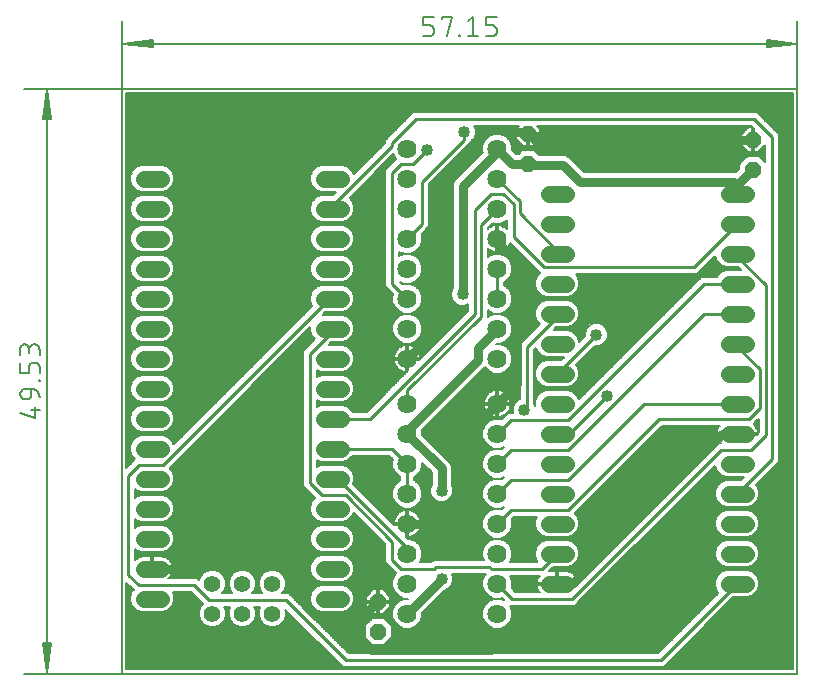
<source format=gtl>
G75*
%MOIN*%
%OFA0B0*%
%FSLAX25Y25*%
%IPPOS*%
%LPD*%
%AMOC8*
5,1,8,0,0,1.08239X$1,22.5*
%
%ADD10C,0.00600*%
%ADD11C,0.00512*%
%ADD12C,0.05600*%
%ADD13C,0.05550*%
%ADD14C,0.05550*%
%ADD15C,0.06400*%
%ADD16OC8,0.05600*%
%ADD17C,0.03000*%
%ADD18C,0.04000*%
%ADD19C,0.01000*%
D10*
X0038342Y0001300D02*
X0038342Y0196300D01*
X0263342Y0196300D01*
X0263342Y0001300D01*
X0038342Y0001300D01*
X0039742Y0002700D02*
X0039742Y0031647D01*
X0041542Y0029847D01*
X0042093Y0029296D01*
X0041689Y0028891D01*
X0040992Y0027210D01*
X0040992Y0025390D01*
X0041689Y0023709D01*
X0042976Y0022422D01*
X0044657Y0021725D01*
X0052027Y0021725D01*
X0053708Y0022422D01*
X0054995Y0023709D01*
X0055691Y0025390D01*
X0055691Y0027210D01*
X0055157Y0028500D01*
X0061389Y0028500D01*
X0065042Y0024847D01*
X0065231Y0024659D01*
X0064463Y0023891D01*
X0063767Y0022210D01*
X0063767Y0020390D01*
X0064463Y0018709D01*
X0065750Y0017422D01*
X0067432Y0016725D01*
X0069252Y0016725D01*
X0070933Y0017422D01*
X0072220Y0018709D01*
X0072917Y0020390D01*
X0072917Y0022210D01*
X0072382Y0023500D01*
X0074301Y0023500D01*
X0073767Y0022210D01*
X0073767Y0020390D01*
X0074463Y0018709D01*
X0075750Y0017422D01*
X0077432Y0016725D01*
X0079252Y0016725D01*
X0080933Y0017422D01*
X0082220Y0018709D01*
X0082917Y0020390D01*
X0082917Y0022210D01*
X0082382Y0023500D01*
X0084301Y0023500D01*
X0083767Y0022210D01*
X0083767Y0020390D01*
X0084463Y0018709D01*
X0085750Y0017422D01*
X0087432Y0016725D01*
X0089252Y0016725D01*
X0090933Y0017422D01*
X0092220Y0018709D01*
X0092917Y0020390D01*
X0092917Y0022210D01*
X0092731Y0022658D01*
X0110542Y0004847D01*
X0111889Y0003500D01*
X0218794Y0003500D01*
X0241994Y0026700D01*
X0247057Y0026700D01*
X0248747Y0027400D01*
X0250041Y0028694D01*
X0250742Y0030385D01*
X0250742Y0032215D01*
X0250041Y0033906D01*
X0248747Y0035200D01*
X0247057Y0035900D01*
X0239627Y0035900D01*
X0237936Y0035200D01*
X0236642Y0033906D01*
X0235942Y0032215D01*
X0235942Y0030385D01*
X0236642Y0028694D01*
X0237063Y0028274D01*
X0216889Y0008100D01*
X0113794Y0008100D01*
X0093794Y0028100D01*
X0091612Y0028100D01*
X0092220Y0028709D01*
X0092917Y0030390D01*
X0092917Y0032210D01*
X0092220Y0033891D01*
X0090933Y0035178D01*
X0089252Y0035875D01*
X0087432Y0035875D01*
X0085750Y0035178D01*
X0084463Y0033891D01*
X0083767Y0032210D01*
X0083767Y0030390D01*
X0084463Y0028709D01*
X0085072Y0028100D01*
X0081612Y0028100D01*
X0082220Y0028709D01*
X0082917Y0030390D01*
X0082917Y0032210D01*
X0082220Y0033891D01*
X0080933Y0035178D01*
X0079252Y0035875D01*
X0077432Y0035875D01*
X0075750Y0035178D01*
X0074463Y0033891D01*
X0073767Y0032210D01*
X0073767Y0030390D01*
X0074463Y0028709D01*
X0075072Y0028100D01*
X0071612Y0028100D01*
X0072220Y0028709D01*
X0072917Y0030390D01*
X0072917Y0032210D01*
X0072220Y0033891D01*
X0070933Y0035178D01*
X0069252Y0035875D01*
X0067432Y0035875D01*
X0065750Y0035178D01*
X0064463Y0033891D01*
X0063889Y0032505D01*
X0063294Y0033100D01*
X0053645Y0033100D01*
X0053771Y0033192D01*
X0054225Y0033645D01*
X0054602Y0034164D01*
X0054893Y0034736D01*
X0055091Y0035346D01*
X0055191Y0035979D01*
X0055191Y0036000D01*
X0048642Y0036000D01*
X0048642Y0036600D01*
X0055191Y0036600D01*
X0055191Y0036621D01*
X0055091Y0037254D01*
X0054893Y0037864D01*
X0054602Y0038436D01*
X0054225Y0038955D01*
X0053771Y0039408D01*
X0053252Y0039785D01*
X0052681Y0040076D01*
X0052071Y0040274D01*
X0051437Y0040375D01*
X0048642Y0040375D01*
X0048642Y0036600D01*
X0048042Y0036600D01*
X0048042Y0040375D01*
X0045246Y0040375D01*
X0044613Y0040274D01*
X0044003Y0040076D01*
X0043431Y0039785D01*
X0042912Y0039408D01*
X0042642Y0039137D01*
X0042642Y0042755D01*
X0042976Y0042422D01*
X0044657Y0041725D01*
X0052027Y0041725D01*
X0053708Y0042422D01*
X0054995Y0043709D01*
X0055691Y0045390D01*
X0055691Y0047210D01*
X0054995Y0048891D01*
X0053708Y0050178D01*
X0052027Y0050875D01*
X0044657Y0050875D01*
X0042976Y0050178D01*
X0042642Y0049845D01*
X0042642Y0052755D01*
X0042976Y0052422D01*
X0044657Y0051725D01*
X0052027Y0051725D01*
X0053708Y0052422D01*
X0054995Y0053709D01*
X0055691Y0055390D01*
X0055691Y0057210D01*
X0054995Y0058891D01*
X0053708Y0060178D01*
X0052027Y0060875D01*
X0044657Y0060875D01*
X0042976Y0060178D01*
X0042642Y0059845D01*
X0042642Y0062755D01*
X0042976Y0062422D01*
X0044657Y0061725D01*
X0052027Y0061725D01*
X0053708Y0062422D01*
X0054995Y0063709D01*
X0055691Y0065390D01*
X0055691Y0067210D01*
X0054995Y0068891D01*
X0054090Y0069796D01*
X0054142Y0069847D01*
X0100992Y0116698D01*
X0100992Y0115390D01*
X0101689Y0113709D01*
X0102593Y0112804D01*
X0099889Y0110100D01*
X0098542Y0108753D01*
X0098542Y0063847D01*
X0102542Y0059847D01*
X0102593Y0059796D01*
X0101689Y0058891D01*
X0100992Y0057210D01*
X0100992Y0055390D01*
X0101689Y0053709D01*
X0102976Y0052422D01*
X0104657Y0051725D01*
X0112027Y0051725D01*
X0113708Y0052422D01*
X0114995Y0053709D01*
X0115489Y0054900D01*
X0126042Y0044347D01*
X0126042Y0038347D01*
X0129042Y0035347D01*
X0129680Y0034709D01*
X0129103Y0034132D01*
X0128342Y0032295D01*
X0128342Y0030305D01*
X0129103Y0028468D01*
X0130510Y0027061D01*
X0132347Y0026300D01*
X0130510Y0025539D01*
X0129103Y0024132D01*
X0128342Y0022295D01*
X0128342Y0020305D01*
X0129103Y0018468D01*
X0130510Y0017061D01*
X0132347Y0016300D01*
X0134336Y0016300D01*
X0136174Y0017061D01*
X0137581Y0018468D01*
X0138342Y0020305D01*
X0138342Y0021633D01*
X0145787Y0029079D01*
X0146994Y0029579D01*
X0148063Y0030647D01*
X0148642Y0032044D01*
X0148642Y0033556D01*
X0148251Y0034500D01*
X0159471Y0034500D01*
X0159103Y0034132D01*
X0158342Y0032295D01*
X0158342Y0030305D01*
X0159103Y0028468D01*
X0160510Y0027061D01*
X0162347Y0026300D01*
X0160510Y0025539D01*
X0159103Y0024132D01*
X0158342Y0022295D01*
X0158342Y0020305D01*
X0159103Y0018468D01*
X0160510Y0017061D01*
X0162347Y0016300D01*
X0164336Y0016300D01*
X0166174Y0017061D01*
X0167581Y0018468D01*
X0168342Y0020305D01*
X0168342Y0022295D01*
X0167635Y0024000D01*
X0189294Y0024000D01*
X0190642Y0025347D01*
X0235942Y0070647D01*
X0235942Y0070385D01*
X0236642Y0068694D01*
X0237936Y0067400D01*
X0239627Y0066700D01*
X0245489Y0066700D01*
X0244689Y0065900D01*
X0239627Y0065900D01*
X0237936Y0065200D01*
X0236642Y0063906D01*
X0235942Y0062215D01*
X0235942Y0060385D01*
X0236642Y0058694D01*
X0237936Y0057400D01*
X0239627Y0056700D01*
X0247057Y0056700D01*
X0248747Y0057400D01*
X0250041Y0058694D01*
X0250742Y0060385D01*
X0250742Y0062215D01*
X0250041Y0063906D01*
X0249621Y0064326D01*
X0255794Y0070500D01*
X0255794Y0070500D01*
X0257142Y0071847D01*
X0257142Y0181253D01*
X0255794Y0182600D01*
X0249794Y0188600D01*
X0135389Y0188600D01*
X0134042Y0187253D01*
X0126042Y0179253D01*
X0126042Y0178253D01*
X0115489Y0167699D01*
X0114995Y0168891D01*
X0113708Y0170178D01*
X0112027Y0170875D01*
X0104657Y0170875D01*
X0102976Y0170178D01*
X0101689Y0168891D01*
X0100992Y0167210D01*
X0100992Y0165390D01*
X0101689Y0163709D01*
X0102976Y0162422D01*
X0104657Y0161725D01*
X0109514Y0161725D01*
X0108664Y0160875D01*
X0104657Y0160875D01*
X0102976Y0160178D01*
X0101689Y0158891D01*
X0100992Y0157210D01*
X0100992Y0155390D01*
X0101689Y0153709D01*
X0102976Y0152422D01*
X0104657Y0151725D01*
X0112027Y0151725D01*
X0113708Y0152422D01*
X0114995Y0153709D01*
X0115691Y0155390D01*
X0115691Y0157210D01*
X0114995Y0158891D01*
X0114090Y0159796D01*
X0128710Y0174416D01*
X0129103Y0173468D01*
X0129680Y0172891D01*
X0127389Y0170600D01*
X0126042Y0169253D01*
X0126042Y0130347D01*
X0128562Y0127827D01*
X0128342Y0127295D01*
X0128342Y0125305D01*
X0129103Y0123468D01*
X0130510Y0122061D01*
X0132347Y0121300D01*
X0130510Y0120539D01*
X0129103Y0119132D01*
X0128342Y0117295D01*
X0128342Y0115305D01*
X0129103Y0113468D01*
X0130510Y0112061D01*
X0132347Y0111300D01*
X0134336Y0111300D01*
X0136174Y0112061D01*
X0137581Y0113468D01*
X0138342Y0115305D01*
X0138342Y0117295D01*
X0137581Y0119132D01*
X0136174Y0120539D01*
X0134336Y0121300D01*
X0132347Y0121300D01*
X0134336Y0121300D01*
X0136174Y0122061D01*
X0137581Y0123468D01*
X0138342Y0125305D01*
X0138342Y0127295D01*
X0137581Y0129132D01*
X0136174Y0130539D01*
X0134336Y0131300D01*
X0136174Y0132061D01*
X0137581Y0133468D01*
X0138342Y0135305D01*
X0138342Y0137295D01*
X0137581Y0139132D01*
X0136174Y0140539D01*
X0134336Y0141300D01*
X0136174Y0142061D01*
X0137581Y0143468D01*
X0138342Y0145305D01*
X0138342Y0147295D01*
X0138121Y0147827D01*
X0140642Y0150347D01*
X0140642Y0164347D01*
X0154642Y0178347D01*
X0154642Y0178726D01*
X0155563Y0179647D01*
X0156142Y0181044D01*
X0156142Y0182556D01*
X0155563Y0183953D01*
X0155516Y0184000D01*
X0170544Y0184000D01*
X0169542Y0182998D01*
X0169542Y0181600D01*
X0173342Y0181600D01*
X0173342Y0181000D01*
X0173942Y0181000D01*
X0173942Y0181600D01*
X0177742Y0181600D01*
X0177742Y0182998D01*
X0176740Y0184000D01*
X0247889Y0184000D01*
X0248942Y0182947D01*
X0248942Y0179600D01*
X0248342Y0179600D01*
X0248342Y0183400D01*
X0246944Y0183400D01*
X0244542Y0180998D01*
X0244542Y0179600D01*
X0248342Y0179600D01*
X0248342Y0179000D01*
X0248942Y0179000D01*
X0248942Y0175200D01*
X0250340Y0175200D01*
X0252542Y0177402D01*
X0252542Y0171905D01*
X0250547Y0173900D01*
X0246736Y0173900D01*
X0244042Y0171205D01*
X0244042Y0169667D01*
X0242975Y0168600D01*
X0192209Y0168600D01*
X0188139Y0172669D01*
X0187211Y0173598D01*
X0185998Y0174100D01*
X0177347Y0174100D01*
X0175547Y0175900D01*
X0171736Y0175900D01*
X0170436Y0174600D01*
X0169709Y0174600D01*
X0168342Y0175967D01*
X0168342Y0177295D01*
X0167581Y0179132D01*
X0166174Y0180539D01*
X0164336Y0181300D01*
X0162347Y0181300D01*
X0160510Y0180539D01*
X0159103Y0179132D01*
X0158342Y0177295D01*
X0158342Y0175305D01*
X0158441Y0175066D01*
X0149044Y0165669D01*
X0148542Y0164456D01*
X0148542Y0129763D01*
X0148042Y0128556D01*
X0148042Y0127044D01*
X0148620Y0125647D01*
X0149689Y0124579D01*
X0151086Y0124000D01*
X0152598Y0124000D01*
X0153542Y0124391D01*
X0153542Y0122253D01*
X0137289Y0106000D01*
X0133642Y0106000D01*
X0133642Y0106600D01*
X0137842Y0106600D01*
X0137842Y0106654D01*
X0137731Y0107354D01*
X0137512Y0108027D01*
X0137191Y0108659D01*
X0136774Y0109232D01*
X0136273Y0109732D01*
X0135700Y0110149D01*
X0135069Y0110470D01*
X0134396Y0110689D01*
X0133696Y0110800D01*
X0133642Y0110800D01*
X0133642Y0106600D01*
X0133042Y0106600D01*
X0133042Y0110800D01*
X0132988Y0110800D01*
X0132288Y0110689D01*
X0131614Y0110470D01*
X0130983Y0110149D01*
X0130410Y0109732D01*
X0129909Y0109232D01*
X0129493Y0108659D01*
X0129171Y0108027D01*
X0128953Y0107354D01*
X0128842Y0106654D01*
X0128842Y0106600D01*
X0133042Y0106600D01*
X0133042Y0106000D01*
X0133642Y0106000D01*
X0133642Y0102353D01*
X0119889Y0088600D01*
X0115116Y0088600D01*
X0114995Y0088891D01*
X0113708Y0090178D01*
X0112027Y0090875D01*
X0104657Y0090875D01*
X0103142Y0090247D01*
X0103142Y0092353D01*
X0104657Y0091725D01*
X0112027Y0091725D01*
X0113708Y0092422D01*
X0114995Y0093709D01*
X0115691Y0095390D01*
X0115691Y0097210D01*
X0114995Y0098891D01*
X0113708Y0100178D01*
X0112027Y0100875D01*
X0104657Y0100875D01*
X0103142Y0100247D01*
X0103142Y0102353D01*
X0104657Y0101725D01*
X0112027Y0101725D01*
X0113708Y0102422D01*
X0114995Y0103709D01*
X0115691Y0105390D01*
X0115691Y0107210D01*
X0114995Y0108891D01*
X0113708Y0110178D01*
X0112027Y0110875D01*
X0107169Y0110875D01*
X0108020Y0111725D01*
X0112027Y0111725D01*
X0113708Y0112422D01*
X0114995Y0113709D01*
X0115691Y0115390D01*
X0115691Y0117210D01*
X0114995Y0118891D01*
X0113708Y0120178D01*
X0112027Y0120875D01*
X0105169Y0120875D01*
X0106020Y0121725D01*
X0112027Y0121725D01*
X0113708Y0122422D01*
X0114995Y0123709D01*
X0115691Y0125390D01*
X0115691Y0127210D01*
X0114995Y0128891D01*
X0113708Y0130178D01*
X0112027Y0130875D01*
X0104657Y0130875D01*
X0102976Y0130178D01*
X0101689Y0128891D01*
X0100992Y0127210D01*
X0100992Y0125390D01*
X0101633Y0123844D01*
X0055489Y0077699D01*
X0054995Y0078891D01*
X0053708Y0080178D01*
X0052027Y0080875D01*
X0044657Y0080875D01*
X0042976Y0080178D01*
X0041689Y0078891D01*
X0040992Y0077210D01*
X0040992Y0075390D01*
X0041689Y0073709D01*
X0042593Y0072804D01*
X0039742Y0069953D01*
X0039742Y0194900D01*
X0261942Y0194900D01*
X0261942Y0002700D01*
X0039742Y0002700D01*
X0039742Y0003096D02*
X0261942Y0003096D01*
X0261942Y0003694D02*
X0218989Y0003694D01*
X0219587Y0004293D02*
X0261942Y0004293D01*
X0261942Y0004891D02*
X0220186Y0004891D01*
X0220784Y0005490D02*
X0261942Y0005490D01*
X0261942Y0006088D02*
X0221383Y0006088D01*
X0221981Y0006687D02*
X0261942Y0006687D01*
X0261942Y0007285D02*
X0222580Y0007285D01*
X0223178Y0007884D02*
X0261942Y0007884D01*
X0261942Y0008482D02*
X0223777Y0008482D01*
X0224375Y0009081D02*
X0261942Y0009081D01*
X0261942Y0009679D02*
X0224974Y0009679D01*
X0225572Y0010278D02*
X0261942Y0010278D01*
X0261942Y0010876D02*
X0226171Y0010876D01*
X0226769Y0011475D02*
X0261942Y0011475D01*
X0261942Y0012073D02*
X0227368Y0012073D01*
X0227966Y0012672D02*
X0261942Y0012672D01*
X0261942Y0013270D02*
X0228565Y0013270D01*
X0229163Y0013869D02*
X0261942Y0013869D01*
X0261942Y0014467D02*
X0229762Y0014467D01*
X0230360Y0015066D02*
X0261942Y0015066D01*
X0261942Y0015664D02*
X0230959Y0015664D01*
X0231557Y0016263D02*
X0261942Y0016263D01*
X0261942Y0016861D02*
X0232156Y0016861D01*
X0232754Y0017460D02*
X0261942Y0017460D01*
X0261942Y0018058D02*
X0233353Y0018058D01*
X0233951Y0018657D02*
X0261942Y0018657D01*
X0261942Y0019255D02*
X0234550Y0019255D01*
X0235148Y0019854D02*
X0261942Y0019854D01*
X0261942Y0020452D02*
X0235747Y0020452D01*
X0236345Y0021051D02*
X0261942Y0021051D01*
X0261942Y0021649D02*
X0236944Y0021649D01*
X0237542Y0022248D02*
X0261942Y0022248D01*
X0261942Y0022846D02*
X0238141Y0022846D01*
X0238739Y0023445D02*
X0261942Y0023445D01*
X0261942Y0024043D02*
X0239338Y0024043D01*
X0239936Y0024642D02*
X0261942Y0024642D01*
X0261942Y0025240D02*
X0240535Y0025240D01*
X0241133Y0025839D02*
X0261942Y0025839D01*
X0261942Y0026437D02*
X0241732Y0026437D01*
X0237022Y0028233D02*
X0193527Y0028233D01*
X0192929Y0027634D02*
X0236424Y0027634D01*
X0235825Y0027036D02*
X0192330Y0027036D01*
X0191732Y0026437D02*
X0235227Y0026437D01*
X0234628Y0025839D02*
X0191133Y0025839D01*
X0190535Y0025240D02*
X0234030Y0025240D01*
X0233431Y0024642D02*
X0189936Y0024642D01*
X0189338Y0024043D02*
X0232833Y0024043D01*
X0232234Y0023445D02*
X0167865Y0023445D01*
X0168113Y0022846D02*
X0231636Y0022846D01*
X0231037Y0022248D02*
X0168342Y0022248D01*
X0168342Y0021649D02*
X0230439Y0021649D01*
X0229840Y0021051D02*
X0168342Y0021051D01*
X0168342Y0020452D02*
X0229241Y0020452D01*
X0228643Y0019854D02*
X0168155Y0019854D01*
X0167907Y0019255D02*
X0228044Y0019255D01*
X0227446Y0018657D02*
X0167659Y0018657D01*
X0167171Y0018058D02*
X0226847Y0018058D01*
X0226249Y0017460D02*
X0166573Y0017460D01*
X0165691Y0016861D02*
X0225650Y0016861D01*
X0225052Y0016263D02*
X0128242Y0016263D01*
X0128242Y0016861D02*
X0130992Y0016861D01*
X0130111Y0017460D02*
X0127987Y0017460D01*
X0128242Y0017205D02*
X0125547Y0019900D01*
X0121736Y0019900D01*
X0119042Y0017205D01*
X0119042Y0013395D01*
X0121736Y0010700D01*
X0125547Y0010700D01*
X0128242Y0013395D01*
X0128242Y0017205D01*
X0127389Y0018058D02*
X0129512Y0018058D01*
X0129025Y0018657D02*
X0126790Y0018657D01*
X0126192Y0019255D02*
X0128777Y0019255D01*
X0128529Y0019854D02*
X0125593Y0019854D01*
X0125340Y0021200D02*
X0123942Y0021200D01*
X0123942Y0025000D01*
X0123942Y0025600D01*
X0127742Y0025600D01*
X0127742Y0026998D01*
X0125340Y0029400D01*
X0123942Y0029400D01*
X0123942Y0025600D01*
X0123342Y0025600D01*
X0123342Y0029400D01*
X0121944Y0029400D01*
X0119542Y0026998D01*
X0119542Y0025600D01*
X0123342Y0025600D01*
X0123342Y0025000D01*
X0123942Y0025000D01*
X0127742Y0025000D01*
X0127742Y0023602D01*
X0125340Y0021200D01*
X0125789Y0021649D02*
X0128342Y0021649D01*
X0128342Y0021051D02*
X0100844Y0021051D01*
X0101442Y0020452D02*
X0128342Y0020452D01*
X0128342Y0022248D02*
X0126388Y0022248D01*
X0126986Y0022846D02*
X0128570Y0022846D01*
X0128818Y0023445D02*
X0127585Y0023445D01*
X0127742Y0024043D02*
X0129066Y0024043D01*
X0129613Y0024642D02*
X0127742Y0024642D01*
X0127742Y0025839D02*
X0131234Y0025839D01*
X0132015Y0026437D02*
X0127742Y0026437D01*
X0127704Y0027036D02*
X0130570Y0027036D01*
X0129936Y0027634D02*
X0127106Y0027634D01*
X0126507Y0028233D02*
X0129338Y0028233D01*
X0128952Y0028832D02*
X0125909Y0028832D01*
X0123942Y0028832D02*
X0123342Y0028832D01*
X0123342Y0028233D02*
X0123942Y0028233D01*
X0123942Y0027634D02*
X0123342Y0027634D01*
X0123342Y0027036D02*
X0123942Y0027036D01*
X0123942Y0026437D02*
X0123342Y0026437D01*
X0123342Y0025839D02*
X0123942Y0025839D01*
X0123942Y0025240D02*
X0130211Y0025240D01*
X0132347Y0026300D02*
X0133675Y0026300D01*
X0133675Y0026300D01*
X0132347Y0026300D01*
X0128704Y0029430D02*
X0114456Y0029430D01*
X0114995Y0028891D02*
X0113708Y0030178D01*
X0112027Y0030875D01*
X0104657Y0030875D01*
X0102976Y0030178D01*
X0101689Y0028891D01*
X0100992Y0027210D01*
X0100992Y0025390D01*
X0101689Y0023709D01*
X0102976Y0022422D01*
X0104657Y0021725D01*
X0112027Y0021725D01*
X0113708Y0022422D01*
X0114995Y0023709D01*
X0115691Y0025390D01*
X0115691Y0027210D01*
X0114995Y0028891D01*
X0115020Y0028832D02*
X0121375Y0028832D01*
X0120777Y0028233D02*
X0115268Y0028233D01*
X0115516Y0027634D02*
X0120178Y0027634D01*
X0119580Y0027036D02*
X0115691Y0027036D01*
X0115691Y0026437D02*
X0119542Y0026437D01*
X0119542Y0025839D02*
X0115691Y0025839D01*
X0115629Y0025240D02*
X0123342Y0025240D01*
X0123342Y0025000D02*
X0119542Y0025000D01*
X0119542Y0023602D01*
X0121944Y0021200D01*
X0123342Y0021200D01*
X0123342Y0025000D01*
X0123342Y0024642D02*
X0123942Y0024642D01*
X0123942Y0024043D02*
X0123342Y0024043D01*
X0123342Y0023445D02*
X0123942Y0023445D01*
X0123942Y0022846D02*
X0123342Y0022846D01*
X0123342Y0022248D02*
X0123942Y0022248D01*
X0123942Y0021649D02*
X0123342Y0021649D01*
X0121494Y0021649D02*
X0100245Y0021649D01*
X0099647Y0022248D02*
X0103395Y0022248D01*
X0102551Y0022846D02*
X0099048Y0022846D01*
X0098450Y0023445D02*
X0101952Y0023445D01*
X0101550Y0024043D02*
X0097851Y0024043D01*
X0097253Y0024642D02*
X0101302Y0024642D01*
X0101054Y0025240D02*
X0096654Y0025240D01*
X0096056Y0025839D02*
X0100992Y0025839D01*
X0100992Y0026437D02*
X0095457Y0026437D01*
X0094858Y0027036D02*
X0100992Y0027036D01*
X0101168Y0027634D02*
X0094260Y0027634D01*
X0092271Y0028832D02*
X0101664Y0028832D01*
X0101416Y0028233D02*
X0091745Y0028233D01*
X0092519Y0029430D02*
X0102227Y0029430D01*
X0102826Y0030029D02*
X0092767Y0030029D01*
X0092917Y0030627D02*
X0104059Y0030627D01*
X0104418Y0031824D02*
X0092917Y0031824D01*
X0092917Y0031226D02*
X0128342Y0031226D01*
X0128342Y0031824D02*
X0112265Y0031824D01*
X0112027Y0031725D02*
X0113708Y0032422D01*
X0114995Y0033709D01*
X0115691Y0035390D01*
X0115691Y0037210D01*
X0114995Y0038891D01*
X0113708Y0040178D01*
X0112027Y0040875D01*
X0104657Y0040875D01*
X0102976Y0040178D01*
X0101689Y0038891D01*
X0100992Y0037210D01*
X0100992Y0035390D01*
X0101689Y0033709D01*
X0102976Y0032422D01*
X0104657Y0031725D01*
X0112027Y0031725D01*
X0112625Y0030627D02*
X0128342Y0030627D01*
X0128456Y0030029D02*
X0113858Y0030029D01*
X0113709Y0032423D02*
X0128395Y0032423D01*
X0128643Y0033021D02*
X0114307Y0033021D01*
X0114906Y0033620D02*
X0128891Y0033620D01*
X0129189Y0034218D02*
X0115206Y0034218D01*
X0115454Y0034817D02*
X0129572Y0034817D01*
X0128974Y0035415D02*
X0115691Y0035415D01*
X0115691Y0036014D02*
X0128375Y0036014D01*
X0127777Y0036612D02*
X0115691Y0036612D01*
X0115691Y0037211D02*
X0127178Y0037211D01*
X0126580Y0037809D02*
X0115443Y0037809D01*
X0115195Y0038408D02*
X0126042Y0038408D01*
X0126042Y0039006D02*
X0114880Y0039006D01*
X0114282Y0039605D02*
X0126042Y0039605D01*
X0126042Y0040203D02*
X0113648Y0040203D01*
X0112203Y0040802D02*
X0126042Y0040802D01*
X0126042Y0041400D02*
X0042642Y0041400D01*
X0042642Y0040802D02*
X0104481Y0040802D01*
X0104657Y0041725D02*
X0112027Y0041725D01*
X0113708Y0042422D01*
X0114995Y0043709D01*
X0115691Y0045390D01*
X0115691Y0047210D01*
X0114995Y0048891D01*
X0113708Y0050178D01*
X0112027Y0050875D01*
X0104657Y0050875D01*
X0102976Y0050178D01*
X0101689Y0048891D01*
X0100992Y0047210D01*
X0100992Y0045390D01*
X0101689Y0043709D01*
X0102976Y0042422D01*
X0104657Y0041725D01*
X0103997Y0041999D02*
X0052687Y0041999D01*
X0053884Y0042597D02*
X0102800Y0042597D01*
X0102201Y0043196D02*
X0054482Y0043196D01*
X0055030Y0043794D02*
X0101653Y0043794D01*
X0101405Y0044393D02*
X0055278Y0044393D01*
X0055526Y0044991D02*
X0101157Y0044991D01*
X0100992Y0045590D02*
X0055691Y0045590D01*
X0055691Y0046188D02*
X0100992Y0046188D01*
X0100992Y0046787D02*
X0055691Y0046787D01*
X0055619Y0047385D02*
X0101065Y0047385D01*
X0101313Y0047984D02*
X0055371Y0047984D01*
X0055123Y0048582D02*
X0101561Y0048582D01*
X0101978Y0049181D02*
X0054705Y0049181D01*
X0054107Y0049779D02*
X0102577Y0049779D01*
X0103457Y0050378D02*
X0053226Y0050378D01*
X0053109Y0052173D02*
X0103575Y0052173D01*
X0102625Y0052772D02*
X0054058Y0052772D01*
X0054657Y0053370D02*
X0102027Y0053370D01*
X0101581Y0053969D02*
X0055103Y0053969D01*
X0055351Y0054568D02*
X0101333Y0054568D01*
X0101085Y0055166D02*
X0055599Y0055166D01*
X0055691Y0055765D02*
X0100992Y0055765D01*
X0100992Y0056363D02*
X0055691Y0056363D01*
X0055691Y0056962D02*
X0100992Y0056962D01*
X0101137Y0057560D02*
X0055546Y0057560D01*
X0055298Y0058159D02*
X0101385Y0058159D01*
X0101633Y0058757D02*
X0055051Y0058757D01*
X0054531Y0059356D02*
X0102153Y0059356D01*
X0102435Y0059954D02*
X0053932Y0059954D01*
X0052804Y0060553D02*
X0101836Y0060553D01*
X0101238Y0061151D02*
X0042642Y0061151D01*
X0042642Y0060553D02*
X0043879Y0060553D01*
X0042751Y0059954D02*
X0042642Y0059954D01*
X0042642Y0061750D02*
X0044598Y0061750D01*
X0043153Y0062348D02*
X0042642Y0062348D01*
X0052086Y0061750D02*
X0100639Y0061750D01*
X0100041Y0062348D02*
X0053531Y0062348D01*
X0054233Y0062947D02*
X0099442Y0062947D01*
X0098844Y0063545D02*
X0054832Y0063545D01*
X0055175Y0064144D02*
X0098542Y0064144D01*
X0098542Y0064742D02*
X0055423Y0064742D01*
X0055671Y0065341D02*
X0098542Y0065341D01*
X0098542Y0065939D02*
X0055691Y0065939D01*
X0055691Y0066538D02*
X0098542Y0066538D01*
X0098542Y0067136D02*
X0055691Y0067136D01*
X0055474Y0067735D02*
X0098542Y0067735D01*
X0098542Y0068333D02*
X0055226Y0068333D01*
X0054955Y0068932D02*
X0098542Y0068932D01*
X0098542Y0069530D02*
X0054356Y0069530D01*
X0054423Y0070129D02*
X0098542Y0070129D01*
X0098542Y0070727D02*
X0055022Y0070727D01*
X0055620Y0071326D02*
X0098542Y0071326D01*
X0098542Y0071924D02*
X0056219Y0071924D01*
X0056817Y0072523D02*
X0098542Y0072523D01*
X0098542Y0073121D02*
X0057416Y0073121D01*
X0058014Y0073720D02*
X0098542Y0073720D01*
X0098542Y0074318D02*
X0058613Y0074318D01*
X0059211Y0074917D02*
X0098542Y0074917D01*
X0098542Y0075515D02*
X0059810Y0075515D01*
X0060408Y0076114D02*
X0098542Y0076114D01*
X0098542Y0076712D02*
X0061007Y0076712D01*
X0061605Y0077311D02*
X0098542Y0077311D01*
X0098542Y0077909D02*
X0062204Y0077909D01*
X0062802Y0078508D02*
X0098542Y0078508D01*
X0098542Y0079106D02*
X0063401Y0079106D01*
X0063999Y0079705D02*
X0098542Y0079705D01*
X0098542Y0080303D02*
X0064598Y0080303D01*
X0065196Y0080902D02*
X0098542Y0080902D01*
X0098542Y0081501D02*
X0065795Y0081501D01*
X0066394Y0082099D02*
X0098542Y0082099D01*
X0098542Y0082698D02*
X0066992Y0082698D01*
X0067591Y0083296D02*
X0098542Y0083296D01*
X0098542Y0083895D02*
X0068189Y0083895D01*
X0068788Y0084493D02*
X0098542Y0084493D01*
X0098542Y0085092D02*
X0069386Y0085092D01*
X0069985Y0085690D02*
X0098542Y0085690D01*
X0098542Y0086289D02*
X0070583Y0086289D01*
X0071182Y0086887D02*
X0098542Y0086887D01*
X0098542Y0087486D02*
X0071780Y0087486D01*
X0072379Y0088084D02*
X0098542Y0088084D01*
X0098542Y0088683D02*
X0072977Y0088683D01*
X0073576Y0089281D02*
X0098542Y0089281D01*
X0098542Y0089880D02*
X0074174Y0089880D01*
X0074773Y0090478D02*
X0098542Y0090478D01*
X0098542Y0091077D02*
X0075371Y0091077D01*
X0075970Y0091675D02*
X0098542Y0091675D01*
X0098542Y0092274D02*
X0076568Y0092274D01*
X0077167Y0092872D02*
X0098542Y0092872D01*
X0098542Y0093471D02*
X0077765Y0093471D01*
X0078364Y0094069D02*
X0098542Y0094069D01*
X0098542Y0094668D02*
X0078962Y0094668D01*
X0079561Y0095266D02*
X0098542Y0095266D01*
X0098542Y0095865D02*
X0080159Y0095865D01*
X0080758Y0096463D02*
X0098542Y0096463D01*
X0098542Y0097062D02*
X0081356Y0097062D01*
X0081955Y0097660D02*
X0098542Y0097660D01*
X0098542Y0098259D02*
X0082553Y0098259D01*
X0083152Y0098857D02*
X0098542Y0098857D01*
X0098542Y0099456D02*
X0083750Y0099456D01*
X0084349Y0100054D02*
X0098542Y0100054D01*
X0098542Y0100653D02*
X0084947Y0100653D01*
X0085546Y0101251D02*
X0098542Y0101251D01*
X0098542Y0101850D02*
X0086144Y0101850D01*
X0086743Y0102448D02*
X0098542Y0102448D01*
X0098542Y0103047D02*
X0087341Y0103047D01*
X0087940Y0103645D02*
X0098542Y0103645D01*
X0098542Y0104244D02*
X0088538Y0104244D01*
X0089137Y0104842D02*
X0098542Y0104842D01*
X0098542Y0105441D02*
X0089735Y0105441D01*
X0090334Y0106039D02*
X0098542Y0106039D01*
X0098542Y0106638D02*
X0090932Y0106638D01*
X0091531Y0107237D02*
X0098542Y0107237D01*
X0098542Y0107835D02*
X0092129Y0107835D01*
X0092728Y0108434D02*
X0098542Y0108434D01*
X0098821Y0109032D02*
X0093327Y0109032D01*
X0093925Y0109631D02*
X0099420Y0109631D01*
X0100018Y0110229D02*
X0094524Y0110229D01*
X0095122Y0110828D02*
X0100617Y0110828D01*
X0101215Y0111426D02*
X0095721Y0111426D01*
X0096319Y0112025D02*
X0101814Y0112025D01*
X0102412Y0112623D02*
X0096918Y0112623D01*
X0097516Y0113222D02*
X0102176Y0113222D01*
X0101642Y0113820D02*
X0098115Y0113820D01*
X0098713Y0114419D02*
X0101395Y0114419D01*
X0101147Y0115017D02*
X0099312Y0115017D01*
X0099910Y0115616D02*
X0100992Y0115616D01*
X0100992Y0116214D02*
X0100509Y0116214D01*
X0096397Y0118608D02*
X0055112Y0118608D01*
X0054995Y0118891D02*
X0053708Y0120178D01*
X0052027Y0120875D01*
X0044657Y0120875D01*
X0042976Y0120178D01*
X0041689Y0118891D01*
X0040992Y0117210D01*
X0040992Y0115390D01*
X0041689Y0113709D01*
X0042976Y0112422D01*
X0044657Y0111725D01*
X0052027Y0111725D01*
X0053708Y0112422D01*
X0054995Y0113709D01*
X0055691Y0115390D01*
X0055691Y0117210D01*
X0054995Y0118891D01*
X0054680Y0119207D02*
X0096996Y0119207D01*
X0097594Y0119805D02*
X0054081Y0119805D01*
X0053164Y0120404D02*
X0098193Y0120404D01*
X0098791Y0121002D02*
X0039742Y0121002D01*
X0039742Y0120404D02*
X0043520Y0120404D01*
X0042602Y0119805D02*
X0039742Y0119805D01*
X0039742Y0119207D02*
X0042004Y0119207D01*
X0041571Y0118608D02*
X0039742Y0118608D01*
X0039742Y0118010D02*
X0041323Y0118010D01*
X0041076Y0117411D02*
X0039742Y0117411D01*
X0039742Y0116813D02*
X0040992Y0116813D01*
X0040992Y0116214D02*
X0039742Y0116214D01*
X0039742Y0115616D02*
X0040992Y0115616D01*
X0041147Y0115017D02*
X0039742Y0115017D01*
X0039742Y0114419D02*
X0041395Y0114419D01*
X0041642Y0113820D02*
X0039742Y0113820D01*
X0039742Y0113222D02*
X0042176Y0113222D01*
X0042774Y0112623D02*
X0039742Y0112623D01*
X0039742Y0112025D02*
X0043934Y0112025D01*
X0044543Y0110828D02*
X0039742Y0110828D01*
X0039742Y0111426D02*
X0089215Y0111426D01*
X0088617Y0110828D02*
X0052141Y0110828D01*
X0052027Y0110875D02*
X0053708Y0110178D01*
X0054995Y0108891D01*
X0055691Y0107210D01*
X0055691Y0105390D01*
X0054995Y0103709D01*
X0053708Y0102422D01*
X0052027Y0101725D01*
X0044657Y0101725D01*
X0042976Y0102422D01*
X0041689Y0103709D01*
X0040992Y0105390D01*
X0040992Y0107210D01*
X0041689Y0108891D01*
X0042976Y0110178D01*
X0044657Y0110875D01*
X0052027Y0110875D01*
X0052749Y0112025D02*
X0089814Y0112025D01*
X0090412Y0112623D02*
X0053909Y0112623D01*
X0054508Y0113222D02*
X0091011Y0113222D01*
X0091609Y0113820D02*
X0055041Y0113820D01*
X0055289Y0114419D02*
X0092208Y0114419D01*
X0092806Y0115017D02*
X0055537Y0115017D01*
X0055691Y0115616D02*
X0093405Y0115616D01*
X0094003Y0116214D02*
X0055691Y0116214D01*
X0055691Y0116813D02*
X0094602Y0116813D01*
X0095200Y0117411D02*
X0055608Y0117411D01*
X0055360Y0118010D02*
X0095799Y0118010D01*
X0099390Y0121601D02*
X0039742Y0121601D01*
X0039742Y0122199D02*
X0043512Y0122199D01*
X0042976Y0122422D02*
X0044657Y0121725D01*
X0052027Y0121725D01*
X0053708Y0122422D01*
X0054995Y0123709D01*
X0055691Y0125390D01*
X0055691Y0127210D01*
X0054995Y0128891D01*
X0053708Y0130178D01*
X0052027Y0130875D01*
X0044657Y0130875D01*
X0042976Y0130178D01*
X0041689Y0128891D01*
X0040992Y0127210D01*
X0040992Y0125390D01*
X0041689Y0123709D01*
X0042976Y0122422D01*
X0042599Y0122798D02*
X0039742Y0122798D01*
X0039742Y0123396D02*
X0042001Y0123396D01*
X0041570Y0123995D02*
X0039742Y0123995D01*
X0039742Y0124593D02*
X0041322Y0124593D01*
X0041074Y0125192D02*
X0039742Y0125192D01*
X0039742Y0125790D02*
X0040992Y0125790D01*
X0040992Y0126389D02*
X0039742Y0126389D01*
X0039742Y0126987D02*
X0040992Y0126987D01*
X0041148Y0127586D02*
X0039742Y0127586D01*
X0039742Y0128184D02*
X0041396Y0128184D01*
X0041644Y0128783D02*
X0039742Y0128783D01*
X0039742Y0129381D02*
X0042179Y0129381D01*
X0042777Y0129980D02*
X0039742Y0129980D01*
X0039742Y0130578D02*
X0043942Y0130578D01*
X0044536Y0131775D02*
X0039742Y0131775D01*
X0039742Y0131177D02*
X0126042Y0131177D01*
X0126042Y0131775D02*
X0112148Y0131775D01*
X0112027Y0131725D02*
X0113708Y0132422D01*
X0114995Y0133709D01*
X0115691Y0135390D01*
X0115691Y0137210D01*
X0114995Y0138891D01*
X0113708Y0140178D01*
X0112027Y0140875D01*
X0104657Y0140875D01*
X0102976Y0140178D01*
X0101689Y0138891D01*
X0100992Y0137210D01*
X0100992Y0135390D01*
X0101689Y0133709D01*
X0102976Y0132422D01*
X0104657Y0131725D01*
X0112027Y0131725D01*
X0112742Y0130578D02*
X0126042Y0130578D01*
X0126409Y0129980D02*
X0113906Y0129980D01*
X0114505Y0129381D02*
X0127008Y0129381D01*
X0127606Y0128783D02*
X0115040Y0128783D01*
X0115288Y0128184D02*
X0128205Y0128184D01*
X0128462Y0127586D02*
X0115536Y0127586D01*
X0115691Y0126987D02*
X0128342Y0126987D01*
X0128342Y0126389D02*
X0115691Y0126389D01*
X0115691Y0125790D02*
X0128342Y0125790D01*
X0128389Y0125192D02*
X0115609Y0125192D01*
X0115361Y0124593D02*
X0128637Y0124593D01*
X0128885Y0123995D02*
X0115113Y0123995D01*
X0114683Y0123396D02*
X0129174Y0123396D01*
X0129773Y0122798D02*
X0114084Y0122798D01*
X0113171Y0122199D02*
X0130371Y0122199D01*
X0131621Y0121601D02*
X0105895Y0121601D01*
X0105297Y0121002D02*
X0131628Y0121002D01*
X0130374Y0120404D02*
X0113164Y0120404D01*
X0114081Y0119805D02*
X0129776Y0119805D01*
X0129177Y0119207D02*
X0114680Y0119207D01*
X0115112Y0118608D02*
X0128886Y0118608D01*
X0128638Y0118010D02*
X0115360Y0118010D01*
X0115608Y0117411D02*
X0128390Y0117411D01*
X0128342Y0116813D02*
X0115691Y0116813D01*
X0115691Y0116214D02*
X0128342Y0116214D01*
X0128342Y0115616D02*
X0115691Y0115616D01*
X0115537Y0115017D02*
X0128461Y0115017D01*
X0128709Y0114419D02*
X0115289Y0114419D01*
X0115041Y0113820D02*
X0128957Y0113820D01*
X0129349Y0113222D02*
X0114508Y0113222D01*
X0113909Y0112623D02*
X0129948Y0112623D01*
X0130598Y0112025D02*
X0112749Y0112025D01*
X0112141Y0110828D02*
X0142117Y0110828D01*
X0142715Y0111426D02*
X0134641Y0111426D01*
X0135543Y0110229D02*
X0141518Y0110229D01*
X0140920Y0109631D02*
X0136375Y0109631D01*
X0136919Y0109032D02*
X0140321Y0109032D01*
X0139723Y0108434D02*
X0137305Y0108434D01*
X0137575Y0107835D02*
X0139124Y0107835D01*
X0138526Y0107237D02*
X0137750Y0107237D01*
X0137842Y0106638D02*
X0137927Y0106638D01*
X0137329Y0106039D02*
X0133642Y0106039D01*
X0133642Y0105441D02*
X0133042Y0105441D01*
X0133042Y0106000D02*
X0133042Y0101800D01*
X0132988Y0101800D01*
X0132288Y0101911D01*
X0131614Y0102130D01*
X0130983Y0102451D01*
X0130410Y0102868D01*
X0129909Y0103368D01*
X0129493Y0103941D01*
X0129171Y0104573D01*
X0128953Y0105246D01*
X0128842Y0105946D01*
X0128842Y0106000D01*
X0133042Y0106000D01*
X0133042Y0106039D02*
X0115691Y0106039D01*
X0115691Y0105441D02*
X0128922Y0105441D01*
X0129084Y0104842D02*
X0115465Y0104842D01*
X0115217Y0104244D02*
X0129339Y0104244D01*
X0129708Y0103645D02*
X0114932Y0103645D01*
X0114333Y0103047D02*
X0130231Y0103047D01*
X0130989Y0102448D02*
X0113735Y0102448D01*
X0112328Y0101850D02*
X0132673Y0101850D01*
X0133042Y0101850D02*
X0133139Y0101850D01*
X0133042Y0102448D02*
X0133642Y0102448D01*
X0133642Y0103047D02*
X0133042Y0103047D01*
X0133042Y0103645D02*
X0133642Y0103645D01*
X0133642Y0104244D02*
X0133042Y0104244D01*
X0133042Y0104842D02*
X0133642Y0104842D01*
X0133642Y0106638D02*
X0133042Y0106638D01*
X0133042Y0107237D02*
X0133642Y0107237D01*
X0133642Y0107835D02*
X0133042Y0107835D01*
X0133042Y0108434D02*
X0133642Y0108434D01*
X0133642Y0109032D02*
X0133042Y0109032D01*
X0133042Y0109631D02*
X0133642Y0109631D01*
X0133642Y0110229D02*
X0133042Y0110229D01*
X0132043Y0111426D02*
X0107721Y0111426D01*
X0113586Y0110229D02*
X0131141Y0110229D01*
X0130308Y0109631D02*
X0114256Y0109631D01*
X0114854Y0109032D02*
X0129764Y0109032D01*
X0129378Y0108434D02*
X0115185Y0108434D01*
X0115433Y0107835D02*
X0129109Y0107835D01*
X0128934Y0107237D02*
X0115680Y0107237D01*
X0115691Y0106638D02*
X0128842Y0106638D01*
X0132541Y0101251D02*
X0103142Y0101251D01*
X0103142Y0100653D02*
X0104121Y0100653D01*
X0104356Y0101850D02*
X0103142Y0101850D01*
X0112562Y0100653D02*
X0131942Y0100653D01*
X0131343Y0100054D02*
X0113832Y0100054D01*
X0114430Y0099456D02*
X0130745Y0099456D01*
X0130146Y0098857D02*
X0115009Y0098857D01*
X0115257Y0098259D02*
X0129548Y0098259D01*
X0128949Y0097660D02*
X0115505Y0097660D01*
X0115691Y0097062D02*
X0128351Y0097062D01*
X0127752Y0096463D02*
X0115691Y0096463D01*
X0115691Y0095865D02*
X0127154Y0095865D01*
X0126555Y0095266D02*
X0115640Y0095266D01*
X0115392Y0094668D02*
X0125957Y0094668D01*
X0125358Y0094069D02*
X0115144Y0094069D01*
X0114757Y0093471D02*
X0124760Y0093471D01*
X0124161Y0092872D02*
X0114159Y0092872D01*
X0113351Y0092274D02*
X0123563Y0092274D01*
X0122964Y0091675D02*
X0103142Y0091675D01*
X0103142Y0091077D02*
X0122366Y0091077D01*
X0121767Y0090478D02*
X0112984Y0090478D01*
X0114007Y0089880D02*
X0121169Y0089880D01*
X0120570Y0089281D02*
X0114605Y0089281D01*
X0115081Y0088683D02*
X0119972Y0088683D01*
X0103700Y0090478D02*
X0103142Y0090478D01*
X0103142Y0092274D02*
X0103333Y0092274D01*
X0086821Y0109032D02*
X0054854Y0109032D01*
X0055185Y0108434D02*
X0086223Y0108434D01*
X0085624Y0107835D02*
X0055433Y0107835D01*
X0055680Y0107237D02*
X0085026Y0107237D01*
X0084427Y0106638D02*
X0055691Y0106638D01*
X0055691Y0106039D02*
X0083829Y0106039D01*
X0083230Y0105441D02*
X0055691Y0105441D01*
X0055465Y0104842D02*
X0082632Y0104842D01*
X0082033Y0104244D02*
X0055217Y0104244D01*
X0054932Y0103645D02*
X0081435Y0103645D01*
X0080836Y0103047D02*
X0054333Y0103047D01*
X0053735Y0102448D02*
X0080238Y0102448D01*
X0079639Y0101850D02*
X0052328Y0101850D01*
X0052027Y0100875D02*
X0044657Y0100875D01*
X0042976Y0100178D01*
X0041689Y0098891D01*
X0040992Y0097210D01*
X0040992Y0095390D01*
X0041689Y0093709D01*
X0042976Y0092422D01*
X0044657Y0091725D01*
X0052027Y0091725D01*
X0053708Y0092422D01*
X0054995Y0093709D01*
X0055691Y0095390D01*
X0055691Y0097210D01*
X0054995Y0098891D01*
X0053708Y0100178D01*
X0052027Y0100875D01*
X0052562Y0100653D02*
X0078442Y0100653D01*
X0079041Y0101251D02*
X0039742Y0101251D01*
X0039742Y0100653D02*
X0044121Y0100653D01*
X0044356Y0101850D02*
X0039742Y0101850D01*
X0039742Y0102448D02*
X0042949Y0102448D01*
X0042350Y0103047D02*
X0039742Y0103047D01*
X0039742Y0103645D02*
X0041752Y0103645D01*
X0041467Y0104244D02*
X0039742Y0104244D01*
X0039742Y0104842D02*
X0041219Y0104842D01*
X0040992Y0105441D02*
X0039742Y0105441D01*
X0039742Y0106039D02*
X0040992Y0106039D01*
X0040992Y0106638D02*
X0039742Y0106638D01*
X0039742Y0107237D02*
X0041003Y0107237D01*
X0041251Y0107835D02*
X0039742Y0107835D01*
X0039742Y0108434D02*
X0041499Y0108434D01*
X0041829Y0109032D02*
X0039742Y0109032D01*
X0039742Y0109631D02*
X0042428Y0109631D01*
X0043098Y0110229D02*
X0039742Y0110229D01*
X0039742Y0100054D02*
X0042852Y0100054D01*
X0042253Y0099456D02*
X0039742Y0099456D01*
X0039742Y0098857D02*
X0041675Y0098857D01*
X0041427Y0098259D02*
X0039742Y0098259D01*
X0039742Y0097660D02*
X0041179Y0097660D01*
X0040992Y0097062D02*
X0039742Y0097062D01*
X0039742Y0096463D02*
X0040992Y0096463D01*
X0040992Y0095865D02*
X0039742Y0095865D01*
X0039742Y0095266D02*
X0041043Y0095266D01*
X0041291Y0094668D02*
X0039742Y0094668D01*
X0039742Y0094069D02*
X0041539Y0094069D01*
X0041927Y0093471D02*
X0039742Y0093471D01*
X0039742Y0092872D02*
X0042525Y0092872D01*
X0043333Y0092274D02*
X0039742Y0092274D01*
X0039742Y0091675D02*
X0069464Y0091675D01*
X0068866Y0091077D02*
X0039742Y0091077D01*
X0039742Y0090478D02*
X0043700Y0090478D01*
X0042976Y0090178D02*
X0041689Y0088891D01*
X0040992Y0087210D01*
X0040992Y0085390D01*
X0041689Y0083709D01*
X0042976Y0082422D01*
X0044657Y0081725D01*
X0052027Y0081725D01*
X0053708Y0082422D01*
X0054995Y0083709D01*
X0055691Y0085390D01*
X0055691Y0087210D01*
X0054995Y0088891D01*
X0053708Y0090178D01*
X0052027Y0090875D01*
X0044657Y0090875D01*
X0042976Y0090178D01*
X0042677Y0089880D02*
X0039742Y0089880D01*
X0039742Y0089281D02*
X0042078Y0089281D01*
X0041602Y0088683D02*
X0039742Y0088683D01*
X0039742Y0088084D02*
X0041354Y0088084D01*
X0041106Y0087486D02*
X0039742Y0087486D01*
X0039742Y0086887D02*
X0040992Y0086887D01*
X0040992Y0086289D02*
X0039742Y0086289D01*
X0039742Y0085690D02*
X0040992Y0085690D01*
X0041116Y0085092D02*
X0039742Y0085092D01*
X0039742Y0084493D02*
X0041364Y0084493D01*
X0041612Y0083895D02*
X0039742Y0083895D01*
X0039742Y0083296D02*
X0042101Y0083296D01*
X0042700Y0082698D02*
X0039742Y0082698D01*
X0039742Y0082099D02*
X0043754Y0082099D01*
X0043278Y0080303D02*
X0039742Y0080303D01*
X0039742Y0079705D02*
X0042502Y0079705D01*
X0041904Y0079106D02*
X0039742Y0079106D01*
X0039742Y0078508D02*
X0041530Y0078508D01*
X0041282Y0077909D02*
X0039742Y0077909D01*
X0039742Y0077311D02*
X0041034Y0077311D01*
X0040992Y0076712D02*
X0039742Y0076712D01*
X0039742Y0076114D02*
X0040992Y0076114D01*
X0040992Y0075515D02*
X0039742Y0075515D01*
X0039742Y0074917D02*
X0041188Y0074917D01*
X0041436Y0074318D02*
X0039742Y0074318D01*
X0039742Y0073720D02*
X0041684Y0073720D01*
X0042276Y0073121D02*
X0039742Y0073121D01*
X0039742Y0072523D02*
X0042312Y0072523D01*
X0041713Y0071924D02*
X0039742Y0071924D01*
X0039742Y0071326D02*
X0041115Y0071326D01*
X0040516Y0070727D02*
X0039742Y0070727D01*
X0039742Y0070129D02*
X0039918Y0070129D01*
X0039742Y0080902D02*
X0058691Y0080902D01*
X0058093Y0080303D02*
X0053406Y0080303D01*
X0054181Y0079705D02*
X0057494Y0079705D01*
X0056896Y0079106D02*
X0054780Y0079106D01*
X0055154Y0078508D02*
X0056297Y0078508D01*
X0055699Y0077909D02*
X0055402Y0077909D01*
X0052929Y0082099D02*
X0059888Y0082099D01*
X0059290Y0081501D02*
X0039742Y0081501D01*
X0053984Y0082698D02*
X0060487Y0082698D01*
X0061085Y0083296D02*
X0054582Y0083296D01*
X0055072Y0083895D02*
X0061684Y0083895D01*
X0062282Y0084493D02*
X0055320Y0084493D01*
X0055568Y0085092D02*
X0062881Y0085092D01*
X0063479Y0085690D02*
X0055691Y0085690D01*
X0055691Y0086289D02*
X0064078Y0086289D01*
X0064676Y0086887D02*
X0055691Y0086887D01*
X0055577Y0087486D02*
X0065275Y0087486D01*
X0065873Y0088084D02*
X0055329Y0088084D01*
X0055081Y0088683D02*
X0066472Y0088683D01*
X0067070Y0089281D02*
X0054605Y0089281D01*
X0054007Y0089880D02*
X0067669Y0089880D01*
X0068267Y0090478D02*
X0052984Y0090478D01*
X0053351Y0092274D02*
X0070063Y0092274D01*
X0070661Y0092872D02*
X0054159Y0092872D01*
X0054757Y0093471D02*
X0071260Y0093471D01*
X0071858Y0094069D02*
X0055144Y0094069D01*
X0055392Y0094668D02*
X0072457Y0094668D01*
X0073055Y0095266D02*
X0055640Y0095266D01*
X0055691Y0095865D02*
X0073654Y0095865D01*
X0074252Y0096463D02*
X0055691Y0096463D01*
X0055691Y0097062D02*
X0074851Y0097062D01*
X0075449Y0097660D02*
X0055505Y0097660D01*
X0055257Y0098259D02*
X0076048Y0098259D01*
X0076646Y0098857D02*
X0055009Y0098857D01*
X0054430Y0099456D02*
X0077245Y0099456D01*
X0077844Y0100054D02*
X0053832Y0100054D01*
X0054256Y0109631D02*
X0087420Y0109631D01*
X0088018Y0110229D02*
X0053586Y0110229D01*
X0053171Y0122199D02*
X0099988Y0122199D01*
X0100587Y0122798D02*
X0054084Y0122798D01*
X0054683Y0123396D02*
X0101185Y0123396D01*
X0101570Y0123995D02*
X0055113Y0123995D01*
X0055361Y0124593D02*
X0101322Y0124593D01*
X0101074Y0125192D02*
X0055609Y0125192D01*
X0055691Y0125790D02*
X0100992Y0125790D01*
X0100992Y0126389D02*
X0055691Y0126389D01*
X0055691Y0126987D02*
X0100992Y0126987D01*
X0101148Y0127586D02*
X0055536Y0127586D01*
X0055288Y0128184D02*
X0101396Y0128184D01*
X0101644Y0128783D02*
X0055040Y0128783D01*
X0054505Y0129381D02*
X0102179Y0129381D01*
X0102777Y0129980D02*
X0053906Y0129980D01*
X0052742Y0130578D02*
X0103942Y0130578D01*
X0104536Y0131775D02*
X0052148Y0131775D01*
X0052027Y0131725D02*
X0053708Y0132422D01*
X0054995Y0133709D01*
X0055691Y0135390D01*
X0055691Y0137210D01*
X0054995Y0138891D01*
X0053708Y0140178D01*
X0052027Y0140875D01*
X0044657Y0140875D01*
X0042976Y0140178D01*
X0041689Y0138891D01*
X0040992Y0137210D01*
X0040992Y0135390D01*
X0041689Y0133709D01*
X0042976Y0132422D01*
X0044657Y0131725D01*
X0052027Y0131725D01*
X0053593Y0132374D02*
X0103091Y0132374D01*
X0102425Y0132972D02*
X0054259Y0132972D01*
X0054857Y0133571D02*
X0101826Y0133571D01*
X0101498Y0134170D02*
X0055186Y0134170D01*
X0055434Y0134768D02*
X0101250Y0134768D01*
X0101002Y0135367D02*
X0055682Y0135367D01*
X0055691Y0135965D02*
X0100992Y0135965D01*
X0100992Y0136564D02*
X0055691Y0136564D01*
X0055691Y0137162D02*
X0100992Y0137162D01*
X0101220Y0137761D02*
X0055463Y0137761D01*
X0055215Y0138359D02*
X0101468Y0138359D01*
X0101755Y0138958D02*
X0054929Y0138958D01*
X0054330Y0139556D02*
X0102353Y0139556D01*
X0102952Y0140155D02*
X0053732Y0140155D01*
X0052320Y0140753D02*
X0104363Y0140753D01*
X0104657Y0141725D02*
X0102976Y0142422D01*
X0101689Y0143709D01*
X0100992Y0145390D01*
X0100992Y0147210D01*
X0101689Y0148891D01*
X0102976Y0150178D01*
X0104657Y0150875D01*
X0112027Y0150875D01*
X0113708Y0150178D01*
X0114995Y0148891D01*
X0115691Y0147210D01*
X0115691Y0145390D01*
X0114995Y0143709D01*
X0113708Y0142422D01*
X0112027Y0141725D01*
X0104657Y0141725D01*
X0104114Y0141950D02*
X0052570Y0141950D01*
X0052027Y0141725D02*
X0053708Y0142422D01*
X0054995Y0143709D01*
X0055691Y0145390D01*
X0055691Y0147210D01*
X0054995Y0148891D01*
X0053708Y0150178D01*
X0052027Y0150875D01*
X0044657Y0150875D01*
X0042976Y0150178D01*
X0041689Y0148891D01*
X0040992Y0147210D01*
X0040992Y0145390D01*
X0041689Y0143709D01*
X0042976Y0142422D01*
X0044657Y0141725D01*
X0052027Y0141725D01*
X0053835Y0142549D02*
X0102849Y0142549D01*
X0102250Y0143147D02*
X0054434Y0143147D01*
X0055010Y0143746D02*
X0101673Y0143746D01*
X0101425Y0144344D02*
X0055258Y0144344D01*
X0055506Y0144943D02*
X0101177Y0144943D01*
X0100992Y0145541D02*
X0055691Y0145541D01*
X0055691Y0146140D02*
X0100992Y0146140D01*
X0100992Y0146738D02*
X0055691Y0146738D01*
X0055639Y0147337D02*
X0101045Y0147337D01*
X0101293Y0147935D02*
X0055391Y0147935D01*
X0055143Y0148534D02*
X0101541Y0148534D01*
X0101930Y0149132D02*
X0054754Y0149132D01*
X0054156Y0149731D02*
X0102528Y0149731D01*
X0103340Y0150329D02*
X0053343Y0150329D01*
X0052991Y0152125D02*
X0103692Y0152125D01*
X0102674Y0152723D02*
X0054010Y0152723D01*
X0053708Y0152422D02*
X0054995Y0153709D01*
X0055691Y0155390D01*
X0055691Y0157210D01*
X0054995Y0158891D01*
X0053708Y0160178D01*
X0052027Y0160875D01*
X0044657Y0160875D01*
X0042976Y0160178D01*
X0041689Y0158891D01*
X0040992Y0157210D01*
X0040992Y0155390D01*
X0041689Y0153709D01*
X0042976Y0152422D01*
X0044657Y0151725D01*
X0052027Y0151725D01*
X0053708Y0152422D01*
X0054608Y0153322D02*
X0102075Y0153322D01*
X0101601Y0153920D02*
X0055083Y0153920D01*
X0055331Y0154519D02*
X0101353Y0154519D01*
X0101105Y0155117D02*
X0055578Y0155117D01*
X0055691Y0155716D02*
X0100992Y0155716D01*
X0100992Y0156314D02*
X0055691Y0156314D01*
X0055691Y0156913D02*
X0100992Y0156913D01*
X0101117Y0157511D02*
X0055567Y0157511D01*
X0055319Y0158110D02*
X0101365Y0158110D01*
X0101613Y0158708D02*
X0055071Y0158708D01*
X0054579Y0159307D02*
X0102104Y0159307D01*
X0102703Y0159905D02*
X0053981Y0159905D01*
X0052922Y0160504D02*
X0103762Y0160504D01*
X0103270Y0162300D02*
X0053413Y0162300D01*
X0053708Y0162422D02*
X0054995Y0163709D01*
X0055691Y0165390D01*
X0055691Y0167210D01*
X0054995Y0168891D01*
X0053708Y0170178D01*
X0052027Y0170875D01*
X0044657Y0170875D01*
X0042976Y0170178D01*
X0041689Y0168891D01*
X0040992Y0167210D01*
X0040992Y0165390D01*
X0041689Y0163709D01*
X0042976Y0162422D01*
X0044657Y0161725D01*
X0052027Y0161725D01*
X0053708Y0162422D01*
X0054184Y0162898D02*
X0102499Y0162898D01*
X0101901Y0163497D02*
X0054783Y0163497D01*
X0055155Y0164095D02*
X0101529Y0164095D01*
X0101281Y0164694D02*
X0055403Y0164694D01*
X0055651Y0165292D02*
X0101033Y0165292D01*
X0100992Y0165891D02*
X0055691Y0165891D01*
X0055691Y0166489D02*
X0100992Y0166489D01*
X0100992Y0167088D02*
X0055691Y0167088D01*
X0055494Y0167686D02*
X0101189Y0167686D01*
X0101437Y0168285D02*
X0055246Y0168285D01*
X0054998Y0168883D02*
X0101685Y0168883D01*
X0102279Y0169482D02*
X0054405Y0169482D01*
X0053806Y0170080D02*
X0102877Y0170080D01*
X0104184Y0170679D02*
X0052500Y0170679D01*
X0044184Y0170679D02*
X0039742Y0170679D01*
X0039742Y0171277D02*
X0119066Y0171277D01*
X0118468Y0170679D02*
X0112500Y0170679D01*
X0113806Y0170080D02*
X0117869Y0170080D01*
X0117271Y0169482D02*
X0114405Y0169482D01*
X0114998Y0168883D02*
X0116672Y0168883D01*
X0116074Y0168285D02*
X0115246Y0168285D01*
X0118988Y0164694D02*
X0126042Y0164694D01*
X0126042Y0165292D02*
X0119587Y0165292D01*
X0120185Y0165891D02*
X0126042Y0165891D01*
X0126042Y0166489D02*
X0120784Y0166489D01*
X0121382Y0167088D02*
X0126042Y0167088D01*
X0126042Y0167686D02*
X0121981Y0167686D01*
X0122579Y0168285D02*
X0126042Y0168285D01*
X0126042Y0168883D02*
X0123178Y0168883D01*
X0123776Y0169482D02*
X0126271Y0169482D01*
X0126869Y0170080D02*
X0124375Y0170080D01*
X0124973Y0170679D02*
X0127468Y0170679D01*
X0128066Y0171277D02*
X0125572Y0171277D01*
X0126170Y0171876D02*
X0128665Y0171876D01*
X0129263Y0172474D02*
X0126769Y0172474D01*
X0127367Y0173073D02*
X0129498Y0173073D01*
X0129019Y0173671D02*
X0127966Y0173671D01*
X0128564Y0174270D02*
X0128771Y0174270D01*
X0125051Y0177262D02*
X0039742Y0177262D01*
X0039742Y0176664D02*
X0124453Y0176664D01*
X0123854Y0176065D02*
X0039742Y0176065D01*
X0039742Y0175467D02*
X0123256Y0175467D01*
X0122657Y0174868D02*
X0039742Y0174868D01*
X0039742Y0174270D02*
X0122059Y0174270D01*
X0121460Y0173671D02*
X0039742Y0173671D01*
X0039742Y0173073D02*
X0120862Y0173073D01*
X0120263Y0172474D02*
X0039742Y0172474D01*
X0039742Y0171876D02*
X0119665Y0171876D01*
X0118390Y0164095D02*
X0126042Y0164095D01*
X0126042Y0163497D02*
X0117791Y0163497D01*
X0117193Y0162898D02*
X0126042Y0162898D01*
X0126042Y0162300D02*
X0116594Y0162300D01*
X0115996Y0161701D02*
X0126042Y0161701D01*
X0126042Y0161103D02*
X0115397Y0161103D01*
X0114798Y0160504D02*
X0126042Y0160504D01*
X0126042Y0159905D02*
X0114200Y0159905D01*
X0114579Y0159307D02*
X0126042Y0159307D01*
X0126042Y0158708D02*
X0115071Y0158708D01*
X0115319Y0158110D02*
X0126042Y0158110D01*
X0126042Y0157511D02*
X0115567Y0157511D01*
X0115691Y0156913D02*
X0126042Y0156913D01*
X0126042Y0156314D02*
X0115691Y0156314D01*
X0115691Y0155716D02*
X0126042Y0155716D01*
X0126042Y0155117D02*
X0115578Y0155117D01*
X0115331Y0154519D02*
X0126042Y0154519D01*
X0126042Y0153920D02*
X0115083Y0153920D01*
X0114608Y0153322D02*
X0126042Y0153322D01*
X0126042Y0152723D02*
X0114010Y0152723D01*
X0112991Y0152125D02*
X0126042Y0152125D01*
X0126042Y0151526D02*
X0039742Y0151526D01*
X0039742Y0150928D02*
X0126042Y0150928D01*
X0126042Y0150329D02*
X0113343Y0150329D01*
X0114156Y0149731D02*
X0126042Y0149731D01*
X0126042Y0149132D02*
X0114754Y0149132D01*
X0115143Y0148534D02*
X0126042Y0148534D01*
X0126042Y0147935D02*
X0115391Y0147935D01*
X0115639Y0147337D02*
X0126042Y0147337D01*
X0126042Y0146738D02*
X0115691Y0146738D01*
X0115691Y0146140D02*
X0126042Y0146140D01*
X0126042Y0145541D02*
X0115691Y0145541D01*
X0115506Y0144943D02*
X0126042Y0144943D01*
X0126042Y0144344D02*
X0115258Y0144344D01*
X0115010Y0143746D02*
X0126042Y0143746D01*
X0126042Y0143147D02*
X0114434Y0143147D01*
X0113835Y0142549D02*
X0126042Y0142549D01*
X0126042Y0141950D02*
X0112570Y0141950D01*
X0112320Y0140753D02*
X0126042Y0140753D01*
X0126042Y0140155D02*
X0113732Y0140155D01*
X0114330Y0139556D02*
X0126042Y0139556D01*
X0126042Y0138958D02*
X0114929Y0138958D01*
X0115215Y0138359D02*
X0126042Y0138359D01*
X0126042Y0137761D02*
X0115463Y0137761D01*
X0115691Y0137162D02*
X0126042Y0137162D01*
X0126042Y0136564D02*
X0115691Y0136564D01*
X0115691Y0135965D02*
X0126042Y0135965D01*
X0126042Y0135367D02*
X0115682Y0135367D01*
X0115434Y0134768D02*
X0126042Y0134768D01*
X0126042Y0134170D02*
X0115186Y0134170D01*
X0114857Y0133571D02*
X0126042Y0133571D01*
X0126042Y0132972D02*
X0114259Y0132972D01*
X0113593Y0132374D02*
X0126042Y0132374D01*
X0131062Y0131832D02*
X0132347Y0131300D01*
X0134336Y0131300D01*
X0132347Y0131300D01*
X0131815Y0131080D01*
X0131062Y0131832D01*
X0131119Y0131775D02*
X0131199Y0131775D01*
X0131718Y0131177D02*
X0132050Y0131177D01*
X0134633Y0131177D02*
X0148542Y0131177D01*
X0148542Y0131775D02*
X0135484Y0131775D01*
X0136487Y0132374D02*
X0148542Y0132374D01*
X0148542Y0132972D02*
X0137085Y0132972D01*
X0137623Y0133571D02*
X0148542Y0133571D01*
X0148542Y0134170D02*
X0137871Y0134170D01*
X0138119Y0134768D02*
X0148542Y0134768D01*
X0148542Y0135367D02*
X0138342Y0135367D01*
X0138342Y0135965D02*
X0148542Y0135965D01*
X0148542Y0136564D02*
X0138342Y0136564D01*
X0138342Y0137162D02*
X0148542Y0137162D01*
X0148542Y0137761D02*
X0138149Y0137761D01*
X0137901Y0138359D02*
X0148542Y0138359D01*
X0148542Y0138958D02*
X0137653Y0138958D01*
X0137157Y0139556D02*
X0148542Y0139556D01*
X0148542Y0140155D02*
X0136558Y0140155D01*
X0135657Y0140753D02*
X0148542Y0140753D01*
X0148542Y0141352D02*
X0134461Y0141352D01*
X0134336Y0141300D02*
X0132347Y0141300D01*
X0130642Y0142006D01*
X0130642Y0140594D01*
X0132347Y0141300D01*
X0134336Y0141300D01*
X0135906Y0141950D02*
X0148542Y0141950D01*
X0148542Y0142549D02*
X0136662Y0142549D01*
X0137260Y0143147D02*
X0148542Y0143147D01*
X0148542Y0143746D02*
X0137696Y0143746D01*
X0137944Y0144344D02*
X0148542Y0144344D01*
X0148542Y0144943D02*
X0138192Y0144943D01*
X0138342Y0145541D02*
X0148542Y0145541D01*
X0148542Y0146140D02*
X0138342Y0146140D01*
X0138342Y0146738D02*
X0148542Y0146738D01*
X0148542Y0147337D02*
X0138324Y0147337D01*
X0138230Y0147935D02*
X0148542Y0147935D01*
X0148542Y0148534D02*
X0138828Y0148534D01*
X0139427Y0149132D02*
X0148542Y0149132D01*
X0148542Y0149731D02*
X0140025Y0149731D01*
X0140624Y0150329D02*
X0148542Y0150329D01*
X0148542Y0150928D02*
X0140642Y0150928D01*
X0140642Y0151526D02*
X0148542Y0151526D01*
X0148542Y0152125D02*
X0140642Y0152125D01*
X0140642Y0152723D02*
X0148542Y0152723D01*
X0148542Y0153322D02*
X0140642Y0153322D01*
X0140642Y0153920D02*
X0148542Y0153920D01*
X0148542Y0154519D02*
X0140642Y0154519D01*
X0140642Y0155117D02*
X0148542Y0155117D01*
X0148542Y0155716D02*
X0140642Y0155716D01*
X0140642Y0156314D02*
X0148542Y0156314D01*
X0148542Y0156913D02*
X0140642Y0156913D01*
X0140642Y0157511D02*
X0148542Y0157511D01*
X0148542Y0158110D02*
X0140642Y0158110D01*
X0140642Y0158708D02*
X0148542Y0158708D01*
X0148542Y0159307D02*
X0140642Y0159307D01*
X0140642Y0159905D02*
X0148542Y0159905D01*
X0148542Y0160504D02*
X0140642Y0160504D01*
X0140642Y0161103D02*
X0148542Y0161103D01*
X0148542Y0161701D02*
X0140642Y0161701D01*
X0140642Y0162300D02*
X0148542Y0162300D01*
X0148542Y0162898D02*
X0140642Y0162898D01*
X0140642Y0163497D02*
X0148542Y0163497D01*
X0148542Y0164095D02*
X0140642Y0164095D01*
X0140988Y0164694D02*
X0148640Y0164694D01*
X0148888Y0165292D02*
X0141587Y0165292D01*
X0142185Y0165891D02*
X0149266Y0165891D01*
X0149864Y0166489D02*
X0142784Y0166489D01*
X0143382Y0167088D02*
X0150463Y0167088D01*
X0151061Y0167686D02*
X0143981Y0167686D01*
X0144579Y0168285D02*
X0151660Y0168285D01*
X0152258Y0168883D02*
X0145178Y0168883D01*
X0145776Y0169482D02*
X0152857Y0169482D01*
X0153455Y0170080D02*
X0146375Y0170080D01*
X0146973Y0170679D02*
X0154054Y0170679D01*
X0154652Y0171277D02*
X0147572Y0171277D01*
X0148170Y0171876D02*
X0155251Y0171876D01*
X0155849Y0172474D02*
X0148769Y0172474D01*
X0149367Y0173073D02*
X0156448Y0173073D01*
X0157046Y0173671D02*
X0149966Y0173671D01*
X0150564Y0174270D02*
X0157645Y0174270D01*
X0158243Y0174868D02*
X0151163Y0174868D01*
X0151761Y0175467D02*
X0158342Y0175467D01*
X0158342Y0176065D02*
X0152360Y0176065D01*
X0152958Y0176664D02*
X0158342Y0176664D01*
X0158342Y0177262D02*
X0153557Y0177262D01*
X0154155Y0177861D02*
X0158576Y0177861D01*
X0158824Y0178459D02*
X0154642Y0178459D01*
X0154974Y0179058D02*
X0159072Y0179058D01*
X0159627Y0179656D02*
X0155567Y0179656D01*
X0155815Y0180255D02*
X0160226Y0180255D01*
X0161269Y0180853D02*
X0156063Y0180853D01*
X0156142Y0181452D02*
X0173342Y0181452D01*
X0173342Y0181000D02*
X0169542Y0181000D01*
X0169542Y0179602D01*
X0171944Y0177200D01*
X0173342Y0177200D01*
X0173342Y0181000D01*
X0173342Y0180853D02*
X0173942Y0180853D01*
X0173942Y0181000D02*
X0173942Y0177200D01*
X0175340Y0177200D01*
X0177742Y0179602D01*
X0177742Y0181000D01*
X0173942Y0181000D01*
X0173942Y0181452D02*
X0244995Y0181452D01*
X0244542Y0180853D02*
X0177742Y0180853D01*
X0177742Y0180255D02*
X0244542Y0180255D01*
X0244542Y0179656D02*
X0177742Y0179656D01*
X0177198Y0179058D02*
X0248342Y0179058D01*
X0248342Y0179000D02*
X0244542Y0179000D01*
X0244542Y0177602D01*
X0246944Y0175200D01*
X0248342Y0175200D01*
X0248342Y0179000D01*
X0248342Y0178459D02*
X0248942Y0178459D01*
X0248942Y0177861D02*
X0248342Y0177861D01*
X0248342Y0177262D02*
X0248942Y0177262D01*
X0248942Y0176664D02*
X0248342Y0176664D01*
X0248342Y0176065D02*
X0248942Y0176065D01*
X0248942Y0175467D02*
X0248342Y0175467D01*
X0246677Y0175467D02*
X0175980Y0175467D01*
X0176579Y0174868D02*
X0252542Y0174868D01*
X0252542Y0174270D02*
X0177177Y0174270D01*
X0175402Y0177262D02*
X0244881Y0177262D01*
X0244542Y0177861D02*
X0176001Y0177861D01*
X0176599Y0178459D02*
X0244542Y0178459D01*
X0245480Y0176664D02*
X0168342Y0176664D01*
X0168342Y0177262D02*
X0171881Y0177262D01*
X0171283Y0177861D02*
X0168107Y0177861D01*
X0167859Y0178459D02*
X0170684Y0178459D01*
X0170086Y0179058D02*
X0167611Y0179058D01*
X0167056Y0179656D02*
X0169542Y0179656D01*
X0169542Y0180255D02*
X0166458Y0180255D01*
X0165415Y0180853D02*
X0169542Y0180853D01*
X0169542Y0182050D02*
X0156142Y0182050D01*
X0156103Y0182649D02*
X0169542Y0182649D01*
X0169791Y0183247D02*
X0155855Y0183247D01*
X0155607Y0183846D02*
X0170390Y0183846D01*
X0173342Y0180255D02*
X0173942Y0180255D01*
X0173942Y0179656D02*
X0173342Y0179656D01*
X0173342Y0179058D02*
X0173942Y0179058D01*
X0173942Y0178459D02*
X0173342Y0178459D01*
X0173342Y0177861D02*
X0173942Y0177861D01*
X0173942Y0177262D02*
X0173342Y0177262D01*
X0171303Y0175467D02*
X0168842Y0175467D01*
X0168342Y0176065D02*
X0246078Y0176065D01*
X0246508Y0173671D02*
X0187033Y0173671D01*
X0187736Y0173073D02*
X0245909Y0173073D01*
X0245311Y0172474D02*
X0188334Y0172474D01*
X0188933Y0171876D02*
X0244712Y0171876D01*
X0244114Y0171277D02*
X0189531Y0171277D01*
X0190130Y0170679D02*
X0244042Y0170679D01*
X0244042Y0170080D02*
X0190728Y0170080D01*
X0191327Y0169482D02*
X0243857Y0169482D01*
X0243258Y0168883D02*
X0191926Y0168883D01*
X0177742Y0182050D02*
X0245594Y0182050D01*
X0246192Y0182649D02*
X0177742Y0182649D01*
X0177493Y0183247D02*
X0246791Y0183247D01*
X0248043Y0183846D02*
X0176894Y0183846D01*
X0170705Y0174868D02*
X0169440Y0174868D01*
X0166542Y0152429D02*
X0166542Y0149464D01*
X0166273Y0149732D01*
X0165700Y0150149D01*
X0165069Y0150470D01*
X0164396Y0150689D01*
X0163696Y0150800D01*
X0163642Y0150800D01*
X0163642Y0146600D01*
X0163042Y0146600D01*
X0163042Y0150800D01*
X0162988Y0150800D01*
X0162288Y0150689D01*
X0161614Y0150470D01*
X0160983Y0150149D01*
X0160410Y0149732D01*
X0160142Y0149464D01*
X0160142Y0149847D01*
X0161815Y0151520D01*
X0162347Y0151300D01*
X0164336Y0151300D01*
X0166174Y0152061D01*
X0166542Y0152429D01*
X0166542Y0152125D02*
X0166238Y0152125D01*
X0166542Y0151526D02*
X0164883Y0151526D01*
X0165346Y0150329D02*
X0166542Y0150329D01*
X0166542Y0149731D02*
X0166275Y0149731D01*
X0166542Y0150928D02*
X0161222Y0150928D01*
X0161338Y0150329D02*
X0160624Y0150329D01*
X0160409Y0149731D02*
X0160142Y0149731D01*
X0163042Y0149731D02*
X0163642Y0149731D01*
X0163642Y0150329D02*
X0163042Y0150329D01*
X0163042Y0149132D02*
X0163642Y0149132D01*
X0163642Y0148534D02*
X0163042Y0148534D01*
X0163042Y0147935D02*
X0163642Y0147935D01*
X0163642Y0147337D02*
X0163042Y0147337D01*
X0163042Y0146738D02*
X0163642Y0146738D01*
X0163642Y0146000D02*
X0163642Y0141800D01*
X0163696Y0141800D01*
X0164396Y0141911D01*
X0165069Y0142130D01*
X0165700Y0142451D01*
X0166273Y0142868D01*
X0166774Y0143368D01*
X0167191Y0143941D01*
X0167512Y0144573D01*
X0167587Y0144802D01*
X0176542Y0135847D01*
X0177563Y0134826D01*
X0176642Y0133906D01*
X0175942Y0132215D01*
X0175942Y0130385D01*
X0176642Y0128694D01*
X0177936Y0127400D01*
X0179627Y0126700D01*
X0187057Y0126700D01*
X0188747Y0127400D01*
X0190041Y0128694D01*
X0190742Y0130385D01*
X0190742Y0132215D01*
X0190041Y0133906D01*
X0189447Y0134500D01*
X0229794Y0134500D01*
X0235942Y0140647D01*
X0235942Y0140385D01*
X0236642Y0138694D01*
X0237936Y0137400D01*
X0239627Y0136700D01*
X0243689Y0136700D01*
X0244489Y0135900D01*
X0239627Y0135900D01*
X0237936Y0135200D01*
X0236642Y0133906D01*
X0236515Y0133600D01*
X0231389Y0133600D01*
X0190526Y0092737D01*
X0190041Y0093906D01*
X0188747Y0095200D01*
X0187057Y0095900D01*
X0179627Y0095900D01*
X0177936Y0095200D01*
X0176642Y0093906D01*
X0175942Y0092215D01*
X0175942Y0090539D01*
X0175642Y0091263D01*
X0175642Y0109347D01*
X0176158Y0109863D01*
X0176642Y0108694D01*
X0177936Y0107400D01*
X0179627Y0106700D01*
X0185489Y0106700D01*
X0184689Y0105900D01*
X0179627Y0105900D01*
X0177936Y0105200D01*
X0176642Y0103906D01*
X0175942Y0102215D01*
X0175942Y0100385D01*
X0176642Y0098694D01*
X0177936Y0097400D01*
X0179627Y0096700D01*
X0187057Y0096700D01*
X0188747Y0097400D01*
X0190041Y0098694D01*
X0190742Y0100385D01*
X0190742Y0102215D01*
X0190041Y0103906D01*
X0189621Y0104326D01*
X0195794Y0110500D01*
X0197098Y0110500D01*
X0198494Y0111079D01*
X0199563Y0112147D01*
X0200142Y0113544D01*
X0200142Y0115056D01*
X0199563Y0116453D01*
X0198494Y0117521D01*
X0197098Y0118100D01*
X0195586Y0118100D01*
X0194189Y0117521D01*
X0193120Y0116453D01*
X0192542Y0115056D01*
X0192542Y0113753D01*
X0190742Y0111953D01*
X0190742Y0112215D01*
X0190041Y0113906D01*
X0188747Y0115200D01*
X0187057Y0115900D01*
X0182194Y0115900D01*
X0182994Y0116700D01*
X0187057Y0116700D01*
X0188747Y0117400D01*
X0190041Y0118694D01*
X0190742Y0120385D01*
X0190742Y0122215D01*
X0190041Y0123906D01*
X0188747Y0125200D01*
X0187057Y0125900D01*
X0179627Y0125900D01*
X0177936Y0125200D01*
X0176642Y0123906D01*
X0175942Y0122215D01*
X0175942Y0120385D01*
X0176642Y0118694D01*
X0177563Y0117774D01*
X0172389Y0112600D01*
X0171042Y0111253D01*
X0171042Y0092875D01*
X0170189Y0092521D01*
X0169120Y0091453D01*
X0168542Y0090056D01*
X0168542Y0088544D01*
X0168726Y0088100D01*
X0166889Y0088100D01*
X0164869Y0086080D01*
X0164336Y0086300D01*
X0162347Y0086300D01*
X0160510Y0085539D01*
X0159103Y0084132D01*
X0158342Y0082295D01*
X0158342Y0080305D01*
X0159103Y0078468D01*
X0160510Y0077061D01*
X0162347Y0076300D01*
X0160510Y0075539D01*
X0159103Y0074132D01*
X0158342Y0072295D01*
X0158342Y0070305D01*
X0159103Y0068468D01*
X0160510Y0067061D01*
X0162347Y0066300D01*
X0160510Y0065539D01*
X0159103Y0064132D01*
X0158342Y0062295D01*
X0158342Y0060305D01*
X0159103Y0058468D01*
X0160510Y0057061D01*
X0162347Y0056300D01*
X0160510Y0055539D01*
X0159103Y0054132D01*
X0158342Y0052295D01*
X0158342Y0050305D01*
X0159103Y0048468D01*
X0160510Y0047061D01*
X0162347Y0046300D01*
X0164336Y0046300D01*
X0166174Y0047061D01*
X0167581Y0048468D01*
X0168342Y0050305D01*
X0168342Y0052295D01*
X0168121Y0052827D01*
X0168794Y0053500D01*
X0176474Y0053500D01*
X0175942Y0052215D01*
X0175942Y0050385D01*
X0176642Y0048694D01*
X0177936Y0047400D01*
X0179627Y0046700D01*
X0187057Y0046700D01*
X0188747Y0047400D01*
X0190041Y0048694D01*
X0190742Y0050385D01*
X0190742Y0052215D01*
X0190041Y0053906D01*
X0189121Y0054826D01*
X0189142Y0054847D01*
X0218294Y0084000D01*
X0237444Y0084000D01*
X0237414Y0083971D01*
X0237035Y0083449D01*
X0236742Y0082874D01*
X0236543Y0082260D01*
X0236442Y0081623D01*
X0236442Y0081600D01*
X0243042Y0081600D01*
X0243042Y0081000D01*
X0236442Y0081000D01*
X0236442Y0080977D01*
X0236543Y0080340D01*
X0236742Y0079726D01*
X0237035Y0079151D01*
X0237414Y0078629D01*
X0237871Y0078173D01*
X0237971Y0078100D01*
X0236889Y0078100D01*
X0189789Y0031000D01*
X0183642Y0031000D01*
X0183642Y0031600D01*
X0190242Y0031600D01*
X0190242Y0031623D01*
X0190141Y0032260D01*
X0189941Y0032874D01*
X0189648Y0033449D01*
X0189269Y0033971D01*
X0188813Y0034427D01*
X0188291Y0034807D01*
X0187716Y0035100D01*
X0187102Y0035299D01*
X0186464Y0035400D01*
X0183642Y0035400D01*
X0183642Y0031600D01*
X0183042Y0031600D01*
X0183042Y0035400D01*
X0180694Y0035400D01*
X0181994Y0036700D01*
X0187057Y0036700D01*
X0188747Y0037400D01*
X0190041Y0038694D01*
X0190742Y0040385D01*
X0190742Y0042215D01*
X0190041Y0043906D01*
X0188747Y0045200D01*
X0187057Y0045900D01*
X0179627Y0045900D01*
X0177936Y0045200D01*
X0176642Y0043906D01*
X0175942Y0042215D01*
X0175942Y0040385D01*
X0176642Y0038694D01*
X0176736Y0038600D01*
X0167635Y0038600D01*
X0168342Y0040305D01*
X0168342Y0042295D01*
X0167581Y0044132D01*
X0166174Y0045539D01*
X0164336Y0046300D01*
X0162347Y0046300D01*
X0160510Y0045539D01*
X0159103Y0044132D01*
X0158342Y0042295D01*
X0158342Y0040305D01*
X0158841Y0039100D01*
X0141889Y0039100D01*
X0141389Y0038600D01*
X0137635Y0038600D01*
X0138342Y0040305D01*
X0138342Y0042295D01*
X0137581Y0044132D01*
X0136174Y0045539D01*
X0134336Y0046300D01*
X0133594Y0046300D01*
X0133042Y0046853D01*
X0133042Y0051000D01*
X0133642Y0051000D01*
X0133642Y0051600D01*
X0137842Y0051600D01*
X0137842Y0051654D01*
X0137731Y0052354D01*
X0137512Y0053027D01*
X0137191Y0053659D01*
X0136774Y0054232D01*
X0136273Y0054732D01*
X0135700Y0055149D01*
X0135069Y0055470D01*
X0134396Y0055689D01*
X0133696Y0055800D01*
X0133642Y0055800D01*
X0133642Y0051600D01*
X0133042Y0051600D01*
X0133042Y0055800D01*
X0132988Y0055800D01*
X0132288Y0055689D01*
X0131614Y0055470D01*
X0130983Y0055149D01*
X0130410Y0054732D01*
X0129909Y0054232D01*
X0129493Y0053659D01*
X0129171Y0053027D01*
X0128953Y0052354D01*
X0128842Y0051654D01*
X0128842Y0051600D01*
X0133042Y0051600D01*
X0133042Y0051000D01*
X0128894Y0051000D01*
X0115344Y0064551D01*
X0115691Y0065390D01*
X0115691Y0067210D01*
X0114995Y0068891D01*
X0113708Y0070178D01*
X0112027Y0070875D01*
X0104657Y0070875D01*
X0103142Y0070247D01*
X0103142Y0072353D01*
X0104657Y0071725D01*
X0112027Y0071725D01*
X0113708Y0072422D01*
X0114995Y0073709D01*
X0115116Y0074000D01*
X0127389Y0074000D01*
X0128562Y0072827D01*
X0128342Y0072295D01*
X0128342Y0070305D01*
X0129103Y0068468D01*
X0130510Y0067061D01*
X0131042Y0066841D01*
X0131042Y0065759D01*
X0130510Y0065539D01*
X0129103Y0064132D01*
X0128342Y0062295D01*
X0128342Y0060305D01*
X0129103Y0058468D01*
X0130510Y0057061D01*
X0132347Y0056300D01*
X0134336Y0056300D01*
X0136174Y0057061D01*
X0137581Y0058468D01*
X0138342Y0060305D01*
X0138342Y0062295D01*
X0137581Y0064132D01*
X0136174Y0065539D01*
X0135642Y0065759D01*
X0135642Y0066841D01*
X0136174Y0067061D01*
X0137581Y0068468D01*
X0138342Y0070305D01*
X0138342Y0071633D01*
X0141542Y0068433D01*
X0141542Y0064263D01*
X0141042Y0063056D01*
X0141042Y0061544D01*
X0141620Y0060147D01*
X0142689Y0059079D01*
X0144086Y0058500D01*
X0145598Y0058500D01*
X0146994Y0059079D01*
X0148063Y0060147D01*
X0148642Y0061544D01*
X0148642Y0063056D01*
X0148142Y0064263D01*
X0148142Y0070456D01*
X0147639Y0071669D01*
X0138342Y0080967D01*
X0138342Y0082295D01*
X0138243Y0082534D01*
X0158711Y0103002D01*
X0159140Y0103431D01*
X0160510Y0102061D01*
X0162347Y0101300D01*
X0164336Y0101300D01*
X0166174Y0102061D01*
X0167581Y0103468D01*
X0168342Y0105305D01*
X0168342Y0107295D01*
X0167581Y0109132D01*
X0166174Y0110539D01*
X0164336Y0111300D01*
X0166174Y0112061D01*
X0167581Y0113468D01*
X0168342Y0115305D01*
X0168342Y0117295D01*
X0167581Y0119132D01*
X0166174Y0120539D01*
X0164336Y0121300D01*
X0166174Y0122061D01*
X0167581Y0123468D01*
X0168342Y0125305D01*
X0168342Y0127295D01*
X0167581Y0129132D01*
X0166174Y0130539D01*
X0165642Y0130759D01*
X0165642Y0131841D01*
X0166174Y0132061D01*
X0167581Y0133468D01*
X0168342Y0135305D01*
X0168342Y0137295D01*
X0167581Y0139132D01*
X0166174Y0140539D01*
X0164336Y0141300D01*
X0162347Y0141300D01*
X0160510Y0140539D01*
X0160142Y0140171D01*
X0160142Y0143136D01*
X0160410Y0142868D01*
X0160983Y0142451D01*
X0161614Y0142130D01*
X0162288Y0141911D01*
X0162988Y0141800D01*
X0163042Y0141800D01*
X0163042Y0146000D01*
X0163642Y0146000D01*
X0163642Y0145541D02*
X0163042Y0145541D01*
X0163042Y0144943D02*
X0163642Y0144943D01*
X0163642Y0144344D02*
X0163042Y0144344D01*
X0163042Y0143746D02*
X0163642Y0143746D01*
X0163642Y0143147D02*
X0163042Y0143147D01*
X0163042Y0142549D02*
X0163642Y0142549D01*
X0163642Y0141950D02*
X0163042Y0141950D01*
X0162167Y0141950D02*
X0160142Y0141950D01*
X0160142Y0141352D02*
X0171037Y0141352D01*
X0170439Y0141950D02*
X0164517Y0141950D01*
X0165834Y0142549D02*
X0169840Y0142549D01*
X0169242Y0143147D02*
X0166553Y0143147D01*
X0167048Y0143746D02*
X0168643Y0143746D01*
X0168045Y0144344D02*
X0167396Y0144344D01*
X0165657Y0140753D02*
X0171636Y0140753D01*
X0172234Y0140155D02*
X0166558Y0140155D01*
X0167157Y0139556D02*
X0172833Y0139556D01*
X0173432Y0138958D02*
X0167653Y0138958D01*
X0167901Y0138359D02*
X0174030Y0138359D01*
X0174629Y0137761D02*
X0168149Y0137761D01*
X0168342Y0137162D02*
X0175227Y0137162D01*
X0175826Y0136564D02*
X0168342Y0136564D01*
X0168342Y0135965D02*
X0176424Y0135965D01*
X0177023Y0135367D02*
X0168342Y0135367D01*
X0168119Y0134768D02*
X0177504Y0134768D01*
X0176906Y0134170D02*
X0167871Y0134170D01*
X0167623Y0133571D02*
X0176503Y0133571D01*
X0176256Y0132972D02*
X0167085Y0132972D01*
X0166487Y0132374D02*
X0176008Y0132374D01*
X0175942Y0131775D02*
X0165642Y0131775D01*
X0165642Y0131177D02*
X0175942Y0131177D01*
X0175942Y0130578D02*
X0166078Y0130578D01*
X0166733Y0129980D02*
X0176110Y0129980D01*
X0176357Y0129381D02*
X0167331Y0129381D01*
X0167725Y0128783D02*
X0176605Y0128783D01*
X0177152Y0128184D02*
X0167973Y0128184D01*
X0168221Y0127586D02*
X0177751Y0127586D01*
X0178933Y0126987D02*
X0168342Y0126987D01*
X0168342Y0126389D02*
X0224178Y0126389D01*
X0224777Y0126987D02*
X0187751Y0126987D01*
X0187321Y0125790D02*
X0223579Y0125790D01*
X0222981Y0125192D02*
X0188755Y0125192D01*
X0189354Y0124593D02*
X0222382Y0124593D01*
X0221784Y0123995D02*
X0189952Y0123995D01*
X0190252Y0123396D02*
X0221185Y0123396D01*
X0220587Y0122798D02*
X0190500Y0122798D01*
X0190742Y0122199D02*
X0219988Y0122199D01*
X0219390Y0121601D02*
X0190742Y0121601D01*
X0190742Y0121002D02*
X0218791Y0121002D01*
X0218193Y0120404D02*
X0190742Y0120404D01*
X0190502Y0119805D02*
X0217594Y0119805D01*
X0216996Y0119207D02*
X0190254Y0119207D01*
X0189955Y0118608D02*
X0216397Y0118608D01*
X0215799Y0118010D02*
X0197316Y0118010D01*
X0198605Y0117411D02*
X0215200Y0117411D01*
X0214602Y0116813D02*
X0199203Y0116813D01*
X0199662Y0116214D02*
X0214003Y0116214D01*
X0213405Y0115616D02*
X0199910Y0115616D01*
X0200142Y0115017D02*
X0212806Y0115017D01*
X0212208Y0114419D02*
X0200142Y0114419D01*
X0200142Y0113820D02*
X0211609Y0113820D01*
X0211011Y0113222D02*
X0200008Y0113222D01*
X0199760Y0112623D02*
X0210412Y0112623D01*
X0209814Y0112025D02*
X0199440Y0112025D01*
X0198842Y0111426D02*
X0209215Y0111426D01*
X0208617Y0110828D02*
X0197888Y0110828D01*
X0195524Y0110229D02*
X0208018Y0110229D01*
X0207420Y0109631D02*
X0194925Y0109631D01*
X0194327Y0109032D02*
X0206821Y0109032D01*
X0206223Y0108434D02*
X0193728Y0108434D01*
X0193129Y0107835D02*
X0205624Y0107835D01*
X0205026Y0107237D02*
X0192531Y0107237D01*
X0191932Y0106638D02*
X0204427Y0106638D01*
X0203829Y0106039D02*
X0191334Y0106039D01*
X0190735Y0105441D02*
X0203230Y0105441D01*
X0202632Y0104842D02*
X0190137Y0104842D01*
X0189703Y0104244D02*
X0202033Y0104244D01*
X0201435Y0103645D02*
X0190149Y0103645D01*
X0190397Y0103047D02*
X0200836Y0103047D01*
X0200238Y0102448D02*
X0190645Y0102448D01*
X0190742Y0101850D02*
X0199639Y0101850D01*
X0199041Y0101251D02*
X0190742Y0101251D01*
X0190742Y0100653D02*
X0198442Y0100653D01*
X0197843Y0100054D02*
X0190605Y0100054D01*
X0190357Y0099456D02*
X0197245Y0099456D01*
X0196646Y0098857D02*
X0190109Y0098857D01*
X0189606Y0098259D02*
X0196048Y0098259D01*
X0195449Y0097660D02*
X0189008Y0097660D01*
X0187930Y0097062D02*
X0194851Y0097062D01*
X0194252Y0096463D02*
X0175642Y0096463D01*
X0175642Y0095865D02*
X0179542Y0095865D01*
X0178753Y0097062D02*
X0175642Y0097062D01*
X0175642Y0097660D02*
X0177676Y0097660D01*
X0177078Y0098259D02*
X0175642Y0098259D01*
X0175642Y0098857D02*
X0176575Y0098857D01*
X0176327Y0099456D02*
X0175642Y0099456D01*
X0175642Y0100054D02*
X0176079Y0100054D01*
X0175942Y0100653D02*
X0175642Y0100653D01*
X0175642Y0101251D02*
X0175942Y0101251D01*
X0175942Y0101850D02*
X0175642Y0101850D01*
X0175642Y0102448D02*
X0176038Y0102448D01*
X0176286Y0103047D02*
X0175642Y0103047D01*
X0175642Y0103645D02*
X0176534Y0103645D01*
X0176980Y0104244D02*
X0175642Y0104244D01*
X0175642Y0104842D02*
X0177579Y0104842D01*
X0178519Y0105441D02*
X0175642Y0105441D01*
X0175642Y0106039D02*
X0184829Y0106039D01*
X0185427Y0106638D02*
X0175642Y0106638D01*
X0175642Y0107237D02*
X0178332Y0107237D01*
X0177501Y0107835D02*
X0175642Y0107835D01*
X0175642Y0108434D02*
X0176903Y0108434D01*
X0176502Y0109032D02*
X0175642Y0109032D01*
X0175925Y0109631D02*
X0176254Y0109631D01*
X0173011Y0113222D02*
X0167334Y0113222D01*
X0167727Y0113820D02*
X0173609Y0113820D01*
X0174208Y0114419D02*
X0167974Y0114419D01*
X0168222Y0115017D02*
X0174806Y0115017D01*
X0175405Y0115616D02*
X0168342Y0115616D01*
X0168342Y0116214D02*
X0176003Y0116214D01*
X0176602Y0116813D02*
X0168342Y0116813D01*
X0168293Y0117411D02*
X0177200Y0117411D01*
X0177327Y0118010D02*
X0168046Y0118010D01*
X0167798Y0118608D02*
X0176728Y0118608D01*
X0176430Y0119207D02*
X0167506Y0119207D01*
X0166908Y0119805D02*
X0176182Y0119805D01*
X0175942Y0120404D02*
X0166309Y0120404D01*
X0165055Y0121002D02*
X0175942Y0121002D01*
X0175942Y0121601D02*
X0165062Y0121601D01*
X0164336Y0121300D02*
X0162347Y0121300D01*
X0160510Y0122061D01*
X0160142Y0122429D01*
X0160142Y0120171D01*
X0160510Y0120539D01*
X0162347Y0121300D01*
X0164336Y0121300D01*
X0166312Y0122199D02*
X0175942Y0122199D01*
X0176183Y0122798D02*
X0166911Y0122798D01*
X0167509Y0123396D02*
X0176431Y0123396D01*
X0176731Y0123995D02*
X0167799Y0123995D01*
X0168047Y0124593D02*
X0177330Y0124593D01*
X0177928Y0125192D02*
X0168295Y0125192D01*
X0168342Y0125790D02*
X0179362Y0125790D01*
X0188933Y0127586D02*
X0225375Y0127586D01*
X0225974Y0128184D02*
X0189532Y0128184D01*
X0190078Y0128783D02*
X0226572Y0128783D01*
X0227171Y0129381D02*
X0190326Y0129381D01*
X0190574Y0129980D02*
X0227769Y0129980D01*
X0228368Y0130578D02*
X0190742Y0130578D01*
X0190742Y0131177D02*
X0228966Y0131177D01*
X0229565Y0131775D02*
X0190742Y0131775D01*
X0190676Y0132374D02*
X0230163Y0132374D01*
X0230762Y0132972D02*
X0190428Y0132972D01*
X0190180Y0133571D02*
X0231360Y0133571D01*
X0230062Y0134768D02*
X0237504Y0134768D01*
X0236906Y0134170D02*
X0189778Y0134170D01*
X0189357Y0118010D02*
X0195368Y0118010D01*
X0194079Y0117411D02*
X0188758Y0117411D01*
X0187329Y0116813D02*
X0193480Y0116813D01*
X0193022Y0116214D02*
X0182509Y0116214D01*
X0187743Y0115616D02*
X0192774Y0115616D01*
X0192542Y0115017D02*
X0188930Y0115017D01*
X0189529Y0114419D02*
X0192542Y0114419D01*
X0192542Y0113820D02*
X0190077Y0113820D01*
X0190325Y0113222D02*
X0192011Y0113222D01*
X0191412Y0112623D02*
X0190573Y0112623D01*
X0190742Y0112025D02*
X0190814Y0112025D01*
X0193654Y0095865D02*
X0187142Y0095865D01*
X0188587Y0095266D02*
X0193055Y0095266D01*
X0192457Y0094668D02*
X0189279Y0094668D01*
X0189878Y0094069D02*
X0191858Y0094069D01*
X0191260Y0093471D02*
X0190222Y0093471D01*
X0190470Y0092872D02*
X0190661Y0092872D01*
X0178097Y0095266D02*
X0175642Y0095266D01*
X0175642Y0094668D02*
X0177404Y0094668D01*
X0176806Y0094069D02*
X0175642Y0094069D01*
X0175642Y0093471D02*
X0176462Y0093471D01*
X0176214Y0092872D02*
X0175642Y0092872D01*
X0175642Y0092274D02*
X0175966Y0092274D01*
X0175942Y0091675D02*
X0175642Y0091675D01*
X0175719Y0091077D02*
X0175942Y0091077D01*
X0171036Y0092872D02*
X0167563Y0092872D01*
X0167512Y0093027D02*
X0167191Y0093659D01*
X0166774Y0094232D01*
X0166273Y0094732D01*
X0165700Y0095149D01*
X0165069Y0095470D01*
X0164396Y0095689D01*
X0163696Y0095800D01*
X0163642Y0095800D01*
X0163642Y0091600D01*
X0167842Y0091600D01*
X0167842Y0091654D01*
X0167731Y0092354D01*
X0167512Y0093027D01*
X0167286Y0093471D02*
X0171042Y0093471D01*
X0171042Y0094069D02*
X0166892Y0094069D01*
X0166338Y0094668D02*
X0171042Y0094668D01*
X0171042Y0095266D02*
X0165470Y0095266D01*
X0163642Y0095266D02*
X0163042Y0095266D01*
X0163042Y0095800D02*
X0162988Y0095800D01*
X0162288Y0095689D01*
X0161614Y0095470D01*
X0160983Y0095149D01*
X0160410Y0094732D01*
X0159909Y0094232D01*
X0159493Y0093659D01*
X0159171Y0093027D01*
X0158953Y0092354D01*
X0158842Y0091654D01*
X0158842Y0091600D01*
X0163042Y0091600D01*
X0163042Y0095800D01*
X0163042Y0094668D02*
X0163642Y0094668D01*
X0163642Y0094069D02*
X0163042Y0094069D01*
X0163042Y0093471D02*
X0163642Y0093471D01*
X0163642Y0092872D02*
X0163042Y0092872D01*
X0163042Y0092274D02*
X0163642Y0092274D01*
X0163642Y0091675D02*
X0163042Y0091675D01*
X0163042Y0091600D02*
X0163642Y0091600D01*
X0163642Y0091000D01*
X0167842Y0091000D01*
X0167842Y0090946D01*
X0167731Y0090246D01*
X0167512Y0089573D01*
X0167191Y0088941D01*
X0166774Y0088368D01*
X0166273Y0087868D01*
X0165700Y0087451D01*
X0165069Y0087130D01*
X0164396Y0086911D01*
X0163696Y0086800D01*
X0163642Y0086800D01*
X0163642Y0091000D01*
X0163042Y0091000D01*
X0163042Y0086800D01*
X0162988Y0086800D01*
X0162288Y0086911D01*
X0161614Y0087130D01*
X0160983Y0087451D01*
X0160410Y0087868D01*
X0159909Y0088368D01*
X0159493Y0088941D01*
X0159171Y0089573D01*
X0158953Y0090246D01*
X0158842Y0090946D01*
X0158842Y0091000D01*
X0163042Y0091000D01*
X0163042Y0091600D01*
X0163042Y0091077D02*
X0146785Y0091077D01*
X0146187Y0090478D02*
X0158916Y0090478D01*
X0159072Y0089880D02*
X0145588Y0089880D01*
X0144990Y0089281D02*
X0159320Y0089281D01*
X0159681Y0088683D02*
X0144391Y0088683D01*
X0143793Y0088084D02*
X0160194Y0088084D01*
X0160936Y0087486D02*
X0143194Y0087486D01*
X0142596Y0086887D02*
X0162438Y0086887D01*
X0163042Y0086887D02*
X0163642Y0086887D01*
X0163642Y0087486D02*
X0163042Y0087486D01*
X0163042Y0088084D02*
X0163642Y0088084D01*
X0163642Y0088683D02*
X0163042Y0088683D01*
X0163042Y0089281D02*
X0163642Y0089281D01*
X0163642Y0089880D02*
X0163042Y0089880D01*
X0163042Y0090478D02*
X0163642Y0090478D01*
X0163642Y0091077D02*
X0168965Y0091077D01*
X0168717Y0090478D02*
X0167768Y0090478D01*
X0167612Y0089880D02*
X0168542Y0089880D01*
X0168542Y0089281D02*
X0167364Y0089281D01*
X0167002Y0088683D02*
X0168542Y0088683D01*
X0166873Y0088084D02*
X0166490Y0088084D01*
X0166275Y0087486D02*
X0165748Y0087486D01*
X0165676Y0086887D02*
X0164246Y0086887D01*
X0164364Y0086289D02*
X0165078Y0086289D01*
X0162320Y0086289D02*
X0141997Y0086289D01*
X0141399Y0085690D02*
X0160875Y0085690D01*
X0160062Y0085092D02*
X0140800Y0085092D01*
X0140202Y0084493D02*
X0159464Y0084493D01*
X0159005Y0083895D02*
X0139603Y0083895D01*
X0139005Y0083296D02*
X0158757Y0083296D01*
X0158509Y0082698D02*
X0138406Y0082698D01*
X0138342Y0082099D02*
X0158342Y0082099D01*
X0158342Y0081501D02*
X0138342Y0081501D01*
X0138407Y0080902D02*
X0158342Y0080902D01*
X0158343Y0080303D02*
X0139005Y0080303D01*
X0139604Y0079705D02*
X0158591Y0079705D01*
X0158838Y0079106D02*
X0140202Y0079106D01*
X0140801Y0078508D02*
X0159086Y0078508D01*
X0159661Y0077909D02*
X0141399Y0077909D01*
X0141998Y0077311D02*
X0160260Y0077311D01*
X0161352Y0076712D02*
X0142596Y0076712D01*
X0143195Y0076114D02*
X0161898Y0076114D01*
X0162347Y0076300D02*
X0164336Y0076300D01*
X0164869Y0076080D01*
X0165621Y0076832D01*
X0164336Y0076300D01*
X0162347Y0076300D01*
X0160486Y0075515D02*
X0143793Y0075515D01*
X0144392Y0074917D02*
X0159888Y0074917D01*
X0159289Y0074318D02*
X0144990Y0074318D01*
X0145589Y0073720D02*
X0158932Y0073720D01*
X0158684Y0073121D02*
X0146187Y0073121D01*
X0146786Y0072523D02*
X0158436Y0072523D01*
X0158342Y0071924D02*
X0147384Y0071924D01*
X0147782Y0071326D02*
X0158342Y0071326D01*
X0158342Y0070727D02*
X0148030Y0070727D01*
X0148142Y0070129D02*
X0158415Y0070129D01*
X0158663Y0069530D02*
X0148142Y0069530D01*
X0148142Y0068932D02*
X0158911Y0068932D01*
X0159237Y0068333D02*
X0148142Y0068333D01*
X0148142Y0067735D02*
X0159836Y0067735D01*
X0160434Y0067136D02*
X0148142Y0067136D01*
X0148142Y0066538D02*
X0161773Y0066538D01*
X0162347Y0066300D02*
X0164336Y0066300D01*
X0164869Y0066080D01*
X0165621Y0066832D01*
X0164336Y0066300D01*
X0162347Y0066300D01*
X0161476Y0065939D02*
X0148142Y0065939D01*
X0148142Y0065341D02*
X0160311Y0065341D01*
X0159713Y0064742D02*
X0148142Y0064742D01*
X0148191Y0064144D02*
X0159114Y0064144D01*
X0158860Y0063545D02*
X0148439Y0063545D01*
X0148642Y0062947D02*
X0158612Y0062947D01*
X0158364Y0062348D02*
X0148642Y0062348D01*
X0148642Y0061750D02*
X0158342Y0061750D01*
X0158342Y0061151D02*
X0148479Y0061151D01*
X0148231Y0060553D02*
X0158342Y0060553D01*
X0158487Y0059954D02*
X0147870Y0059954D01*
X0147271Y0059356D02*
X0158735Y0059356D01*
X0158983Y0058757D02*
X0146218Y0058757D01*
X0143465Y0058757D02*
X0137700Y0058757D01*
X0137948Y0059356D02*
X0142412Y0059356D01*
X0141814Y0059954D02*
X0138196Y0059954D01*
X0138342Y0060553D02*
X0141452Y0060553D01*
X0141205Y0061151D02*
X0138342Y0061151D01*
X0138342Y0061750D02*
X0141042Y0061750D01*
X0141042Y0062348D02*
X0138320Y0062348D01*
X0138072Y0062947D02*
X0141042Y0062947D01*
X0141244Y0063545D02*
X0137824Y0063545D01*
X0137569Y0064144D02*
X0141492Y0064144D01*
X0141542Y0064742D02*
X0136971Y0064742D01*
X0136372Y0065341D02*
X0141542Y0065341D01*
X0141542Y0065939D02*
X0135642Y0065939D01*
X0135642Y0066538D02*
X0141542Y0066538D01*
X0141542Y0067136D02*
X0136249Y0067136D01*
X0136848Y0067735D02*
X0141542Y0067735D01*
X0141542Y0068333D02*
X0137446Y0068333D01*
X0137773Y0068932D02*
X0141043Y0068932D01*
X0140445Y0069530D02*
X0138021Y0069530D01*
X0138269Y0070129D02*
X0139846Y0070129D01*
X0139248Y0070727D02*
X0138342Y0070727D01*
X0138342Y0071326D02*
X0138649Y0071326D01*
X0131042Y0066538D02*
X0115691Y0066538D01*
X0115691Y0067136D02*
X0130434Y0067136D01*
X0129836Y0067735D02*
X0115474Y0067735D01*
X0115226Y0068333D02*
X0129237Y0068333D01*
X0128911Y0068932D02*
X0114955Y0068932D01*
X0114356Y0069530D02*
X0128663Y0069530D01*
X0128415Y0070129D02*
X0113758Y0070129D01*
X0112383Y0070727D02*
X0128342Y0070727D01*
X0128342Y0071326D02*
X0103142Y0071326D01*
X0103142Y0071924D02*
X0104176Y0071924D01*
X0104301Y0070727D02*
X0103142Y0070727D01*
X0112507Y0071924D02*
X0128342Y0071924D01*
X0128436Y0072523D02*
X0113809Y0072523D01*
X0114408Y0073121D02*
X0128268Y0073121D01*
X0127669Y0073720D02*
X0115000Y0073720D01*
X0115691Y0065939D02*
X0131042Y0065939D01*
X0130311Y0065341D02*
X0115671Y0065341D01*
X0115423Y0064742D02*
X0129713Y0064742D01*
X0129114Y0064144D02*
X0115751Y0064144D01*
X0116349Y0063545D02*
X0128860Y0063545D01*
X0128612Y0062947D02*
X0116948Y0062947D01*
X0117546Y0062348D02*
X0128364Y0062348D01*
X0128342Y0061750D02*
X0118145Y0061750D01*
X0118743Y0061151D02*
X0128342Y0061151D01*
X0128342Y0060553D02*
X0119342Y0060553D01*
X0119940Y0059954D02*
X0128487Y0059954D01*
X0128735Y0059356D02*
X0120539Y0059356D01*
X0121137Y0058757D02*
X0128983Y0058757D01*
X0129412Y0058159D02*
X0121736Y0058159D01*
X0122334Y0057560D02*
X0130011Y0057560D01*
X0130750Y0056962D02*
X0122933Y0056962D01*
X0123531Y0056363D02*
X0132195Y0056363D01*
X0132764Y0055765D02*
X0124130Y0055765D01*
X0124728Y0055166D02*
X0131017Y0055166D01*
X0130245Y0054568D02*
X0125327Y0054568D01*
X0125925Y0053969D02*
X0129719Y0053969D01*
X0129346Y0053370D02*
X0126524Y0053370D01*
X0127122Y0052772D02*
X0129089Y0052772D01*
X0128924Y0052173D02*
X0127721Y0052173D01*
X0128320Y0051575D02*
X0133042Y0051575D01*
X0133042Y0052173D02*
X0133642Y0052173D01*
X0133642Y0051575D02*
X0158342Y0051575D01*
X0158342Y0052173D02*
X0137760Y0052173D01*
X0137595Y0052772D02*
X0158540Y0052772D01*
X0158787Y0053370D02*
X0137337Y0053370D01*
X0136965Y0053969D02*
X0159035Y0053969D01*
X0159538Y0054568D02*
X0136438Y0054568D01*
X0135666Y0055166D02*
X0160137Y0055166D01*
X0161055Y0055765D02*
X0133920Y0055765D01*
X0133642Y0055765D02*
X0133042Y0055765D01*
X0133042Y0055166D02*
X0133642Y0055166D01*
X0133642Y0054568D02*
X0133042Y0054568D01*
X0133042Y0053969D02*
X0133642Y0053969D01*
X0133642Y0053370D02*
X0133042Y0053370D01*
X0133042Y0052772D02*
X0133642Y0052772D01*
X0133642Y0051000D02*
X0137842Y0051000D01*
X0137842Y0050946D01*
X0137731Y0050246D01*
X0137512Y0049573D01*
X0137191Y0048941D01*
X0136774Y0048368D01*
X0136273Y0047868D01*
X0135700Y0047451D01*
X0135069Y0047130D01*
X0134396Y0046911D01*
X0133696Y0046800D01*
X0133642Y0046800D01*
X0133642Y0051000D01*
X0133642Y0050976D02*
X0133042Y0050976D01*
X0133042Y0050378D02*
X0133642Y0050378D01*
X0133642Y0049779D02*
X0133042Y0049779D01*
X0133042Y0049181D02*
X0133642Y0049181D01*
X0133642Y0048582D02*
X0133042Y0048582D01*
X0133042Y0047984D02*
X0133642Y0047984D01*
X0133642Y0047385D02*
X0133042Y0047385D01*
X0133108Y0046787D02*
X0161172Y0046787D01*
X0162078Y0046188D02*
X0134606Y0046188D01*
X0135571Y0047385D02*
X0160185Y0047385D01*
X0159587Y0047984D02*
X0136390Y0047984D01*
X0136930Y0048582D02*
X0159056Y0048582D01*
X0158808Y0049181D02*
X0137313Y0049181D01*
X0137579Y0049779D02*
X0158560Y0049779D01*
X0158342Y0050378D02*
X0137752Y0050378D01*
X0137842Y0050976D02*
X0158342Y0050976D01*
X0160633Y0045590D02*
X0136051Y0045590D01*
X0136722Y0044991D02*
X0159962Y0044991D01*
X0159364Y0044393D02*
X0137320Y0044393D01*
X0137721Y0043794D02*
X0158963Y0043794D01*
X0158715Y0043196D02*
X0137968Y0043196D01*
X0138216Y0042597D02*
X0158467Y0042597D01*
X0158342Y0041999D02*
X0138342Y0041999D01*
X0138342Y0041400D02*
X0158342Y0041400D01*
X0158342Y0040802D02*
X0138342Y0040802D01*
X0138299Y0040203D02*
X0158384Y0040203D01*
X0158632Y0039605D02*
X0138052Y0039605D01*
X0137804Y0039006D02*
X0141795Y0039006D01*
X0148367Y0034218D02*
X0159189Y0034218D01*
X0158891Y0033620D02*
X0148615Y0033620D01*
X0148642Y0033021D02*
X0158643Y0033021D01*
X0158395Y0032423D02*
X0148642Y0032423D01*
X0148551Y0031824D02*
X0158342Y0031824D01*
X0158342Y0031226D02*
X0148303Y0031226D01*
X0148043Y0030627D02*
X0158342Y0030627D01*
X0158456Y0030029D02*
X0147444Y0030029D01*
X0146636Y0029430D02*
X0158704Y0029430D01*
X0158952Y0028832D02*
X0145540Y0028832D01*
X0144942Y0028233D02*
X0159338Y0028233D01*
X0159936Y0027634D02*
X0144343Y0027634D01*
X0143745Y0027036D02*
X0160570Y0027036D01*
X0161234Y0025839D02*
X0142548Y0025839D01*
X0143146Y0026437D02*
X0162015Y0026437D01*
X0162347Y0026300D02*
X0164336Y0026300D01*
X0162347Y0026300D01*
X0164336Y0026300D02*
X0165621Y0025768D01*
X0164869Y0026520D01*
X0164336Y0026300D01*
X0164668Y0026437D02*
X0164952Y0026437D01*
X0165449Y0025839D02*
X0165550Y0025839D01*
X0169063Y0028832D02*
X0177267Y0028832D01*
X0177414Y0028629D02*
X0177035Y0029151D01*
X0176742Y0029726D01*
X0176543Y0030340D01*
X0176442Y0030977D01*
X0176442Y0031000D01*
X0183042Y0031000D01*
X0183042Y0031600D01*
X0176442Y0031600D01*
X0176442Y0031623D01*
X0176543Y0032260D01*
X0176742Y0032874D01*
X0177035Y0033449D01*
X0177414Y0033971D01*
X0177444Y0034000D01*
X0167635Y0034000D01*
X0168342Y0032295D01*
X0168342Y0030305D01*
X0168121Y0029773D01*
X0169294Y0028600D01*
X0177444Y0028600D01*
X0177414Y0028629D01*
X0176893Y0029430D02*
X0168464Y0029430D01*
X0168227Y0030029D02*
X0176644Y0030029D01*
X0176497Y0030627D02*
X0168342Y0030627D01*
X0168342Y0031226D02*
X0183042Y0031226D01*
X0183042Y0031824D02*
X0183642Y0031824D01*
X0183642Y0031226D02*
X0190015Y0031226D01*
X0190210Y0031824D02*
X0190613Y0031824D01*
X0190088Y0032423D02*
X0191212Y0032423D01*
X0191810Y0033021D02*
X0189866Y0033021D01*
X0189524Y0033620D02*
X0192409Y0033620D01*
X0193007Y0034218D02*
X0189022Y0034218D01*
X0188271Y0034817D02*
X0193606Y0034817D01*
X0194204Y0035415D02*
X0180710Y0035415D01*
X0181308Y0036014D02*
X0194803Y0036014D01*
X0195401Y0036612D02*
X0181907Y0036612D01*
X0183042Y0034817D02*
X0183642Y0034817D01*
X0183642Y0034218D02*
X0183042Y0034218D01*
X0183042Y0033620D02*
X0183642Y0033620D01*
X0183642Y0033021D02*
X0183042Y0033021D01*
X0183042Y0032423D02*
X0183642Y0032423D01*
X0188290Y0037211D02*
X0196000Y0037211D01*
X0196598Y0037809D02*
X0189156Y0037809D01*
X0189755Y0038408D02*
X0197197Y0038408D01*
X0197795Y0039006D02*
X0190171Y0039006D01*
X0190419Y0039605D02*
X0198394Y0039605D01*
X0198992Y0040203D02*
X0190666Y0040203D01*
X0190742Y0040802D02*
X0199591Y0040802D01*
X0200189Y0041400D02*
X0190742Y0041400D01*
X0190742Y0041999D02*
X0200788Y0041999D01*
X0201386Y0042597D02*
X0190583Y0042597D01*
X0190336Y0043196D02*
X0201985Y0043196D01*
X0202583Y0043794D02*
X0190088Y0043794D01*
X0189554Y0044393D02*
X0203182Y0044393D01*
X0203780Y0044991D02*
X0188956Y0044991D01*
X0187806Y0045590D02*
X0204379Y0045590D01*
X0204977Y0046188D02*
X0164606Y0046188D01*
X0165512Y0046787D02*
X0179417Y0046787D01*
X0178878Y0045590D02*
X0166051Y0045590D01*
X0166722Y0044991D02*
X0177728Y0044991D01*
X0177129Y0044393D02*
X0167320Y0044393D01*
X0167721Y0043794D02*
X0176596Y0043794D01*
X0176348Y0043196D02*
X0167968Y0043196D01*
X0168216Y0042597D02*
X0176100Y0042597D01*
X0175942Y0041999D02*
X0168342Y0041999D01*
X0168342Y0041400D02*
X0175942Y0041400D01*
X0175942Y0040802D02*
X0168342Y0040802D01*
X0168299Y0040203D02*
X0176017Y0040203D01*
X0176265Y0039605D02*
X0168052Y0039605D01*
X0167804Y0039006D02*
X0176513Y0039006D01*
X0177159Y0033620D02*
X0167793Y0033620D01*
X0168041Y0033021D02*
X0176817Y0033021D01*
X0176596Y0032423D02*
X0168289Y0032423D01*
X0168342Y0031824D02*
X0176474Y0031824D01*
X0160211Y0025240D02*
X0141949Y0025240D01*
X0141351Y0024642D02*
X0159613Y0024642D01*
X0159066Y0024043D02*
X0140752Y0024043D01*
X0140154Y0023445D02*
X0158818Y0023445D01*
X0158570Y0022846D02*
X0139555Y0022846D01*
X0138957Y0022248D02*
X0158342Y0022248D01*
X0158342Y0021649D02*
X0138358Y0021649D01*
X0138342Y0021051D02*
X0158342Y0021051D01*
X0158342Y0020452D02*
X0138342Y0020452D01*
X0138155Y0019854D02*
X0158529Y0019854D01*
X0158777Y0019255D02*
X0137907Y0019255D01*
X0137659Y0018657D02*
X0159025Y0018657D01*
X0159512Y0018058D02*
X0137171Y0018058D01*
X0136573Y0017460D02*
X0160111Y0017460D01*
X0160992Y0016861D02*
X0135691Y0016861D01*
X0128242Y0015664D02*
X0224453Y0015664D01*
X0223855Y0015066D02*
X0128242Y0015066D01*
X0128242Y0014467D02*
X0223256Y0014467D01*
X0222658Y0013869D02*
X0128242Y0013869D01*
X0128117Y0013270D02*
X0222059Y0013270D01*
X0221461Y0012672D02*
X0127519Y0012672D01*
X0126920Y0012073D02*
X0220862Y0012073D01*
X0220264Y0011475D02*
X0126322Y0011475D01*
X0125723Y0010876D02*
X0219665Y0010876D01*
X0219067Y0010278D02*
X0111617Y0010278D01*
X0111018Y0010876D02*
X0121560Y0010876D01*
X0120962Y0011475D02*
X0110420Y0011475D01*
X0109821Y0012073D02*
X0120363Y0012073D01*
X0119765Y0012672D02*
X0109223Y0012672D01*
X0108624Y0013270D02*
X0119166Y0013270D01*
X0119042Y0013869D02*
X0108026Y0013869D01*
X0107427Y0014467D02*
X0119042Y0014467D01*
X0119042Y0015066D02*
X0106829Y0015066D01*
X0106230Y0015664D02*
X0119042Y0015664D01*
X0119042Y0016263D02*
X0105632Y0016263D01*
X0105033Y0016861D02*
X0119042Y0016861D01*
X0119296Y0017460D02*
X0104435Y0017460D01*
X0103836Y0018058D02*
X0119895Y0018058D01*
X0120493Y0018657D02*
X0103238Y0018657D01*
X0102639Y0019255D02*
X0121092Y0019255D01*
X0121690Y0019854D02*
X0102041Y0019854D01*
X0098528Y0016861D02*
X0089580Y0016861D01*
X0090971Y0017460D02*
X0097929Y0017460D01*
X0097331Y0018058D02*
X0091570Y0018058D01*
X0092168Y0018657D02*
X0096732Y0018657D01*
X0096134Y0019255D02*
X0092447Y0019255D01*
X0092695Y0019854D02*
X0095535Y0019854D01*
X0094937Y0020452D02*
X0092917Y0020452D01*
X0092917Y0021051D02*
X0094338Y0021051D01*
X0093740Y0021649D02*
X0092917Y0021649D01*
X0092901Y0022248D02*
X0093141Y0022248D01*
X0099126Y0016263D02*
X0039742Y0016263D01*
X0039742Y0016861D02*
X0067103Y0016861D01*
X0065712Y0017460D02*
X0039742Y0017460D01*
X0039742Y0018058D02*
X0065114Y0018058D01*
X0064515Y0018657D02*
X0039742Y0018657D01*
X0039742Y0019255D02*
X0064237Y0019255D01*
X0063989Y0019854D02*
X0039742Y0019854D01*
X0039742Y0020452D02*
X0063767Y0020452D01*
X0063767Y0021051D02*
X0039742Y0021051D01*
X0039742Y0021649D02*
X0063767Y0021649D01*
X0063783Y0022248D02*
X0053288Y0022248D01*
X0054133Y0022846D02*
X0064031Y0022846D01*
X0064279Y0023445D02*
X0054731Y0023445D01*
X0055134Y0024043D02*
X0064616Y0024043D01*
X0065214Y0024642D02*
X0055382Y0024642D01*
X0055629Y0025240D02*
X0064649Y0025240D01*
X0064050Y0025839D02*
X0055691Y0025839D01*
X0055691Y0026437D02*
X0063452Y0026437D01*
X0062853Y0027036D02*
X0055691Y0027036D01*
X0055516Y0027634D02*
X0062255Y0027634D01*
X0061656Y0028233D02*
X0055268Y0028233D01*
X0054199Y0033620D02*
X0064351Y0033620D01*
X0064103Y0033021D02*
X0063373Y0033021D01*
X0064790Y0034218D02*
X0054629Y0034218D01*
X0054919Y0034817D02*
X0065389Y0034817D01*
X0066322Y0035415D02*
X0055102Y0035415D01*
X0055191Y0036612D02*
X0100992Y0036612D01*
X0100992Y0036014D02*
X0048642Y0036014D01*
X0048642Y0036612D02*
X0048042Y0036612D01*
X0048042Y0037211D02*
X0048642Y0037211D01*
X0048642Y0037809D02*
X0048042Y0037809D01*
X0048042Y0038408D02*
X0048642Y0038408D01*
X0048642Y0039006D02*
X0048042Y0039006D01*
X0048042Y0039605D02*
X0048642Y0039605D01*
X0048642Y0040203D02*
X0048042Y0040203D01*
X0052290Y0040203D02*
X0103036Y0040203D01*
X0102402Y0039605D02*
X0053501Y0039605D01*
X0054173Y0039006D02*
X0101803Y0039006D01*
X0101488Y0038408D02*
X0054616Y0038408D01*
X0054911Y0037809D02*
X0101240Y0037809D01*
X0100992Y0037211D02*
X0055098Y0037211D01*
X0044394Y0040203D02*
X0042642Y0040203D01*
X0042642Y0039605D02*
X0043183Y0039605D01*
X0042642Y0041999D02*
X0043997Y0041999D01*
X0042800Y0042597D02*
X0042642Y0042597D01*
X0042642Y0050378D02*
X0043457Y0050378D01*
X0042642Y0050976D02*
X0119413Y0050976D01*
X0120011Y0050378D02*
X0113226Y0050378D01*
X0114107Y0049779D02*
X0120610Y0049779D01*
X0121208Y0049181D02*
X0114705Y0049181D01*
X0115123Y0048582D02*
X0121807Y0048582D01*
X0122405Y0047984D02*
X0115371Y0047984D01*
X0115619Y0047385D02*
X0123004Y0047385D01*
X0123602Y0046787D02*
X0115691Y0046787D01*
X0115691Y0046188D02*
X0124201Y0046188D01*
X0124799Y0045590D02*
X0115691Y0045590D01*
X0115526Y0044991D02*
X0125398Y0044991D01*
X0125996Y0044393D02*
X0115278Y0044393D01*
X0115030Y0043794D02*
X0126042Y0043794D01*
X0126042Y0043196D02*
X0114482Y0043196D01*
X0113884Y0042597D02*
X0126042Y0042597D01*
X0126042Y0041999D02*
X0112687Y0041999D01*
X0118814Y0051575D02*
X0042642Y0051575D01*
X0042642Y0052173D02*
X0043575Y0052173D01*
X0040164Y0031226D02*
X0039742Y0031226D01*
X0039742Y0030627D02*
X0040762Y0030627D01*
X0041361Y0030029D02*
X0039742Y0030029D01*
X0039742Y0029430D02*
X0041959Y0029430D01*
X0041664Y0028832D02*
X0039742Y0028832D01*
X0039742Y0028233D02*
X0041416Y0028233D01*
X0041168Y0027634D02*
X0039742Y0027634D01*
X0039742Y0027036D02*
X0040992Y0027036D01*
X0040992Y0026437D02*
X0039742Y0026437D01*
X0039742Y0025839D02*
X0040992Y0025839D01*
X0041054Y0025240D02*
X0039742Y0025240D01*
X0039742Y0024642D02*
X0041302Y0024642D01*
X0041550Y0024043D02*
X0039742Y0024043D01*
X0039742Y0023445D02*
X0041952Y0023445D01*
X0042551Y0022846D02*
X0039742Y0022846D01*
X0039742Y0022248D02*
X0043395Y0022248D01*
X0039742Y0015664D02*
X0099725Y0015664D01*
X0100323Y0015066D02*
X0039742Y0015066D01*
X0039742Y0014467D02*
X0100922Y0014467D01*
X0101520Y0013869D02*
X0039742Y0013869D01*
X0039742Y0013270D02*
X0102119Y0013270D01*
X0102717Y0012672D02*
X0039742Y0012672D01*
X0039742Y0012073D02*
X0103316Y0012073D01*
X0103914Y0011475D02*
X0039742Y0011475D01*
X0039742Y0010876D02*
X0104513Y0010876D01*
X0105111Y0010278D02*
X0039742Y0010278D01*
X0039742Y0009679D02*
X0105710Y0009679D01*
X0106308Y0009081D02*
X0039742Y0009081D01*
X0039742Y0008482D02*
X0106907Y0008482D01*
X0107505Y0007884D02*
X0039742Y0007884D01*
X0039742Y0007285D02*
X0108104Y0007285D01*
X0108703Y0006687D02*
X0039742Y0006687D01*
X0039742Y0006088D02*
X0109301Y0006088D01*
X0109900Y0005490D02*
X0039742Y0005490D01*
X0039742Y0004891D02*
X0110498Y0004891D01*
X0111097Y0004293D02*
X0039742Y0004293D01*
X0039742Y0003694D02*
X0111695Y0003694D01*
X0113412Y0008482D02*
X0217271Y0008482D01*
X0217870Y0009081D02*
X0112814Y0009081D01*
X0112215Y0009679D02*
X0218468Y0009679D01*
X0236585Y0028832D02*
X0194126Y0028832D01*
X0194725Y0029430D02*
X0236337Y0029430D01*
X0236089Y0030029D02*
X0195323Y0030029D01*
X0195922Y0030627D02*
X0235942Y0030627D01*
X0235942Y0031226D02*
X0196520Y0031226D01*
X0197119Y0031824D02*
X0235942Y0031824D01*
X0236028Y0032423D02*
X0197717Y0032423D01*
X0198316Y0033021D02*
X0236276Y0033021D01*
X0236524Y0033620D02*
X0198914Y0033620D01*
X0199513Y0034218D02*
X0236955Y0034218D01*
X0237553Y0034817D02*
X0200111Y0034817D01*
X0200710Y0035415D02*
X0238456Y0035415D01*
X0239627Y0036700D02*
X0237936Y0037400D01*
X0236642Y0038694D01*
X0235942Y0040385D01*
X0235942Y0042215D01*
X0236642Y0043906D01*
X0237936Y0045200D01*
X0239627Y0045900D01*
X0247057Y0045900D01*
X0248747Y0045200D01*
X0250041Y0043906D01*
X0250742Y0042215D01*
X0250742Y0040385D01*
X0250041Y0038694D01*
X0248747Y0037400D01*
X0247057Y0036700D01*
X0239627Y0036700D01*
X0238394Y0037211D02*
X0202505Y0037211D01*
X0203104Y0037809D02*
X0237527Y0037809D01*
X0236929Y0038408D02*
X0203702Y0038408D01*
X0204301Y0039006D02*
X0236513Y0039006D01*
X0236265Y0039605D02*
X0204899Y0039605D01*
X0205498Y0040203D02*
X0236017Y0040203D01*
X0235942Y0040802D02*
X0206096Y0040802D01*
X0206695Y0041400D02*
X0235942Y0041400D01*
X0235942Y0041999D02*
X0207293Y0041999D01*
X0207892Y0042597D02*
X0236100Y0042597D01*
X0236348Y0043196D02*
X0208490Y0043196D01*
X0209089Y0043794D02*
X0236596Y0043794D01*
X0237129Y0044393D02*
X0209687Y0044393D01*
X0210286Y0044991D02*
X0237728Y0044991D01*
X0238878Y0045590D02*
X0210884Y0045590D01*
X0211483Y0046188D02*
X0261942Y0046188D01*
X0261942Y0045590D02*
X0247806Y0045590D01*
X0248956Y0044991D02*
X0261942Y0044991D01*
X0261942Y0044393D02*
X0249554Y0044393D01*
X0250088Y0043794D02*
X0261942Y0043794D01*
X0261942Y0043196D02*
X0250336Y0043196D01*
X0250583Y0042597D02*
X0261942Y0042597D01*
X0261942Y0041999D02*
X0250742Y0041999D01*
X0250742Y0041400D02*
X0261942Y0041400D01*
X0261942Y0040802D02*
X0250742Y0040802D01*
X0250666Y0040203D02*
X0261942Y0040203D01*
X0261942Y0039605D02*
X0250419Y0039605D01*
X0250171Y0039006D02*
X0261942Y0039006D01*
X0261942Y0038408D02*
X0249755Y0038408D01*
X0249156Y0037809D02*
X0261942Y0037809D01*
X0261942Y0037211D02*
X0248290Y0037211D01*
X0248227Y0035415D02*
X0261942Y0035415D01*
X0261942Y0034817D02*
X0249131Y0034817D01*
X0249729Y0034218D02*
X0261942Y0034218D01*
X0261942Y0033620D02*
X0250160Y0033620D01*
X0250408Y0033021D02*
X0261942Y0033021D01*
X0261942Y0032423D02*
X0250656Y0032423D01*
X0250742Y0031824D02*
X0261942Y0031824D01*
X0261942Y0031226D02*
X0250742Y0031226D01*
X0250742Y0030627D02*
X0261942Y0030627D01*
X0261942Y0030029D02*
X0250594Y0030029D01*
X0250346Y0029430D02*
X0261942Y0029430D01*
X0261942Y0028832D02*
X0250098Y0028832D01*
X0249580Y0028233D02*
X0261942Y0028233D01*
X0261942Y0027634D02*
X0248982Y0027634D01*
X0247868Y0027036D02*
X0261942Y0027036D01*
X0261942Y0036014D02*
X0201308Y0036014D01*
X0201907Y0036612D02*
X0261942Y0036612D01*
X0261942Y0046787D02*
X0247266Y0046787D01*
X0247057Y0046700D02*
X0248747Y0047400D01*
X0250041Y0048694D01*
X0250742Y0050385D01*
X0250742Y0052215D01*
X0250041Y0053906D01*
X0248747Y0055200D01*
X0247057Y0055900D01*
X0239627Y0055900D01*
X0237936Y0055200D01*
X0236642Y0053906D01*
X0235942Y0052215D01*
X0235942Y0050385D01*
X0236642Y0048694D01*
X0237936Y0047400D01*
X0239627Y0046700D01*
X0247057Y0046700D01*
X0248711Y0047385D02*
X0261942Y0047385D01*
X0261942Y0047984D02*
X0249331Y0047984D01*
X0249930Y0048582D02*
X0261942Y0048582D01*
X0261942Y0049181D02*
X0250243Y0049181D01*
X0250491Y0049779D02*
X0261942Y0049779D01*
X0261942Y0050378D02*
X0250739Y0050378D01*
X0250742Y0050976D02*
X0261942Y0050976D01*
X0261942Y0051575D02*
X0250742Y0051575D01*
X0250742Y0052173D02*
X0261942Y0052173D01*
X0261942Y0052772D02*
X0250511Y0052772D01*
X0250263Y0053370D02*
X0261942Y0053370D01*
X0261942Y0053969D02*
X0249978Y0053969D01*
X0249380Y0054568D02*
X0261942Y0054568D01*
X0261942Y0055166D02*
X0248781Y0055166D01*
X0247384Y0055765D02*
X0261942Y0055765D01*
X0261942Y0056363D02*
X0221658Y0056363D01*
X0222256Y0056962D02*
X0238995Y0056962D01*
X0239300Y0055765D02*
X0221059Y0055765D01*
X0220460Y0055166D02*
X0237902Y0055166D01*
X0237304Y0054568D02*
X0219862Y0054568D01*
X0219263Y0053969D02*
X0236705Y0053969D01*
X0236420Y0053370D02*
X0218665Y0053370D01*
X0218066Y0052772D02*
X0236173Y0052772D01*
X0235942Y0052173D02*
X0217468Y0052173D01*
X0216869Y0051575D02*
X0235942Y0051575D01*
X0235942Y0050976D02*
X0216271Y0050976D01*
X0215672Y0050378D02*
X0235945Y0050378D01*
X0236193Y0049779D02*
X0215074Y0049779D01*
X0214475Y0049181D02*
X0236441Y0049181D01*
X0236754Y0048582D02*
X0213877Y0048582D01*
X0213278Y0047984D02*
X0237353Y0047984D01*
X0237972Y0047385D02*
X0212680Y0047385D01*
X0212081Y0046787D02*
X0239417Y0046787D01*
X0237776Y0057560D02*
X0222855Y0057560D01*
X0223453Y0058159D02*
X0237178Y0058159D01*
X0236616Y0058757D02*
X0224052Y0058757D01*
X0224650Y0059356D02*
X0236368Y0059356D01*
X0236120Y0059954D02*
X0225249Y0059954D01*
X0225847Y0060553D02*
X0235942Y0060553D01*
X0235942Y0061151D02*
X0226446Y0061151D01*
X0227044Y0061750D02*
X0235942Y0061750D01*
X0235997Y0062348D02*
X0227643Y0062348D01*
X0228241Y0062947D02*
X0236245Y0062947D01*
X0236493Y0063545D02*
X0228840Y0063545D01*
X0229438Y0064144D02*
X0236880Y0064144D01*
X0237479Y0064742D02*
X0230037Y0064742D01*
X0230635Y0065341D02*
X0238277Y0065341D01*
X0238574Y0067136D02*
X0232431Y0067136D01*
X0233029Y0067735D02*
X0237602Y0067735D01*
X0237003Y0068333D02*
X0233628Y0068333D01*
X0234226Y0068932D02*
X0236544Y0068932D01*
X0236296Y0069530D02*
X0234825Y0069530D01*
X0235423Y0070129D02*
X0236048Y0070129D01*
X0232509Y0073720D02*
X0208014Y0073720D01*
X0207416Y0073121D02*
X0231910Y0073121D01*
X0231312Y0072523D02*
X0206817Y0072523D01*
X0206219Y0071924D02*
X0230713Y0071924D01*
X0230115Y0071326D02*
X0205620Y0071326D01*
X0205022Y0070727D02*
X0229516Y0070727D01*
X0228918Y0070129D02*
X0204423Y0070129D01*
X0203825Y0069530D02*
X0228319Y0069530D01*
X0227721Y0068932D02*
X0203226Y0068932D01*
X0202628Y0068333D02*
X0227122Y0068333D01*
X0226524Y0067735D02*
X0202029Y0067735D01*
X0201431Y0067136D02*
X0225925Y0067136D01*
X0225327Y0066538D02*
X0200832Y0066538D01*
X0200234Y0065939D02*
X0224728Y0065939D01*
X0224130Y0065341D02*
X0199635Y0065341D01*
X0199037Y0064742D02*
X0223531Y0064742D01*
X0222933Y0064144D02*
X0198438Y0064144D01*
X0197840Y0063545D02*
X0222334Y0063545D01*
X0221736Y0062947D02*
X0197241Y0062947D01*
X0196643Y0062348D02*
X0221137Y0062348D01*
X0220539Y0061750D02*
X0196044Y0061750D01*
X0195446Y0061151D02*
X0219940Y0061151D01*
X0219342Y0060553D02*
X0194847Y0060553D01*
X0194249Y0059954D02*
X0218743Y0059954D01*
X0218145Y0059356D02*
X0193650Y0059356D01*
X0193052Y0058757D02*
X0217546Y0058757D01*
X0216948Y0058159D02*
X0192453Y0058159D01*
X0191855Y0057560D02*
X0216349Y0057560D01*
X0215751Y0056962D02*
X0191256Y0056962D01*
X0190658Y0056363D02*
X0215152Y0056363D01*
X0214554Y0055765D02*
X0190059Y0055765D01*
X0189461Y0055166D02*
X0213955Y0055166D01*
X0213357Y0054568D02*
X0189380Y0054568D01*
X0189978Y0053969D02*
X0212758Y0053969D01*
X0212160Y0053370D02*
X0190263Y0053370D01*
X0190511Y0052772D02*
X0211561Y0052772D01*
X0210963Y0052173D02*
X0190742Y0052173D01*
X0190742Y0051575D02*
X0210364Y0051575D01*
X0209766Y0050976D02*
X0190742Y0050976D01*
X0190739Y0050378D02*
X0209167Y0050378D01*
X0208569Y0049779D02*
X0190491Y0049779D01*
X0190243Y0049181D02*
X0207970Y0049181D01*
X0207372Y0048582D02*
X0189930Y0048582D01*
X0189331Y0047984D02*
X0206773Y0047984D01*
X0206174Y0047385D02*
X0188711Y0047385D01*
X0187266Y0046787D02*
X0205576Y0046787D01*
X0177972Y0047385D02*
X0166498Y0047385D01*
X0167097Y0047984D02*
X0177353Y0047984D01*
X0176754Y0048582D02*
X0167628Y0048582D01*
X0167876Y0049181D02*
X0176441Y0049181D01*
X0176193Y0049779D02*
X0168124Y0049779D01*
X0168342Y0050378D02*
X0175945Y0050378D01*
X0175942Y0050976D02*
X0168342Y0050976D01*
X0168342Y0051575D02*
X0175942Y0051575D01*
X0175942Y0052173D02*
X0168342Y0052173D01*
X0168144Y0052772D02*
X0176173Y0052772D01*
X0176420Y0053370D02*
X0168665Y0053370D01*
X0165621Y0056832D02*
X0164869Y0056080D01*
X0164336Y0056300D01*
X0162347Y0056300D01*
X0164336Y0056300D01*
X0165621Y0056832D01*
X0165152Y0056363D02*
X0164489Y0056363D01*
X0162195Y0056363D02*
X0134489Y0056363D01*
X0135933Y0056962D02*
X0160750Y0056962D01*
X0160011Y0057560D02*
X0136673Y0057560D01*
X0137271Y0058159D02*
X0159412Y0058159D01*
X0164910Y0066538D02*
X0165327Y0066538D01*
X0164903Y0076114D02*
X0164786Y0076114D01*
X0165332Y0076712D02*
X0165502Y0076712D01*
X0167838Y0091675D02*
X0169343Y0091675D01*
X0169942Y0092274D02*
X0167744Y0092274D01*
X0171042Y0095865D02*
X0151573Y0095865D01*
X0150975Y0095266D02*
X0161214Y0095266D01*
X0160346Y0094668D02*
X0150376Y0094668D01*
X0149778Y0094069D02*
X0159791Y0094069D01*
X0159397Y0093471D02*
X0149179Y0093471D01*
X0148581Y0092872D02*
X0159121Y0092872D01*
X0158940Y0092274D02*
X0147982Y0092274D01*
X0147384Y0091675D02*
X0158845Y0091675D01*
X0153369Y0097660D02*
X0171042Y0097660D01*
X0171042Y0097062D02*
X0152770Y0097062D01*
X0152172Y0096463D02*
X0171042Y0096463D01*
X0171042Y0098259D02*
X0153968Y0098259D01*
X0154566Y0098857D02*
X0171042Y0098857D01*
X0171042Y0099456D02*
X0155165Y0099456D01*
X0155763Y0100054D02*
X0171042Y0100054D01*
X0171042Y0100653D02*
X0156362Y0100653D01*
X0156960Y0101251D02*
X0171042Y0101251D01*
X0171042Y0101850D02*
X0165664Y0101850D01*
X0166561Y0102448D02*
X0171042Y0102448D01*
X0171042Y0103047D02*
X0167160Y0103047D01*
X0167654Y0103645D02*
X0171042Y0103645D01*
X0171042Y0104244D02*
X0167902Y0104244D01*
X0168150Y0104842D02*
X0171042Y0104842D01*
X0171042Y0105441D02*
X0168342Y0105441D01*
X0168342Y0106039D02*
X0171042Y0106039D01*
X0171042Y0106638D02*
X0168342Y0106638D01*
X0168342Y0107237D02*
X0171042Y0107237D01*
X0171042Y0107835D02*
X0168118Y0107835D01*
X0167870Y0108434D02*
X0171042Y0108434D01*
X0171042Y0109032D02*
X0167622Y0109032D01*
X0167082Y0109631D02*
X0171042Y0109631D01*
X0171042Y0110229D02*
X0166484Y0110229D01*
X0165477Y0110828D02*
X0171042Y0110828D01*
X0171215Y0111426D02*
X0164641Y0111426D01*
X0164336Y0111300D02*
X0163009Y0111300D01*
X0163009Y0111300D01*
X0164336Y0111300D01*
X0166086Y0112025D02*
X0171814Y0112025D01*
X0172412Y0112623D02*
X0166736Y0112623D01*
X0161628Y0121002D02*
X0160142Y0121002D01*
X0160142Y0120404D02*
X0160375Y0120404D01*
X0160142Y0121601D02*
X0161621Y0121601D01*
X0160371Y0122199D02*
X0160142Y0122199D01*
X0153542Y0122798D02*
X0136911Y0122798D01*
X0137509Y0123396D02*
X0153542Y0123396D01*
X0153542Y0123995D02*
X0137799Y0123995D01*
X0138047Y0124593D02*
X0149674Y0124593D01*
X0149076Y0125192D02*
X0138295Y0125192D01*
X0138342Y0125790D02*
X0148561Y0125790D01*
X0148313Y0126389D02*
X0138342Y0126389D01*
X0138342Y0126987D02*
X0148065Y0126987D01*
X0148042Y0127586D02*
X0138221Y0127586D01*
X0137973Y0128184D02*
X0148042Y0128184D01*
X0148136Y0128783D02*
X0137725Y0128783D01*
X0137331Y0129381D02*
X0148384Y0129381D01*
X0148542Y0129980D02*
X0136733Y0129980D01*
X0136078Y0130578D02*
X0148542Y0130578D01*
X0153488Y0122199D02*
X0136312Y0122199D01*
X0135062Y0121601D02*
X0152890Y0121601D01*
X0152291Y0121002D02*
X0135055Y0121002D01*
X0136309Y0120404D02*
X0151693Y0120404D01*
X0151094Y0119805D02*
X0136908Y0119805D01*
X0137506Y0119207D02*
X0150496Y0119207D01*
X0149897Y0118608D02*
X0137798Y0118608D01*
X0138046Y0118010D02*
X0149299Y0118010D01*
X0148700Y0117411D02*
X0138293Y0117411D01*
X0138342Y0116813D02*
X0148102Y0116813D01*
X0147503Y0116214D02*
X0138342Y0116214D01*
X0138342Y0115616D02*
X0146905Y0115616D01*
X0146306Y0115017D02*
X0138222Y0115017D01*
X0137974Y0114419D02*
X0145708Y0114419D01*
X0145109Y0113820D02*
X0137727Y0113820D01*
X0137334Y0113222D02*
X0144511Y0113222D01*
X0143912Y0112623D02*
X0136736Y0112623D01*
X0136086Y0112025D02*
X0143314Y0112025D01*
X0157559Y0101850D02*
X0161020Y0101850D01*
X0160122Y0102448D02*
X0158157Y0102448D01*
X0158756Y0103047D02*
X0159524Y0103047D01*
X0160142Y0140753D02*
X0161027Y0140753D01*
X0160849Y0142549D02*
X0160142Y0142549D01*
X0132223Y0141352D02*
X0130642Y0141352D01*
X0130642Y0141950D02*
X0130778Y0141950D01*
X0130642Y0140753D02*
X0131027Y0140753D01*
X0126042Y0141352D02*
X0039742Y0141352D01*
X0039742Y0141950D02*
X0044114Y0141950D01*
X0044363Y0140753D02*
X0039742Y0140753D01*
X0039742Y0140155D02*
X0042952Y0140155D01*
X0042353Y0139556D02*
X0039742Y0139556D01*
X0039742Y0138958D02*
X0041755Y0138958D01*
X0041468Y0138359D02*
X0039742Y0138359D01*
X0039742Y0137761D02*
X0041220Y0137761D01*
X0040992Y0137162D02*
X0039742Y0137162D01*
X0039742Y0136564D02*
X0040992Y0136564D01*
X0040992Y0135965D02*
X0039742Y0135965D01*
X0039742Y0135367D02*
X0041002Y0135367D01*
X0041250Y0134768D02*
X0039742Y0134768D01*
X0039742Y0134170D02*
X0041498Y0134170D01*
X0041826Y0133571D02*
X0039742Y0133571D01*
X0039742Y0132972D02*
X0042425Y0132972D01*
X0043091Y0132374D02*
X0039742Y0132374D01*
X0039742Y0142549D02*
X0042849Y0142549D01*
X0042250Y0143147D02*
X0039742Y0143147D01*
X0039742Y0143746D02*
X0041673Y0143746D01*
X0041425Y0144344D02*
X0039742Y0144344D01*
X0039742Y0144943D02*
X0041177Y0144943D01*
X0040992Y0145541D02*
X0039742Y0145541D01*
X0039742Y0146140D02*
X0040992Y0146140D01*
X0040992Y0146738D02*
X0039742Y0146738D01*
X0039742Y0147337D02*
X0041045Y0147337D01*
X0041293Y0147935D02*
X0039742Y0147935D01*
X0039742Y0148534D02*
X0041541Y0148534D01*
X0041930Y0149132D02*
X0039742Y0149132D01*
X0039742Y0149731D02*
X0042528Y0149731D01*
X0043340Y0150329D02*
X0039742Y0150329D01*
X0039742Y0152125D02*
X0043692Y0152125D01*
X0042674Y0152723D02*
X0039742Y0152723D01*
X0039742Y0153322D02*
X0042075Y0153322D01*
X0041601Y0153920D02*
X0039742Y0153920D01*
X0039742Y0154519D02*
X0041353Y0154519D01*
X0041105Y0155117D02*
X0039742Y0155117D01*
X0039742Y0155716D02*
X0040992Y0155716D01*
X0040992Y0156314D02*
X0039742Y0156314D01*
X0039742Y0156913D02*
X0040992Y0156913D01*
X0041117Y0157511D02*
X0039742Y0157511D01*
X0039742Y0158110D02*
X0041365Y0158110D01*
X0041613Y0158708D02*
X0039742Y0158708D01*
X0039742Y0159307D02*
X0042104Y0159307D01*
X0042703Y0159905D02*
X0039742Y0159905D01*
X0039742Y0160504D02*
X0043762Y0160504D01*
X0043270Y0162300D02*
X0039742Y0162300D01*
X0039742Y0162898D02*
X0042499Y0162898D01*
X0041901Y0163497D02*
X0039742Y0163497D01*
X0039742Y0164095D02*
X0041529Y0164095D01*
X0041281Y0164694D02*
X0039742Y0164694D01*
X0039742Y0165292D02*
X0041033Y0165292D01*
X0040992Y0165891D02*
X0039742Y0165891D01*
X0039742Y0166489D02*
X0040992Y0166489D01*
X0040992Y0167088D02*
X0039742Y0167088D01*
X0039742Y0167686D02*
X0041189Y0167686D01*
X0041437Y0168285D02*
X0039742Y0168285D01*
X0039742Y0168883D02*
X0041685Y0168883D01*
X0042279Y0169482D02*
X0039742Y0169482D01*
X0039742Y0170080D02*
X0042877Y0170080D01*
X0039742Y0177861D02*
X0125650Y0177861D01*
X0126042Y0178459D02*
X0039742Y0178459D01*
X0039742Y0179058D02*
X0126042Y0179058D01*
X0126445Y0179656D02*
X0039742Y0179656D01*
X0039742Y0180255D02*
X0127044Y0180255D01*
X0127643Y0180853D02*
X0039742Y0180853D01*
X0039742Y0181452D02*
X0128241Y0181452D01*
X0128840Y0182050D02*
X0039742Y0182050D01*
X0039742Y0182649D02*
X0129438Y0182649D01*
X0130037Y0183247D02*
X0039742Y0183247D01*
X0039742Y0183846D02*
X0130635Y0183846D01*
X0131234Y0184444D02*
X0039742Y0184444D01*
X0039742Y0185043D02*
X0131832Y0185043D01*
X0132431Y0185641D02*
X0039742Y0185641D01*
X0039742Y0186240D02*
X0133029Y0186240D01*
X0133628Y0186839D02*
X0039742Y0186839D01*
X0039742Y0187437D02*
X0134226Y0187437D01*
X0134825Y0188036D02*
X0039742Y0188036D01*
X0039742Y0188634D02*
X0261942Y0188634D01*
X0261942Y0188036D02*
X0250359Y0188036D01*
X0250957Y0187437D02*
X0261942Y0187437D01*
X0261942Y0186839D02*
X0251556Y0186839D01*
X0252154Y0186240D02*
X0261942Y0186240D01*
X0261942Y0185641D02*
X0252753Y0185641D01*
X0253352Y0185043D02*
X0261942Y0185043D01*
X0261942Y0184444D02*
X0253950Y0184444D01*
X0254549Y0183846D02*
X0261942Y0183846D01*
X0261942Y0183247D02*
X0255147Y0183247D01*
X0255746Y0182649D02*
X0261942Y0182649D01*
X0261942Y0182050D02*
X0256344Y0182050D01*
X0256943Y0181452D02*
X0261942Y0181452D01*
X0261942Y0180853D02*
X0257142Y0180853D01*
X0257142Y0180255D02*
X0261942Y0180255D01*
X0261942Y0179656D02*
X0257142Y0179656D01*
X0257142Y0179058D02*
X0261942Y0179058D01*
X0261942Y0178459D02*
X0257142Y0178459D01*
X0257142Y0177861D02*
X0261942Y0177861D01*
X0261942Y0177262D02*
X0257142Y0177262D01*
X0257142Y0176664D02*
X0261942Y0176664D01*
X0261942Y0176065D02*
X0257142Y0176065D01*
X0257142Y0175467D02*
X0261942Y0175467D01*
X0261942Y0174868D02*
X0257142Y0174868D01*
X0257142Y0174270D02*
X0261942Y0174270D01*
X0261942Y0173671D02*
X0257142Y0173671D01*
X0257142Y0173073D02*
X0261942Y0173073D01*
X0261942Y0172474D02*
X0257142Y0172474D01*
X0257142Y0171876D02*
X0261942Y0171876D01*
X0261942Y0171277D02*
X0257142Y0171277D01*
X0257142Y0170679D02*
X0261942Y0170679D01*
X0261942Y0170080D02*
X0257142Y0170080D01*
X0257142Y0169482D02*
X0261942Y0169482D01*
X0261942Y0168883D02*
X0257142Y0168883D01*
X0257142Y0168285D02*
X0261942Y0168285D01*
X0261942Y0167686D02*
X0257142Y0167686D01*
X0257142Y0167088D02*
X0261942Y0167088D01*
X0261942Y0166489D02*
X0257142Y0166489D01*
X0257142Y0165891D02*
X0261942Y0165891D01*
X0261942Y0165292D02*
X0257142Y0165292D01*
X0257142Y0164694D02*
X0261942Y0164694D01*
X0261942Y0164095D02*
X0257142Y0164095D01*
X0257142Y0163497D02*
X0261942Y0163497D01*
X0261942Y0162898D02*
X0257142Y0162898D01*
X0257142Y0162300D02*
X0261942Y0162300D01*
X0261942Y0161701D02*
X0257142Y0161701D01*
X0257142Y0161103D02*
X0261942Y0161103D01*
X0261942Y0160504D02*
X0257142Y0160504D01*
X0257142Y0159905D02*
X0261942Y0159905D01*
X0261942Y0159307D02*
X0257142Y0159307D01*
X0257142Y0158708D02*
X0261942Y0158708D01*
X0261942Y0158110D02*
X0257142Y0158110D01*
X0257142Y0157511D02*
X0261942Y0157511D01*
X0261942Y0156913D02*
X0257142Y0156913D01*
X0257142Y0156314D02*
X0261942Y0156314D01*
X0261942Y0155716D02*
X0257142Y0155716D01*
X0257142Y0155117D02*
X0261942Y0155117D01*
X0261942Y0154519D02*
X0257142Y0154519D01*
X0257142Y0153920D02*
X0261942Y0153920D01*
X0261942Y0153322D02*
X0257142Y0153322D01*
X0257142Y0152723D02*
X0261942Y0152723D01*
X0261942Y0152125D02*
X0257142Y0152125D01*
X0257142Y0151526D02*
X0261942Y0151526D01*
X0261942Y0150928D02*
X0257142Y0150928D01*
X0257142Y0150329D02*
X0261942Y0150329D01*
X0261942Y0149731D02*
X0257142Y0149731D01*
X0257142Y0149132D02*
X0261942Y0149132D01*
X0261942Y0148534D02*
X0257142Y0148534D01*
X0257142Y0147935D02*
X0261942Y0147935D01*
X0261942Y0147337D02*
X0257142Y0147337D01*
X0257142Y0146738D02*
X0261942Y0146738D01*
X0261942Y0146140D02*
X0257142Y0146140D01*
X0257142Y0145541D02*
X0261942Y0145541D01*
X0261942Y0144943D02*
X0257142Y0144943D01*
X0257142Y0144344D02*
X0261942Y0144344D01*
X0261942Y0143746D02*
X0257142Y0143746D01*
X0257142Y0143147D02*
X0261942Y0143147D01*
X0261942Y0142549D02*
X0257142Y0142549D01*
X0257142Y0141950D02*
X0261942Y0141950D01*
X0261942Y0141352D02*
X0257142Y0141352D01*
X0257142Y0140753D02*
X0261942Y0140753D01*
X0261942Y0140155D02*
X0257142Y0140155D01*
X0257142Y0139556D02*
X0261942Y0139556D01*
X0261942Y0138958D02*
X0257142Y0138958D01*
X0257142Y0138359D02*
X0261942Y0138359D01*
X0261942Y0137761D02*
X0257142Y0137761D01*
X0257142Y0137162D02*
X0261942Y0137162D01*
X0261942Y0136564D02*
X0257142Y0136564D01*
X0257142Y0135965D02*
X0261942Y0135965D01*
X0261942Y0135367D02*
X0257142Y0135367D01*
X0257142Y0134768D02*
X0261942Y0134768D01*
X0261942Y0134170D02*
X0257142Y0134170D01*
X0257142Y0133571D02*
X0261942Y0133571D01*
X0261942Y0132972D02*
X0257142Y0132972D01*
X0257142Y0132374D02*
X0261942Y0132374D01*
X0261942Y0131775D02*
X0257142Y0131775D01*
X0257142Y0131177D02*
X0261942Y0131177D01*
X0261942Y0130578D02*
X0257142Y0130578D01*
X0257142Y0129980D02*
X0261942Y0129980D01*
X0261942Y0129381D02*
X0257142Y0129381D01*
X0257142Y0128783D02*
X0261942Y0128783D01*
X0261942Y0128184D02*
X0257142Y0128184D01*
X0257142Y0127586D02*
X0261942Y0127586D01*
X0261942Y0126987D02*
X0257142Y0126987D01*
X0257142Y0126389D02*
X0261942Y0126389D01*
X0261942Y0125790D02*
X0257142Y0125790D01*
X0257142Y0125192D02*
X0261942Y0125192D01*
X0261942Y0124593D02*
X0257142Y0124593D01*
X0257142Y0123995D02*
X0261942Y0123995D01*
X0261942Y0123396D02*
X0257142Y0123396D01*
X0257142Y0122798D02*
X0261942Y0122798D01*
X0261942Y0122199D02*
X0257142Y0122199D01*
X0257142Y0121601D02*
X0261942Y0121601D01*
X0261942Y0121002D02*
X0257142Y0121002D01*
X0257142Y0120404D02*
X0261942Y0120404D01*
X0261942Y0119805D02*
X0257142Y0119805D01*
X0257142Y0119207D02*
X0261942Y0119207D01*
X0261942Y0118608D02*
X0257142Y0118608D01*
X0257142Y0118010D02*
X0261942Y0118010D01*
X0261942Y0117411D02*
X0257142Y0117411D01*
X0257142Y0116813D02*
X0261942Y0116813D01*
X0261942Y0116214D02*
X0257142Y0116214D01*
X0257142Y0115616D02*
X0261942Y0115616D01*
X0261942Y0115017D02*
X0257142Y0115017D01*
X0257142Y0114419D02*
X0261942Y0114419D01*
X0261942Y0113820D02*
X0257142Y0113820D01*
X0257142Y0113222D02*
X0261942Y0113222D01*
X0261942Y0112623D02*
X0257142Y0112623D01*
X0257142Y0112025D02*
X0261942Y0112025D01*
X0261942Y0111426D02*
X0257142Y0111426D01*
X0257142Y0110828D02*
X0261942Y0110828D01*
X0261942Y0110229D02*
X0257142Y0110229D01*
X0257142Y0109631D02*
X0261942Y0109631D01*
X0261942Y0109032D02*
X0257142Y0109032D01*
X0257142Y0108434D02*
X0261942Y0108434D01*
X0261942Y0107835D02*
X0257142Y0107835D01*
X0257142Y0107237D02*
X0261942Y0107237D01*
X0261942Y0106638D02*
X0257142Y0106638D01*
X0257142Y0106039D02*
X0261942Y0106039D01*
X0261942Y0105441D02*
X0257142Y0105441D01*
X0257142Y0104842D02*
X0261942Y0104842D01*
X0261942Y0104244D02*
X0257142Y0104244D01*
X0257142Y0103645D02*
X0261942Y0103645D01*
X0261942Y0103047D02*
X0257142Y0103047D01*
X0257142Y0102448D02*
X0261942Y0102448D01*
X0261942Y0101850D02*
X0257142Y0101850D01*
X0257142Y0101251D02*
X0261942Y0101251D01*
X0261942Y0100653D02*
X0257142Y0100653D01*
X0257142Y0100054D02*
X0261942Y0100054D01*
X0261942Y0099456D02*
X0257142Y0099456D01*
X0257142Y0098857D02*
X0261942Y0098857D01*
X0261942Y0098259D02*
X0257142Y0098259D01*
X0257142Y0097660D02*
X0261942Y0097660D01*
X0261942Y0097062D02*
X0257142Y0097062D01*
X0257142Y0096463D02*
X0261942Y0096463D01*
X0261942Y0095865D02*
X0257142Y0095865D01*
X0257142Y0095266D02*
X0261942Y0095266D01*
X0261942Y0094668D02*
X0257142Y0094668D01*
X0257142Y0094069D02*
X0261942Y0094069D01*
X0261942Y0093471D02*
X0257142Y0093471D01*
X0257142Y0092872D02*
X0261942Y0092872D01*
X0261942Y0092274D02*
X0257142Y0092274D01*
X0257142Y0091675D02*
X0261942Y0091675D01*
X0261942Y0091077D02*
X0257142Y0091077D01*
X0257142Y0090478D02*
X0261942Y0090478D01*
X0261942Y0089880D02*
X0257142Y0089880D01*
X0257142Y0089281D02*
X0261942Y0089281D01*
X0261942Y0088683D02*
X0257142Y0088683D01*
X0257142Y0088084D02*
X0261942Y0088084D01*
X0261942Y0087486D02*
X0257142Y0087486D01*
X0257142Y0086887D02*
X0261942Y0086887D01*
X0261942Y0086289D02*
X0257142Y0086289D01*
X0257142Y0085690D02*
X0261942Y0085690D01*
X0261942Y0085092D02*
X0257142Y0085092D01*
X0257142Y0084493D02*
X0261942Y0084493D01*
X0261942Y0083895D02*
X0257142Y0083895D01*
X0257142Y0083296D02*
X0261942Y0083296D01*
X0261942Y0082698D02*
X0257142Y0082698D01*
X0257142Y0082099D02*
X0261942Y0082099D01*
X0261942Y0081501D02*
X0257142Y0081501D01*
X0257142Y0080902D02*
X0261942Y0080902D01*
X0261942Y0080303D02*
X0257142Y0080303D01*
X0257142Y0079705D02*
X0261942Y0079705D01*
X0261942Y0079106D02*
X0257142Y0079106D01*
X0257142Y0078508D02*
X0261942Y0078508D01*
X0261942Y0077909D02*
X0257142Y0077909D01*
X0257142Y0077311D02*
X0261942Y0077311D01*
X0261942Y0076712D02*
X0257142Y0076712D01*
X0257142Y0076114D02*
X0261942Y0076114D01*
X0261942Y0075515D02*
X0257142Y0075515D01*
X0257142Y0074917D02*
X0261942Y0074917D01*
X0261942Y0074318D02*
X0257142Y0074318D01*
X0257142Y0073720D02*
X0261942Y0073720D01*
X0261942Y0073121D02*
X0257142Y0073121D01*
X0257142Y0072523D02*
X0261942Y0072523D01*
X0261942Y0071924D02*
X0257142Y0071924D01*
X0256620Y0071326D02*
X0261942Y0071326D01*
X0261942Y0070727D02*
X0256022Y0070727D01*
X0255423Y0070129D02*
X0261942Y0070129D01*
X0261942Y0069530D02*
X0254825Y0069530D01*
X0254226Y0068932D02*
X0261942Y0068932D01*
X0261942Y0068333D02*
X0253628Y0068333D01*
X0253029Y0067735D02*
X0261942Y0067735D01*
X0261942Y0067136D02*
X0252431Y0067136D01*
X0251832Y0066538D02*
X0261942Y0066538D01*
X0261942Y0065939D02*
X0251234Y0065939D01*
X0250635Y0065341D02*
X0261942Y0065341D01*
X0261942Y0064742D02*
X0250037Y0064742D01*
X0249803Y0064144D02*
X0261942Y0064144D01*
X0261942Y0063545D02*
X0250191Y0063545D01*
X0250439Y0062947D02*
X0261942Y0062947D01*
X0261942Y0062348D02*
X0250687Y0062348D01*
X0250742Y0061750D02*
X0261942Y0061750D01*
X0261942Y0061151D02*
X0250742Y0061151D01*
X0250742Y0060553D02*
X0261942Y0060553D01*
X0261942Y0059954D02*
X0250563Y0059954D01*
X0250315Y0059356D02*
X0261942Y0059356D01*
X0261942Y0058757D02*
X0250067Y0058757D01*
X0249506Y0058159D02*
X0261942Y0058159D01*
X0261942Y0057560D02*
X0248907Y0057560D01*
X0247688Y0056962D02*
X0261942Y0056962D01*
X0245327Y0066538D02*
X0231832Y0066538D01*
X0231234Y0065939D02*
X0244728Y0065939D01*
X0234903Y0076114D02*
X0210408Y0076114D01*
X0209810Y0075515D02*
X0234305Y0075515D01*
X0233706Y0074917D02*
X0209211Y0074917D01*
X0208613Y0074318D02*
X0233108Y0074318D01*
X0235502Y0076712D02*
X0211007Y0076712D01*
X0211605Y0077311D02*
X0236100Y0077311D01*
X0236699Y0077909D02*
X0212204Y0077909D01*
X0212802Y0078508D02*
X0237536Y0078508D01*
X0237068Y0079106D02*
X0213401Y0079106D01*
X0213999Y0079705D02*
X0236753Y0079705D01*
X0236555Y0080303D02*
X0214598Y0080303D01*
X0215196Y0080902D02*
X0236454Y0080902D01*
X0236517Y0082099D02*
X0216394Y0082099D01*
X0216992Y0082698D02*
X0236685Y0082698D01*
X0236957Y0083296D02*
X0217591Y0083296D01*
X0218189Y0083895D02*
X0237359Y0083895D01*
X0243042Y0081501D02*
X0215795Y0081501D01*
X0243642Y0081501D02*
X0250290Y0081501D01*
X0250242Y0081600D02*
X0250242Y0081623D01*
X0250141Y0082260D01*
X0249941Y0082874D01*
X0249648Y0083449D01*
X0249269Y0083971D01*
X0248813Y0084427D01*
X0248760Y0084466D01*
X0249642Y0085347D01*
X0250542Y0086247D01*
X0250542Y0081753D01*
X0249789Y0081000D01*
X0243642Y0081000D01*
X0243642Y0081600D01*
X0250242Y0081600D01*
X0250166Y0082099D02*
X0250542Y0082099D01*
X0250542Y0082698D02*
X0249999Y0082698D01*
X0249726Y0083296D02*
X0250542Y0083296D01*
X0250542Y0083895D02*
X0249325Y0083895D01*
X0248788Y0084493D02*
X0250542Y0084493D01*
X0250542Y0085092D02*
X0249386Y0085092D01*
X0249985Y0085690D02*
X0250542Y0085690D01*
X0244424Y0135965D02*
X0231260Y0135965D01*
X0231858Y0136564D02*
X0243826Y0136564D01*
X0238511Y0137162D02*
X0232457Y0137162D01*
X0233055Y0137761D02*
X0237576Y0137761D01*
X0236977Y0138359D02*
X0233654Y0138359D01*
X0234252Y0138958D02*
X0236533Y0138958D01*
X0236285Y0139556D02*
X0234851Y0139556D01*
X0235449Y0140155D02*
X0236037Y0140155D01*
X0238339Y0135367D02*
X0230661Y0135367D01*
X0251973Y0172474D02*
X0252542Y0172474D01*
X0252542Y0173073D02*
X0251374Y0173073D01*
X0250776Y0173671D02*
X0252542Y0173671D01*
X0252542Y0175467D02*
X0250607Y0175467D01*
X0251205Y0176065D02*
X0252542Y0176065D01*
X0252542Y0176664D02*
X0251804Y0176664D01*
X0252402Y0177262D02*
X0252542Y0177262D01*
X0248942Y0179656D02*
X0248342Y0179656D01*
X0248342Y0180255D02*
X0248942Y0180255D01*
X0248942Y0180853D02*
X0248342Y0180853D01*
X0248342Y0181452D02*
X0248942Y0181452D01*
X0248942Y0182050D02*
X0248342Y0182050D01*
X0248342Y0182649D02*
X0248942Y0182649D01*
X0248642Y0183247D02*
X0248342Y0183247D01*
X0261942Y0189233D02*
X0039742Y0189233D01*
X0039742Y0189831D02*
X0261942Y0189831D01*
X0261942Y0190430D02*
X0039742Y0190430D01*
X0039742Y0191028D02*
X0261942Y0191028D01*
X0261942Y0191627D02*
X0039742Y0191627D01*
X0039742Y0192225D02*
X0261942Y0192225D01*
X0261942Y0192824D02*
X0039742Y0192824D01*
X0039742Y0193422D02*
X0261942Y0193422D01*
X0261942Y0194021D02*
X0039742Y0194021D01*
X0039742Y0194619D02*
X0261942Y0194619D01*
X0163146Y0215284D02*
X0163146Y0215995D01*
X0163144Y0216069D01*
X0163138Y0216144D01*
X0163128Y0216217D01*
X0163115Y0216291D01*
X0163098Y0216363D01*
X0163076Y0216434D01*
X0163052Y0216505D01*
X0163023Y0216573D01*
X0162991Y0216641D01*
X0162955Y0216706D01*
X0162917Y0216769D01*
X0162874Y0216831D01*
X0162829Y0216890D01*
X0162781Y0216947D01*
X0162730Y0217001D01*
X0162676Y0217052D01*
X0162619Y0217100D01*
X0162560Y0217145D01*
X0162498Y0217188D01*
X0162435Y0217226D01*
X0162370Y0217262D01*
X0162302Y0217294D01*
X0162234Y0217323D01*
X0162163Y0217347D01*
X0162092Y0217369D01*
X0162020Y0217386D01*
X0161946Y0217399D01*
X0161873Y0217409D01*
X0161798Y0217415D01*
X0161724Y0217417D01*
X0159590Y0217417D01*
X0159590Y0220262D01*
X0163146Y0220262D01*
X0163146Y0215284D02*
X0163144Y0215210D01*
X0163138Y0215135D01*
X0163128Y0215062D01*
X0163115Y0214988D01*
X0163098Y0214916D01*
X0163076Y0214845D01*
X0163052Y0214774D01*
X0163023Y0214706D01*
X0162991Y0214638D01*
X0162955Y0214573D01*
X0162917Y0214510D01*
X0162874Y0214448D01*
X0162829Y0214389D01*
X0162781Y0214332D01*
X0162730Y0214278D01*
X0162676Y0214227D01*
X0162619Y0214179D01*
X0162560Y0214134D01*
X0162498Y0214091D01*
X0162435Y0214053D01*
X0162370Y0214017D01*
X0162302Y0213985D01*
X0162234Y0213956D01*
X0162163Y0213932D01*
X0162092Y0213910D01*
X0162020Y0213893D01*
X0161946Y0213880D01*
X0161873Y0213870D01*
X0161798Y0213864D01*
X0161724Y0213862D01*
X0159590Y0213862D01*
X0156992Y0213862D02*
X0153436Y0213862D01*
X0155214Y0213862D02*
X0155214Y0220262D01*
X0153436Y0218840D01*
X0148376Y0220262D02*
X0146598Y0213862D01*
X0150729Y0213862D02*
X0151084Y0213862D01*
X0151084Y0214217D01*
X0150729Y0214217D01*
X0150729Y0213862D01*
X0144821Y0219551D02*
X0144821Y0220262D01*
X0148376Y0220262D01*
X0142222Y0220262D02*
X0138667Y0220262D01*
X0138667Y0217417D01*
X0140800Y0217417D01*
X0140874Y0217415D01*
X0140949Y0217409D01*
X0141022Y0217399D01*
X0141096Y0217386D01*
X0141168Y0217369D01*
X0141239Y0217347D01*
X0141310Y0217323D01*
X0141378Y0217294D01*
X0141446Y0217262D01*
X0141511Y0217226D01*
X0141574Y0217188D01*
X0141636Y0217145D01*
X0141695Y0217100D01*
X0141752Y0217052D01*
X0141806Y0217001D01*
X0141857Y0216947D01*
X0141905Y0216890D01*
X0141950Y0216831D01*
X0141993Y0216769D01*
X0142031Y0216706D01*
X0142067Y0216641D01*
X0142099Y0216573D01*
X0142128Y0216505D01*
X0142152Y0216434D01*
X0142174Y0216363D01*
X0142191Y0216291D01*
X0142204Y0216217D01*
X0142214Y0216144D01*
X0142220Y0216069D01*
X0142222Y0215995D01*
X0142222Y0215284D01*
X0142220Y0215210D01*
X0142214Y0215135D01*
X0142204Y0215062D01*
X0142191Y0214988D01*
X0142174Y0214916D01*
X0142152Y0214845D01*
X0142128Y0214774D01*
X0142099Y0214706D01*
X0142067Y0214638D01*
X0142031Y0214573D01*
X0141993Y0214510D01*
X0141950Y0214448D01*
X0141905Y0214389D01*
X0141857Y0214332D01*
X0141806Y0214278D01*
X0141752Y0214227D01*
X0141695Y0214179D01*
X0141636Y0214134D01*
X0141574Y0214091D01*
X0141511Y0214053D01*
X0141446Y0214017D01*
X0141378Y0213985D01*
X0141310Y0213956D01*
X0141239Y0213932D01*
X0141168Y0213910D01*
X0141096Y0213893D01*
X0141022Y0213880D01*
X0140949Y0213870D01*
X0140874Y0213864D01*
X0140800Y0213862D01*
X0138667Y0213862D01*
X0109490Y0161701D02*
X0039742Y0161701D01*
X0039742Y0161103D02*
X0108892Y0161103D01*
X0010780Y0109326D02*
X0010780Y0107549D01*
X0010780Y0109326D02*
X0010778Y0109409D01*
X0010772Y0109492D01*
X0010762Y0109575D01*
X0010749Y0109658D01*
X0010731Y0109739D01*
X0010710Y0109820D01*
X0010685Y0109899D01*
X0010656Y0109977D01*
X0010624Y0110054D01*
X0010588Y0110129D01*
X0010549Y0110203D01*
X0010506Y0110274D01*
X0010460Y0110344D01*
X0010410Y0110411D01*
X0010358Y0110476D01*
X0010303Y0110538D01*
X0010244Y0110598D01*
X0010183Y0110655D01*
X0010120Y0110709D01*
X0010054Y0110760D01*
X0009985Y0110807D01*
X0009915Y0110852D01*
X0009842Y0110893D01*
X0009768Y0110930D01*
X0009692Y0110965D01*
X0009614Y0110995D01*
X0009536Y0111022D01*
X0009455Y0111045D01*
X0009374Y0111065D01*
X0009292Y0111080D01*
X0009210Y0111092D01*
X0009127Y0111100D01*
X0009044Y0111104D01*
X0008960Y0111104D01*
X0008877Y0111100D01*
X0008794Y0111092D01*
X0008712Y0111080D01*
X0008630Y0111065D01*
X0008549Y0111045D01*
X0008468Y0111022D01*
X0008390Y0110995D01*
X0008312Y0110965D01*
X0008236Y0110930D01*
X0008162Y0110893D01*
X0008089Y0110852D01*
X0008019Y0110807D01*
X0007950Y0110760D01*
X0007884Y0110709D01*
X0007821Y0110655D01*
X0007760Y0110598D01*
X0007701Y0110538D01*
X0007646Y0110476D01*
X0007594Y0110411D01*
X0007544Y0110344D01*
X0007498Y0110274D01*
X0007455Y0110203D01*
X0007416Y0110129D01*
X0007380Y0110054D01*
X0007348Y0109977D01*
X0007319Y0109899D01*
X0007294Y0109820D01*
X0007273Y0109739D01*
X0007255Y0109658D01*
X0007242Y0109575D01*
X0007232Y0109492D01*
X0007226Y0109409D01*
X0007224Y0109326D01*
X0007224Y0109682D02*
X0007224Y0108260D01*
X0007224Y0109682D02*
X0007222Y0109756D01*
X0007216Y0109831D01*
X0007206Y0109904D01*
X0007193Y0109978D01*
X0007176Y0110050D01*
X0007154Y0110121D01*
X0007130Y0110192D01*
X0007101Y0110260D01*
X0007069Y0110328D01*
X0007033Y0110393D01*
X0006995Y0110456D01*
X0006952Y0110518D01*
X0006907Y0110577D01*
X0006859Y0110634D01*
X0006808Y0110688D01*
X0006754Y0110739D01*
X0006697Y0110787D01*
X0006638Y0110832D01*
X0006576Y0110875D01*
X0006513Y0110913D01*
X0006448Y0110949D01*
X0006380Y0110981D01*
X0006312Y0111010D01*
X0006241Y0111034D01*
X0006170Y0111056D01*
X0006098Y0111073D01*
X0006024Y0111086D01*
X0005951Y0111096D01*
X0005876Y0111102D01*
X0005802Y0111104D01*
X0005728Y0111102D01*
X0005653Y0111096D01*
X0005580Y0111086D01*
X0005506Y0111073D01*
X0005434Y0111056D01*
X0005363Y0111034D01*
X0005292Y0111010D01*
X0005224Y0110981D01*
X0005156Y0110949D01*
X0005091Y0110913D01*
X0005028Y0110875D01*
X0004966Y0110832D01*
X0004907Y0110787D01*
X0004850Y0110739D01*
X0004796Y0110688D01*
X0004745Y0110634D01*
X0004697Y0110577D01*
X0004652Y0110518D01*
X0004609Y0110456D01*
X0004571Y0110393D01*
X0004535Y0110328D01*
X0004503Y0110260D01*
X0004474Y0110192D01*
X0004450Y0110121D01*
X0004428Y0110050D01*
X0004411Y0109978D01*
X0004398Y0109904D01*
X0004388Y0109831D01*
X0004382Y0109756D01*
X0004380Y0109682D01*
X0004380Y0107549D01*
X0004380Y0104950D02*
X0004380Y0101395D01*
X0007224Y0101395D01*
X0007224Y0103528D01*
X0007225Y0103528D02*
X0007227Y0103602D01*
X0007233Y0103677D01*
X0007243Y0103750D01*
X0007256Y0103824D01*
X0007273Y0103896D01*
X0007295Y0103967D01*
X0007319Y0104038D01*
X0007348Y0104106D01*
X0007380Y0104174D01*
X0007416Y0104239D01*
X0007454Y0104302D01*
X0007497Y0104364D01*
X0007542Y0104423D01*
X0007590Y0104480D01*
X0007641Y0104534D01*
X0007695Y0104585D01*
X0007752Y0104633D01*
X0007811Y0104678D01*
X0007873Y0104721D01*
X0007936Y0104759D01*
X0008001Y0104795D01*
X0008069Y0104827D01*
X0008137Y0104856D01*
X0008208Y0104880D01*
X0008279Y0104902D01*
X0008351Y0104919D01*
X0008425Y0104932D01*
X0008498Y0104942D01*
X0008573Y0104948D01*
X0008647Y0104950D01*
X0009358Y0104950D01*
X0009432Y0104948D01*
X0009507Y0104942D01*
X0009580Y0104932D01*
X0009654Y0104919D01*
X0009726Y0104902D01*
X0009797Y0104880D01*
X0009868Y0104856D01*
X0009936Y0104827D01*
X0010004Y0104795D01*
X0010069Y0104759D01*
X0010132Y0104721D01*
X0010194Y0104678D01*
X0010253Y0104633D01*
X0010310Y0104585D01*
X0010364Y0104534D01*
X0010415Y0104480D01*
X0010463Y0104423D01*
X0010508Y0104364D01*
X0010551Y0104302D01*
X0010589Y0104239D01*
X0010625Y0104174D01*
X0010657Y0104106D01*
X0010686Y0104038D01*
X0010710Y0103967D01*
X0010732Y0103896D01*
X0010749Y0103824D01*
X0010762Y0103750D01*
X0010772Y0103677D01*
X0010778Y0103602D01*
X0010780Y0103528D01*
X0010780Y0101395D01*
X0010780Y0099042D02*
X0010424Y0099042D01*
X0010424Y0098687D01*
X0010780Y0098687D01*
X0010780Y0099042D01*
X0007936Y0096334D02*
X0006158Y0096334D01*
X0006158Y0096335D02*
X0006075Y0096333D01*
X0005992Y0096327D01*
X0005909Y0096317D01*
X0005826Y0096304D01*
X0005745Y0096286D01*
X0005664Y0096265D01*
X0005585Y0096240D01*
X0005507Y0096211D01*
X0005430Y0096179D01*
X0005355Y0096143D01*
X0005281Y0096104D01*
X0005210Y0096061D01*
X0005140Y0096015D01*
X0005073Y0095965D01*
X0005008Y0095913D01*
X0004946Y0095858D01*
X0004886Y0095799D01*
X0004829Y0095738D01*
X0004775Y0095675D01*
X0004724Y0095609D01*
X0004677Y0095540D01*
X0004632Y0095470D01*
X0004591Y0095397D01*
X0004554Y0095323D01*
X0004519Y0095247D01*
X0004489Y0095169D01*
X0004462Y0095091D01*
X0004439Y0095010D01*
X0004419Y0094929D01*
X0004404Y0094847D01*
X0004392Y0094765D01*
X0004384Y0094682D01*
X0004380Y0094599D01*
X0004380Y0094515D01*
X0004384Y0094432D01*
X0004392Y0094349D01*
X0004404Y0094267D01*
X0004419Y0094185D01*
X0004439Y0094104D01*
X0004462Y0094023D01*
X0004489Y0093945D01*
X0004519Y0093867D01*
X0004554Y0093791D01*
X0004591Y0093717D01*
X0004632Y0093644D01*
X0004677Y0093574D01*
X0004724Y0093505D01*
X0004775Y0093439D01*
X0004829Y0093376D01*
X0004886Y0093315D01*
X0004946Y0093256D01*
X0005008Y0093201D01*
X0005073Y0093149D01*
X0005140Y0093099D01*
X0005210Y0093053D01*
X0005281Y0093010D01*
X0005355Y0092971D01*
X0005430Y0092935D01*
X0005507Y0092903D01*
X0005585Y0092874D01*
X0005664Y0092849D01*
X0005745Y0092828D01*
X0005826Y0092810D01*
X0005909Y0092797D01*
X0005992Y0092787D01*
X0006075Y0092781D01*
X0006158Y0092779D01*
X0006513Y0092779D01*
X0006587Y0092781D01*
X0006662Y0092787D01*
X0006735Y0092797D01*
X0006809Y0092810D01*
X0006881Y0092827D01*
X0006952Y0092849D01*
X0007023Y0092873D01*
X0007091Y0092902D01*
X0007159Y0092934D01*
X0007224Y0092970D01*
X0007287Y0093008D01*
X0007349Y0093051D01*
X0007408Y0093096D01*
X0007465Y0093144D01*
X0007519Y0093195D01*
X0007570Y0093249D01*
X0007618Y0093306D01*
X0007663Y0093365D01*
X0007706Y0093427D01*
X0007744Y0093490D01*
X0007780Y0093555D01*
X0007812Y0093623D01*
X0007841Y0093691D01*
X0007865Y0093762D01*
X0007887Y0093833D01*
X0007904Y0093905D01*
X0007917Y0093979D01*
X0007927Y0094052D01*
X0007933Y0094127D01*
X0007935Y0094201D01*
X0007936Y0094201D02*
X0007936Y0096334D01*
X0008040Y0096332D01*
X0008144Y0096326D01*
X0008247Y0096317D01*
X0008350Y0096304D01*
X0008453Y0096287D01*
X0008554Y0096266D01*
X0008655Y0096242D01*
X0008755Y0096213D01*
X0008854Y0096182D01*
X0008952Y0096146D01*
X0009048Y0096107D01*
X0009143Y0096065D01*
X0009236Y0096019D01*
X0009328Y0095970D01*
X0009418Y0095918D01*
X0009505Y0095862D01*
X0009591Y0095803D01*
X0009674Y0095741D01*
X0009755Y0095676D01*
X0009834Y0095608D01*
X0009910Y0095537D01*
X0009983Y0095464D01*
X0010054Y0095388D01*
X0010122Y0095309D01*
X0010187Y0095228D01*
X0010249Y0095145D01*
X0010308Y0095059D01*
X0010364Y0094972D01*
X0010416Y0094882D01*
X0010465Y0094790D01*
X0010511Y0094697D01*
X0010553Y0094602D01*
X0010592Y0094506D01*
X0010628Y0094408D01*
X0010659Y0094309D01*
X0010688Y0094209D01*
X0010712Y0094108D01*
X0010733Y0094007D01*
X0010750Y0093904D01*
X0010763Y0093801D01*
X0010772Y0093698D01*
X0010778Y0093594D01*
X0010780Y0093490D01*
X0009358Y0090180D02*
X0009358Y0086625D01*
X0004380Y0088047D01*
X0007936Y0089114D02*
X0010780Y0089114D01*
X0070361Y0035415D02*
X0076322Y0035415D01*
X0075389Y0034817D02*
X0071295Y0034817D01*
X0071893Y0034218D02*
X0074790Y0034218D01*
X0074351Y0033620D02*
X0072333Y0033620D01*
X0072581Y0033021D02*
X0074103Y0033021D01*
X0073855Y0032423D02*
X0072829Y0032423D01*
X0072917Y0031824D02*
X0073767Y0031824D01*
X0073767Y0031226D02*
X0072917Y0031226D01*
X0072917Y0030627D02*
X0073767Y0030627D01*
X0073917Y0030029D02*
X0072767Y0030029D01*
X0072519Y0029430D02*
X0074165Y0029430D01*
X0074413Y0028832D02*
X0072271Y0028832D01*
X0071745Y0028233D02*
X0074939Y0028233D01*
X0074279Y0023445D02*
X0072405Y0023445D01*
X0072653Y0022846D02*
X0074031Y0022846D01*
X0073783Y0022248D02*
X0072901Y0022248D01*
X0072917Y0021649D02*
X0073767Y0021649D01*
X0073767Y0021051D02*
X0072917Y0021051D01*
X0072917Y0020452D02*
X0073767Y0020452D01*
X0073989Y0019854D02*
X0072695Y0019854D01*
X0072447Y0019255D02*
X0074237Y0019255D01*
X0074515Y0018657D02*
X0072168Y0018657D01*
X0071570Y0018058D02*
X0075114Y0018058D01*
X0075712Y0017460D02*
X0070971Y0017460D01*
X0069580Y0016861D02*
X0077103Y0016861D01*
X0079580Y0016861D02*
X0087103Y0016861D01*
X0085712Y0017460D02*
X0080971Y0017460D01*
X0081570Y0018058D02*
X0085114Y0018058D01*
X0084515Y0018657D02*
X0082168Y0018657D01*
X0082447Y0019255D02*
X0084237Y0019255D01*
X0083989Y0019854D02*
X0082695Y0019854D01*
X0082917Y0020452D02*
X0083767Y0020452D01*
X0083767Y0021051D02*
X0082917Y0021051D01*
X0082917Y0021649D02*
X0083767Y0021649D01*
X0083783Y0022248D02*
X0082901Y0022248D01*
X0082653Y0022846D02*
X0084031Y0022846D01*
X0084279Y0023445D02*
X0082405Y0023445D01*
X0081745Y0028233D02*
X0084939Y0028233D01*
X0084413Y0028832D02*
X0082271Y0028832D01*
X0082519Y0029430D02*
X0084165Y0029430D01*
X0083917Y0030029D02*
X0082767Y0030029D01*
X0082917Y0030627D02*
X0083767Y0030627D01*
X0083767Y0031226D02*
X0082917Y0031226D01*
X0082917Y0031824D02*
X0083767Y0031824D01*
X0083855Y0032423D02*
X0082829Y0032423D01*
X0082581Y0033021D02*
X0084103Y0033021D01*
X0084351Y0033620D02*
X0082333Y0033620D01*
X0081893Y0034218D02*
X0084790Y0034218D01*
X0085389Y0034817D02*
X0081295Y0034817D01*
X0080361Y0035415D02*
X0086322Y0035415D01*
X0090361Y0035415D02*
X0100992Y0035415D01*
X0101230Y0034817D02*
X0091295Y0034817D01*
X0091893Y0034218D02*
X0101478Y0034218D01*
X0101778Y0033620D02*
X0092333Y0033620D01*
X0092581Y0033021D02*
X0102376Y0033021D01*
X0102975Y0032423D02*
X0092829Y0032423D01*
X0113288Y0022248D02*
X0120896Y0022248D01*
X0120297Y0022846D02*
X0114133Y0022846D01*
X0114731Y0023445D02*
X0119699Y0023445D01*
X0119542Y0024043D02*
X0115134Y0024043D01*
X0115382Y0024642D02*
X0119542Y0024642D01*
X0118216Y0052173D02*
X0113109Y0052173D01*
X0114058Y0052772D02*
X0117617Y0052772D01*
X0117019Y0053370D02*
X0114657Y0053370D01*
X0115103Y0053969D02*
X0116420Y0053969D01*
X0115822Y0054568D02*
X0115351Y0054568D01*
D11*
X0038342Y0001300D02*
X0005665Y0001300D01*
X0013342Y0001556D02*
X0014365Y0011536D01*
X0014599Y0011536D02*
X0013342Y0001556D01*
X0012318Y0011536D01*
X0012085Y0011536D02*
X0014599Y0011536D01*
X0013854Y0011536D02*
X0013342Y0001556D01*
X0012830Y0011536D01*
X0012085Y0011536D02*
X0013342Y0001556D01*
X0013342Y0196044D01*
X0014365Y0186064D01*
X0014599Y0186064D02*
X0013342Y0196044D01*
X0012318Y0186064D01*
X0012085Y0186064D02*
X0014599Y0186064D01*
X0013854Y0186064D02*
X0013342Y0196044D01*
X0012830Y0186064D01*
X0012085Y0186064D02*
X0013342Y0196044D01*
X0005665Y0196300D02*
X0038342Y0196300D01*
X0038342Y0218977D01*
X0038598Y0211300D02*
X0048578Y0210276D01*
X0048578Y0210043D02*
X0038598Y0211300D01*
X0048578Y0212324D01*
X0048578Y0212557D02*
X0048578Y0210043D01*
X0048578Y0210788D02*
X0038598Y0211300D01*
X0048578Y0211812D01*
X0048578Y0212557D02*
X0038598Y0211300D01*
X0263086Y0211300D01*
X0253106Y0210276D01*
X0253106Y0210043D02*
X0263086Y0211300D01*
X0253106Y0212324D01*
X0253106Y0212557D02*
X0253106Y0210043D01*
X0253106Y0210788D02*
X0263086Y0211300D01*
X0253106Y0211812D01*
X0253106Y0212557D02*
X0263086Y0211300D01*
X0263342Y0218977D02*
X0263342Y0196300D01*
D12*
X0246142Y0161300D02*
X0240542Y0161300D01*
X0240542Y0151300D02*
X0246142Y0151300D01*
X0246142Y0141300D02*
X0240542Y0141300D01*
X0240542Y0131300D02*
X0246142Y0131300D01*
X0246142Y0121300D02*
X0240542Y0121300D01*
X0240542Y0111300D02*
X0246142Y0111300D01*
X0246142Y0101300D02*
X0240542Y0101300D01*
X0240542Y0091300D02*
X0246142Y0091300D01*
X0246142Y0081300D02*
X0240542Y0081300D01*
X0240542Y0071300D02*
X0246142Y0071300D01*
X0246142Y0061300D02*
X0240542Y0061300D01*
X0240542Y0051300D02*
X0246142Y0051300D01*
X0246142Y0041300D02*
X0240542Y0041300D01*
X0240542Y0031300D02*
X0246142Y0031300D01*
X0186142Y0031300D02*
X0180542Y0031300D01*
X0180542Y0041300D02*
X0186142Y0041300D01*
X0186142Y0051300D02*
X0180542Y0051300D01*
X0180542Y0061300D02*
X0186142Y0061300D01*
X0186142Y0071300D02*
X0180542Y0071300D01*
X0180542Y0081300D02*
X0186142Y0081300D01*
X0186142Y0091300D02*
X0180542Y0091300D01*
X0180542Y0101300D02*
X0186142Y0101300D01*
X0186142Y0111300D02*
X0180542Y0111300D01*
X0180542Y0121300D02*
X0186142Y0121300D01*
X0186142Y0131300D02*
X0180542Y0131300D01*
X0180542Y0141300D02*
X0186142Y0141300D01*
X0186142Y0151300D02*
X0180542Y0151300D01*
X0180542Y0161300D02*
X0186142Y0161300D01*
D13*
X0111117Y0156300D02*
X0105567Y0156300D01*
X0105567Y0146300D02*
X0111117Y0146300D01*
X0111117Y0136300D02*
X0105567Y0136300D01*
X0105567Y0126300D02*
X0111117Y0126300D01*
X0111117Y0116300D02*
X0105567Y0116300D01*
X0105567Y0106300D02*
X0111117Y0106300D01*
X0111117Y0096300D02*
X0105567Y0096300D01*
X0105567Y0086300D02*
X0111117Y0086300D01*
X0111117Y0076300D02*
X0105567Y0076300D01*
X0105567Y0066300D02*
X0111117Y0066300D01*
X0111117Y0056300D02*
X0105567Y0056300D01*
X0105567Y0046300D02*
X0111117Y0046300D01*
X0111117Y0036300D02*
X0105567Y0036300D01*
X0105567Y0026300D02*
X0111117Y0026300D01*
X0051117Y0026300D02*
X0045567Y0026300D01*
X0045567Y0036300D02*
X0051117Y0036300D01*
X0051117Y0046300D02*
X0045567Y0046300D01*
X0045567Y0056300D02*
X0051117Y0056300D01*
X0051117Y0066300D02*
X0045567Y0066300D01*
X0045567Y0076300D02*
X0051117Y0076300D01*
X0051117Y0086300D02*
X0045567Y0086300D01*
X0045567Y0096300D02*
X0051117Y0096300D01*
X0051117Y0106300D02*
X0045567Y0106300D01*
X0045567Y0116300D02*
X0051117Y0116300D01*
X0051117Y0126300D02*
X0045567Y0126300D01*
X0045567Y0136300D02*
X0051117Y0136300D01*
X0051117Y0146300D02*
X0045567Y0146300D01*
X0045567Y0156300D02*
X0051117Y0156300D01*
X0051117Y0166300D02*
X0045567Y0166300D01*
X0105567Y0166300D02*
X0111117Y0166300D01*
D14*
X0088342Y0031300D03*
X0088342Y0021300D03*
X0078342Y0021300D03*
X0078342Y0031300D03*
X0068342Y0031300D03*
X0068342Y0021300D03*
D15*
X0133342Y0021300D03*
X0133342Y0031300D03*
X0133342Y0041300D03*
X0133342Y0051300D03*
X0133342Y0061300D03*
X0133342Y0071300D03*
X0133342Y0081300D03*
X0133342Y0091300D03*
X0133342Y0106300D03*
X0133342Y0116300D03*
X0133342Y0126300D03*
X0133342Y0136300D03*
X0133342Y0146300D03*
X0133342Y0156300D03*
X0133342Y0166300D03*
X0133342Y0176300D03*
X0163342Y0176300D03*
X0163342Y0166300D03*
X0163342Y0156300D03*
X0163342Y0146300D03*
X0163342Y0136300D03*
X0163342Y0126300D03*
X0163342Y0116300D03*
X0163342Y0106300D03*
X0163342Y0091300D03*
X0163342Y0081300D03*
X0163342Y0071300D03*
X0163342Y0061300D03*
X0163342Y0051300D03*
X0163342Y0041300D03*
X0163342Y0031300D03*
X0163342Y0021300D03*
D16*
X0123642Y0025300D03*
X0123642Y0015300D03*
X0248642Y0169300D03*
X0248642Y0179300D03*
X0173642Y0181300D03*
X0173642Y0171300D03*
D17*
X0174842Y0170800D01*
X0185342Y0170800D01*
X0190842Y0165300D01*
X0242342Y0165300D01*
X0243342Y0164300D01*
X0248342Y0169300D01*
X0248642Y0169300D01*
X0243342Y0164300D02*
X0243342Y0161300D01*
X0248642Y0179300D02*
X0175842Y0179300D01*
X0173842Y0181300D01*
X0173642Y0181300D01*
X0172342Y0181800D01*
X0166842Y0181800D01*
X0165842Y0182800D01*
X0160842Y0182800D01*
X0141842Y0163800D01*
X0141842Y0114800D01*
X0133342Y0106300D01*
X0156842Y0105800D02*
X0156842Y0109800D01*
X0163342Y0116300D01*
X0156842Y0105800D02*
X0133342Y0082300D01*
X0133342Y0081300D01*
X0144842Y0069800D01*
X0144842Y0062300D01*
X0141342Y0051300D02*
X0133342Y0051300D01*
X0141342Y0051300D02*
X0156842Y0066800D01*
X0156842Y0084800D01*
X0163342Y0091300D01*
X0169842Y0097800D01*
X0169842Y0138800D01*
X0163342Y0145300D01*
X0163342Y0146300D01*
X0151842Y0163800D02*
X0162842Y0174800D01*
X0163342Y0176300D01*
X0168342Y0171300D01*
X0173642Y0171300D01*
X0151842Y0163800D02*
X0151842Y0127800D01*
X0238342Y0081300D02*
X0243342Y0081300D01*
X0238342Y0081300D02*
X0188342Y0031300D01*
X0183342Y0031300D01*
X0174342Y0022300D02*
X0161342Y0009300D01*
X0121342Y0009300D01*
X0117842Y0012800D01*
X0117842Y0020300D01*
X0103342Y0020300D01*
X0099342Y0024300D01*
X0099342Y0028800D01*
X0090842Y0037300D01*
X0065842Y0037300D01*
X0064842Y0036300D01*
X0048342Y0036300D01*
X0117842Y0020300D02*
X0118342Y0020300D01*
X0123342Y0025300D01*
X0123642Y0025300D01*
X0133342Y0021300D02*
X0144842Y0032800D01*
D18*
X0144842Y0032800D03*
X0174342Y0022300D03*
X0144842Y0062300D03*
X0172342Y0089300D03*
X0199842Y0093800D03*
X0196342Y0114300D03*
X0151842Y0127800D03*
X0139842Y0175800D03*
X0152342Y0181800D03*
D19*
X0152342Y0179300D01*
X0138342Y0165300D01*
X0138342Y0151300D01*
X0133342Y0146300D01*
X0128342Y0131300D02*
X0133342Y0126300D01*
X0128342Y0131300D02*
X0128342Y0168300D01*
X0131342Y0171300D01*
X0135342Y0171300D01*
X0139842Y0175800D01*
X0136342Y0186300D02*
X0248842Y0186300D01*
X0254842Y0180300D01*
X0254842Y0072800D01*
X0243342Y0061300D01*
X0247842Y0075800D02*
X0237842Y0075800D01*
X0188342Y0026300D01*
X0168342Y0026300D01*
X0163342Y0031300D01*
X0161342Y0036300D02*
X0178342Y0036300D01*
X0183342Y0041300D01*
X0186842Y0055800D02*
X0167842Y0055800D01*
X0163342Y0051300D01*
X0163342Y0061300D02*
X0167842Y0065800D01*
X0186842Y0065800D01*
X0212342Y0091300D01*
X0243342Y0091300D01*
X0247342Y0086300D02*
X0217342Y0086300D01*
X0186842Y0055800D01*
X0186842Y0075800D02*
X0167842Y0075800D01*
X0163342Y0071300D01*
X0163342Y0081300D02*
X0167842Y0085800D01*
X0186842Y0085800D01*
X0232342Y0131300D01*
X0243342Y0131300D01*
X0243342Y0140300D02*
X0252842Y0130800D01*
X0252842Y0080800D01*
X0247842Y0075800D01*
X0247342Y0086300D02*
X0250842Y0089800D01*
X0250842Y0102800D01*
X0243342Y0110300D01*
X0243342Y0111300D01*
X0243342Y0121300D02*
X0232342Y0121300D01*
X0186842Y0075800D01*
X0187342Y0081300D02*
X0183342Y0081300D01*
X0187342Y0081300D02*
X0199842Y0093800D01*
X0183342Y0101300D02*
X0196342Y0114300D01*
X0183342Y0120300D02*
X0173342Y0110300D01*
X0173342Y0090300D01*
X0172342Y0089300D01*
X0183342Y0120300D02*
X0183342Y0121300D01*
X0178842Y0136800D02*
X0228842Y0136800D01*
X0243342Y0151300D01*
X0243342Y0141300D02*
X0243342Y0140300D01*
X0183342Y0141300D02*
X0183342Y0142300D01*
X0170842Y0154800D01*
X0170842Y0158800D01*
X0163342Y0166300D01*
X0165342Y0161300D02*
X0161342Y0161300D01*
X0155842Y0155800D01*
X0155842Y0121300D01*
X0120842Y0086300D01*
X0108342Y0086300D01*
X0108342Y0076300D02*
X0128342Y0076300D01*
X0133342Y0071300D01*
X0133342Y0061300D01*
X0128342Y0045300D02*
X0128342Y0039300D01*
X0131342Y0036300D01*
X0142342Y0036300D01*
X0142842Y0036800D01*
X0160842Y0036800D01*
X0161342Y0036300D01*
X0133342Y0041300D02*
X0133342Y0043300D01*
X0110342Y0066300D01*
X0108342Y0066300D01*
X0104842Y0060800D02*
X0112842Y0060800D01*
X0128342Y0045300D01*
X0104842Y0060800D02*
X0100842Y0064800D01*
X0100842Y0107800D01*
X0108342Y0115300D01*
X0108342Y0116300D01*
X0108342Y0126300D02*
X0107342Y0126300D01*
X0051842Y0070800D01*
X0043842Y0070800D01*
X0040342Y0067300D01*
X0040342Y0034300D01*
X0043842Y0030800D01*
X0062342Y0030800D01*
X0067342Y0025800D01*
X0092842Y0025800D01*
X0112842Y0005800D01*
X0217842Y0005800D01*
X0243342Y0031300D01*
X0157842Y0120300D02*
X0157842Y0150800D01*
X0163342Y0156300D01*
X0165342Y0161300D02*
X0168842Y0157800D01*
X0168842Y0146800D01*
X0178842Y0136800D01*
X0163342Y0136300D02*
X0163342Y0126300D01*
X0157842Y0120300D02*
X0133342Y0095800D01*
X0133342Y0091300D01*
X0108342Y0156300D02*
X0108342Y0157300D01*
X0128342Y0177300D01*
X0128342Y0178300D01*
X0136342Y0186300D01*
M02*

</source>
